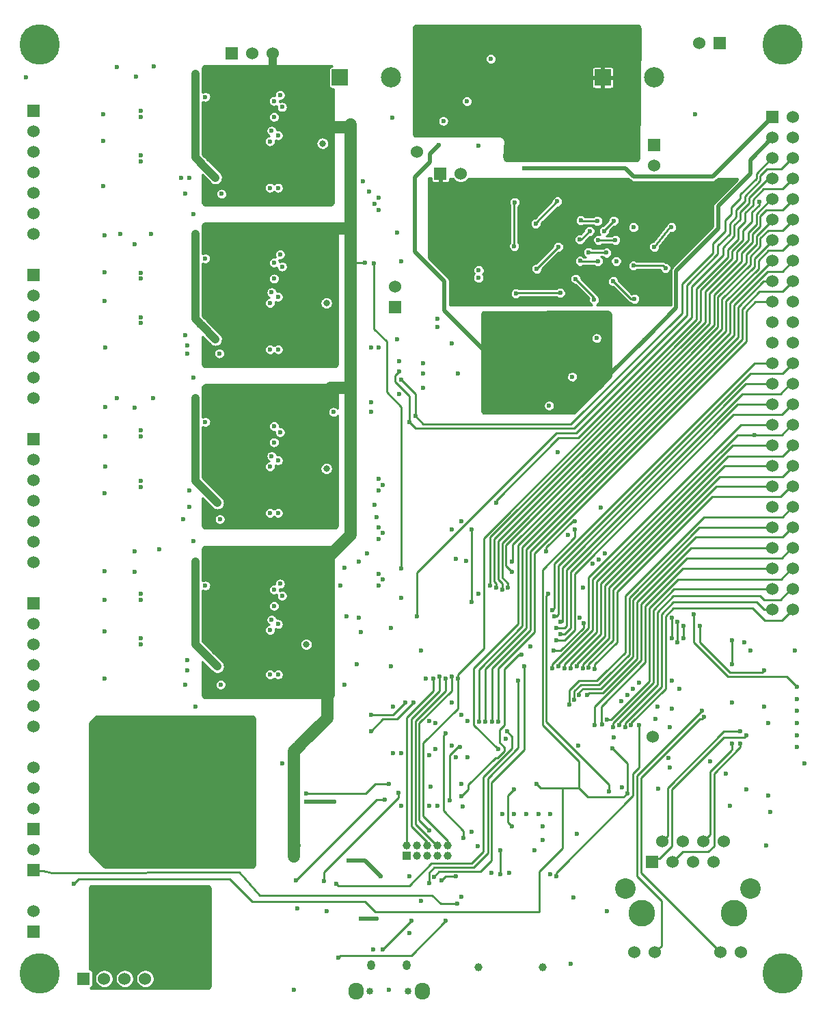
<source format=gbl>
G04 (created by PCBNEW (2013-05-18 BZR 4017)-stable) date Wed 17 Dec 2014 21:15:42 GMT*
%MOIN*%
G04 Gerber Fmt 3.4, Leading zero omitted, Abs format*
%FSLAX34Y34*%
G01*
G70*
G90*
G04 APERTURE LIST*
%ADD10C,0.00590551*%
%ADD11C,0.1969*%
%ADD12R,0.0787X0.0787*%
%ADD13C,0.0984*%
%ADD14O,0.0394X0.0492*%
%ADD15O,0.0748X0.0827*%
%ADD16C,0.0335*%
%ADD17R,0.06X0.06*%
%ADD18C,0.06*%
%ADD19R,0.0394X0.0394*%
%ADD20C,0.0394*%
%ADD21C,0.1299*%
%ADD22C,0.1*%
%ADD23C,0.0315*%
%ADD24C,0.0236*%
%ADD25C,0.01*%
%ADD26C,0.02*%
%ADD27C,0.06*%
%ADD28C,0.04*%
%ADD29C,0.015*%
G04 APERTURE END LIST*
G54D10*
G54D11*
X2754Y1575D03*
G54D12*
X17390Y45236D03*
G54D13*
X19890Y45236D03*
G54D14*
X18905Y1968D03*
X20657Y1968D03*
G54D15*
X21395Y716D03*
X18167Y716D03*
G54D16*
X20716Y716D03*
X18846Y716D03*
G54D17*
X12114Y46430D03*
G54D18*
X13114Y46430D03*
X14114Y46430D03*
G54D17*
X2429Y43625D03*
G54D18*
X2429Y42625D03*
X2429Y41625D03*
X2429Y40625D03*
X2429Y39625D03*
X2429Y38625D03*
X2429Y37625D03*
G54D17*
X2429Y35625D03*
G54D18*
X2429Y34625D03*
X2429Y33625D03*
X2429Y32625D03*
X2429Y31625D03*
X2429Y30625D03*
X2429Y29625D03*
G54D17*
X2429Y27625D03*
G54D18*
X2429Y26625D03*
X2429Y25625D03*
X2429Y24625D03*
X2429Y23625D03*
X2429Y22625D03*
X2429Y21625D03*
G54D17*
X2429Y19625D03*
G54D18*
X2429Y18625D03*
X2429Y17625D03*
X2429Y16625D03*
X2429Y15625D03*
X2429Y14625D03*
X2429Y13625D03*
G54D17*
X35911Y46929D03*
G54D18*
X34911Y46929D03*
G54D19*
X20651Y7329D03*
G54D20*
X20651Y7829D03*
X21151Y7329D03*
X21151Y7829D03*
X21651Y7329D03*
X21651Y7829D03*
X22151Y7329D03*
X22151Y7829D03*
X22651Y7329D03*
X22651Y7829D03*
X24140Y1870D03*
X27282Y1870D03*
G54D17*
X38474Y43299D03*
G54D18*
X39474Y43299D03*
X38474Y38299D03*
X39474Y42299D03*
X38474Y37299D03*
X39474Y41299D03*
X38474Y36299D03*
X39474Y40299D03*
X38474Y35299D03*
X39474Y39299D03*
X38474Y34299D03*
X39474Y38299D03*
X38474Y33299D03*
X39474Y37299D03*
X38474Y32299D03*
X39474Y36299D03*
X38474Y31299D03*
X39474Y35299D03*
X38474Y30299D03*
X39474Y34299D03*
X38474Y29299D03*
X39474Y33299D03*
X38474Y28299D03*
X39474Y32299D03*
X39474Y31299D03*
X38474Y27299D03*
X39474Y30299D03*
X39474Y28299D03*
X39474Y27299D03*
X39474Y26299D03*
X39474Y25299D03*
X38474Y26299D03*
X38474Y25299D03*
X38474Y42299D03*
X38474Y41299D03*
X38474Y40299D03*
X38474Y39299D03*
X38474Y24299D03*
X39474Y24299D03*
X39474Y29299D03*
X38474Y23299D03*
X39474Y23299D03*
X38474Y22299D03*
X39474Y22299D03*
X38474Y21299D03*
X39474Y21299D03*
X38474Y20299D03*
X39474Y20299D03*
X38474Y19299D03*
X39474Y19299D03*
G54D21*
X32098Y4528D03*
X36598Y4528D03*
G54D18*
X36098Y8028D03*
X35600Y7028D03*
X35098Y8028D03*
X34600Y7028D03*
X34098Y8028D03*
X33600Y7028D03*
X33098Y8028D03*
G54D22*
X31298Y5729D03*
X37398Y5728D03*
G54D18*
X35956Y2599D03*
X32740Y2599D03*
X36956Y2599D03*
X31740Y2599D03*
G54D17*
X32600Y7028D03*
G54D23*
X16730Y26181D03*
X16533Y42028D03*
X16730Y34252D03*
X15746Y17618D03*
G54D17*
X32696Y41944D03*
G54D18*
X32696Y40944D03*
G54D17*
X20089Y34050D03*
G54D18*
X20089Y35050D03*
X32638Y13104D03*
X21148Y41630D03*
G54D17*
X22280Y40558D03*
G54D18*
X23280Y40558D03*
G54D12*
X30205Y45236D03*
G54D13*
X32705Y45236D03*
G54D17*
X4888Y1328D03*
G54D18*
X5888Y1328D03*
X6888Y1328D03*
X7888Y1328D03*
G54D11*
X38974Y46850D03*
X38974Y1575D03*
X2754Y46850D03*
G54D17*
X2429Y8625D03*
G54D18*
X2429Y9625D03*
X2429Y10625D03*
X2429Y11625D03*
G54D17*
X2429Y6625D03*
G54D18*
X2429Y7625D03*
G54D17*
X2429Y3625D03*
G54D18*
X2429Y4625D03*
G54D24*
X32720Y36988D03*
X31700Y37938D03*
X27990Y39198D03*
X28040Y36988D03*
X29510Y36718D03*
X26980Y35918D03*
X29940Y38248D03*
X30740Y38258D03*
X28880Y35428D03*
X25890Y37018D03*
X30860Y36288D03*
X33260Y35958D03*
X26940Y38118D03*
X29100Y36298D03*
X29130Y38278D03*
X30380Y36698D03*
X28130Y34738D03*
X29970Y36288D03*
X25970Y34708D03*
X30820Y37318D03*
X33550Y37938D03*
X29090Y37348D03*
X30270Y37758D03*
X29990Y37318D03*
X29790Y34398D03*
X25910Y39158D03*
X31750Y34458D03*
X30720Y35308D03*
X31700Y36068D03*
X29560Y37758D03*
X32250Y32438D03*
X20176Y32480D03*
X36218Y11319D03*
X11569Y15650D03*
X30411Y4626D03*
X31159Y10650D03*
X13974Y24016D03*
X13974Y18307D03*
X11605Y39567D03*
X25293Y9350D03*
X9840Y15650D03*
X23129Y30807D03*
X14565Y11811D03*
X22144Y9744D03*
X13974Y34252D03*
X11529Y23720D03*
X25490Y32657D03*
X26773Y31236D03*
X14368Y18602D03*
X27655Y6398D03*
X26683Y32228D03*
X14565Y43799D03*
X26309Y32685D03*
X31396Y15157D03*
X14368Y31988D03*
X14466Y27953D03*
X25522Y30579D03*
X22833Y12697D03*
X15297Y4752D03*
X13974Y42126D03*
X29722Y21555D03*
X13974Y26280D03*
X20372Y12303D03*
X23375Y9725D03*
X26360Y30854D03*
X27195Y31709D03*
X28935Y8366D03*
X18896Y32087D03*
X27262Y8071D03*
X33561Y15846D03*
X14368Y34547D03*
X14368Y24016D03*
X25742Y30890D03*
X14368Y42421D03*
X39663Y13780D03*
X23620Y12106D03*
X26868Y7579D03*
X20766Y3543D03*
X25498Y31232D03*
X14368Y26575D03*
X13974Y16142D03*
X25648Y6496D03*
X14565Y19980D03*
X21750Y9744D03*
X37399Y17323D03*
X25864Y32232D03*
X20372Y9744D03*
X13974Y31988D03*
X13974Y39862D03*
X23029Y21772D03*
X11506Y31791D03*
X22207Y41933D03*
X32911Y10591D03*
X25270Y30882D03*
X24112Y7776D03*
X26435Y29827D03*
X23817Y8465D03*
X26903Y30299D03*
X9742Y23720D03*
X14368Y16142D03*
X27195Y30862D03*
X33955Y15453D03*
X27655Y9350D03*
X18896Y29429D03*
X14565Y36024D03*
X25289Y31630D03*
X39663Y14961D03*
X25057Y32213D03*
X25746Y31626D03*
X9840Y39567D03*
X22045Y13780D03*
X27159Y32661D03*
X26333Y31717D03*
X9939Y31791D03*
X14368Y39862D03*
X33462Y13583D03*
X24148Y35480D03*
X26390Y40813D03*
X22139Y33470D03*
X15746Y9941D03*
X19940Y43294D03*
X22144Y33071D03*
X22431Y43122D03*
X19388Y6299D03*
X24159Y35846D03*
X17124Y9941D03*
X17813Y7087D03*
X23541Y21693D03*
X21750Y12205D03*
X31100Y14862D03*
X21750Y13878D03*
X18305Y18898D03*
X30313Y22047D03*
X23029Y12106D03*
X20374Y36283D03*
X28640Y16437D03*
X29525Y16476D03*
X29821Y16398D03*
X17204Y5946D03*
X25531Y13366D03*
X29014Y12677D03*
X28581Y14685D03*
X28817Y14921D03*
X28344Y16437D03*
X30090Y46798D03*
X27884Y44713D03*
X31510Y45168D03*
X27259Y44731D03*
X27241Y46009D03*
X28541Y45374D03*
X26510Y42228D03*
X27970Y43898D03*
X29850Y42218D03*
X26917Y44996D03*
X26516Y44749D03*
X28780Y43188D03*
X27230Y41338D03*
X28172Y45001D03*
X27530Y42988D03*
X28980Y41308D03*
X28141Y45716D03*
X26935Y45703D03*
X30470Y41318D03*
X26615Y46009D03*
X28172Y46301D03*
X25770Y42858D03*
X31870Y46178D03*
X28523Y46648D03*
X26570Y45334D03*
X31010Y43228D03*
X27205Y45356D03*
X27821Y46639D03*
X28519Y46018D03*
X31490Y42438D03*
X29330Y46128D03*
X31400Y46888D03*
X26930Y46319D03*
X27560Y45010D03*
X28200Y42278D03*
X30800Y46178D03*
X28582Y44740D03*
X26750Y43798D03*
X27124Y46621D03*
X27884Y45347D03*
X26498Y46634D03*
X27853Y46013D03*
X29990Y43978D03*
X27542Y46328D03*
X27518Y45709D03*
X25660Y41378D03*
X31690Y44028D03*
X28525Y22953D03*
X32768Y13982D03*
X18896Y13386D03*
X20962Y14764D03*
X18896Y14173D03*
X20569Y14764D03*
X5510Y12598D03*
X6298Y9843D03*
X8659Y12598D03*
X7085Y9843D03*
X9447Y11811D03*
X6691Y9449D03*
X7872Y11811D03*
X8659Y11024D03*
X8659Y11811D03*
X8266Y12205D03*
X5903Y12205D03*
X6691Y10236D03*
X9447Y11024D03*
X6297Y9055D03*
X7872Y9449D03*
X7478Y12205D03*
X8266Y10630D03*
X5510Y10630D03*
X7085Y10630D03*
X9840Y12205D03*
X10234Y12598D03*
X7872Y11024D03*
X8266Y9843D03*
X9447Y12598D03*
X6297Y10630D03*
X7085Y12598D03*
X6297Y12598D03*
X5903Y10236D03*
X7085Y11811D03*
X9053Y10630D03*
X7085Y9055D03*
X9053Y9843D03*
X6297Y11811D03*
X6691Y12205D03*
X8659Y9449D03*
X8561Y10236D03*
X7872Y12598D03*
X10234Y11811D03*
X9447Y9449D03*
X5510Y11811D03*
X5510Y9843D03*
X9053Y12205D03*
X10825Y20472D03*
X19486Y20768D03*
X19289Y20472D03*
X9939Y16831D03*
X15746Y10335D03*
X19787Y10813D03*
X17616Y21358D03*
X14466Y20571D03*
X19289Y21063D03*
X14171Y20276D03*
X17714Y18996D03*
X10333Y14567D03*
X23108Y4980D03*
X38088Y14567D03*
X37104Y17717D03*
X29230Y20374D03*
X38285Y13780D03*
X38088Y16339D03*
X34939Y18504D03*
X34644Y19094D03*
X39663Y15551D03*
X33856Y17717D03*
X33856Y18701D03*
X33561Y18898D03*
X33561Y17913D03*
X34151Y17913D03*
X34151Y18504D03*
X9660Y3388D03*
X8640Y3378D03*
X8563Y4331D03*
X7520Y4348D03*
X8220Y3848D03*
X8080Y4818D03*
X8540Y5268D03*
X9570Y5288D03*
X9090Y4818D03*
X9190Y3918D03*
X9600Y4378D03*
X7520Y5188D03*
X7500Y3388D03*
X22732Y10004D03*
X15254Y6102D03*
X19573Y10039D03*
X23226Y12598D03*
X5900Y21188D03*
X5900Y19788D03*
X5900Y18238D03*
X5900Y15938D03*
X7675Y27756D03*
X5950Y29188D03*
X5950Y27738D03*
X5950Y26288D03*
X5900Y24988D03*
X7675Y35728D03*
X5900Y35738D03*
X5900Y34338D03*
X5950Y32088D03*
X5900Y37538D03*
X6691Y37598D03*
X5850Y39938D03*
X5850Y42138D03*
X7675Y43602D03*
X5850Y43438D03*
X12596Y40748D03*
X7675Y41437D03*
X12201Y35825D03*
X39663Y13189D03*
X11809Y44685D03*
X11809Y24902D03*
X23325Y10827D03*
X21356Y17323D03*
X12596Y27657D03*
X28640Y2047D03*
X12200Y16735D03*
X15352Y17815D03*
X12596Y16929D03*
X11809Y34252D03*
X12596Y28051D03*
X22045Y12500D03*
X21455Y30118D03*
X18207Y16634D03*
X15155Y7283D03*
X12596Y41535D03*
X12596Y17323D03*
X15155Y12008D03*
X34469Y39243D03*
X12596Y33268D03*
X11809Y20079D03*
X13384Y20965D03*
X22844Y32280D03*
X7675Y28051D03*
X11809Y28051D03*
X7675Y17618D03*
X13777Y20768D03*
X12596Y42126D03*
X12203Y19291D03*
X2090Y45253D03*
X20766Y6299D03*
X12596Y20079D03*
X11415Y20768D03*
X13384Y36909D03*
X28718Y30657D03*
X12203Y26673D03*
X19880Y16535D03*
X8561Y22244D03*
X12202Y40945D03*
X12201Y33071D03*
X7675Y19783D03*
X11809Y26969D03*
X11022Y28937D03*
X40057Y11811D03*
X11809Y33661D03*
X12203Y20768D03*
X38285Y10236D03*
X12596Y25295D03*
X19978Y14567D03*
X13777Y44488D03*
X12200Y17520D03*
X12202Y41339D03*
X8297Y45787D03*
X14171Y36909D03*
X11418Y28737D03*
X15451Y25787D03*
X12990Y20768D03*
X23325Y23622D03*
X11809Y20965D03*
X36514Y14764D03*
X17419Y20472D03*
X7675Y41142D03*
X7380Y21161D03*
X11809Y41535D03*
X24136Y41913D03*
X11809Y27657D03*
X12596Y18996D03*
X11809Y33268D03*
X7675Y35433D03*
X10037Y24311D03*
X11809Y43898D03*
X12203Y35236D03*
X15451Y33858D03*
X13777Y36713D03*
X12200Y25492D03*
X21573Y15945D03*
X11809Y36024D03*
X15943Y36319D03*
X39565Y17323D03*
X33561Y14469D03*
X7675Y43307D03*
X14171Y20965D03*
X12596Y43898D03*
X12201Y33465D03*
X8167Y37598D03*
X12596Y33661D03*
X21356Y5118D03*
X12200Y27851D03*
X18599Y36210D03*
X11809Y25689D03*
X28777Y5295D03*
X12596Y26969D03*
X19880Y18406D03*
X29090Y18923D03*
X21456Y31299D03*
X7380Y37106D03*
X11022Y44685D03*
X11809Y42126D03*
X7675Y25295D03*
X11022Y36909D03*
X12596Y26378D03*
X12596Y20965D03*
X12990Y44488D03*
X7675Y33563D03*
X15844Y28248D03*
X12202Y43700D03*
X12201Y36711D03*
X11809Y18996D03*
X25884Y9350D03*
X11415Y36713D03*
X12596Y41142D03*
X12990Y28740D03*
X38384Y9449D03*
X11809Y16929D03*
X11809Y28937D03*
X11809Y42815D03*
X12596Y17717D03*
X23305Y14173D03*
X12203Y41831D03*
X12200Y24708D03*
X7675Y20079D03*
X12596Y24902D03*
X12203Y34547D03*
X12596Y18406D03*
X20372Y19882D03*
X7380Y29134D03*
X11809Y35630D03*
X15549Y20866D03*
X34469Y38130D03*
X11809Y26378D03*
X24132Y20079D03*
X23325Y5315D03*
X18994Y2756D03*
X11415Y44488D03*
X12596Y28937D03*
X12596Y36024D03*
X12990Y36713D03*
X6494Y29626D03*
X15451Y41634D03*
X14171Y28937D03*
X24782Y6496D03*
X11809Y25295D03*
X12203Y27264D03*
X14171Y44685D03*
X12596Y44685D03*
X11809Y36909D03*
X12596Y32874D03*
X33462Y11614D03*
X15175Y7801D03*
X15155Y787D03*
X37203Y10531D03*
X12596Y35630D03*
X13384Y28937D03*
X7675Y33268D03*
X35431Y11909D03*
X12202Y40552D03*
X12596Y34252D03*
X20273Y29823D03*
X20273Y31398D03*
X9939Y16339D03*
X12596Y34941D03*
X38167Y7815D03*
X13384Y44685D03*
X12203Y18701D03*
X12203Y42520D03*
X19978Y12303D03*
X12203Y43110D03*
X11809Y43504D03*
X21800Y10666D03*
X12203Y33957D03*
X31691Y15453D03*
X27065Y9350D03*
X12596Y36909D03*
X12596Y42815D03*
X9939Y32185D03*
X12203Y26083D03*
X7380Y22146D03*
X11809Y19685D03*
X11809Y17323D03*
X21456Y30807D03*
X11022Y20965D03*
X22833Y14764D03*
X15844Y44094D03*
X32872Y14567D03*
X7427Y45280D03*
X22833Y23228D03*
X17616Y15650D03*
X15155Y12402D03*
X12200Y28737D03*
X11809Y32874D03*
X23620Y13878D03*
X8266Y29626D03*
X36415Y9744D03*
X39663Y12598D03*
X12200Y17126D03*
X19092Y24409D03*
X11809Y34941D03*
X27592Y29252D03*
X12201Y32679D03*
X15451Y12697D03*
X13777Y28740D03*
X6510Y45744D03*
X18403Y18209D03*
X16730Y4626D03*
X11809Y41142D03*
X12200Y25098D03*
X30018Y21752D03*
X11809Y18406D03*
X26474Y9350D03*
X27262Y8760D03*
X12596Y25689D03*
X12202Y44487D03*
X39663Y14370D03*
X7675Y25591D03*
X12203Y18110D03*
X18699Y22047D03*
X12203Y19882D03*
X12596Y43504D03*
X7675Y17913D03*
X12596Y19685D03*
X10037Y40354D03*
X11809Y40748D03*
X11809Y17717D03*
X25195Y6398D03*
X25195Y7579D03*
X31986Y13681D03*
X31986Y15748D03*
X27951Y6299D03*
X14171Y43307D03*
X14053Y42638D03*
X14171Y35433D03*
X14053Y34764D03*
X14053Y18819D03*
X14171Y19488D03*
X14171Y27461D03*
X14053Y26791D03*
X23581Y44075D03*
X24742Y46142D03*
X35037Y14370D03*
X37203Y13189D03*
X36907Y12795D03*
X36514Y16634D03*
X36514Y17815D03*
X36514Y12795D03*
X35136Y14075D03*
X36907Y13386D03*
X19781Y787D03*
X21947Y15945D03*
X27557Y20079D03*
X30510Y10433D03*
X22537Y15945D03*
X21750Y8563D03*
X22833Y16043D03*
X22242Y16043D03*
X25470Y13030D03*
X33423Y12067D03*
X24998Y20374D03*
X24703Y20472D03*
X28836Y23622D03*
X27459Y22146D03*
X27754Y16437D03*
X37600Y27814D03*
X28000Y26988D03*
X28049Y16535D03*
X26237Y17114D03*
X16622Y6088D03*
X27798Y17298D03*
X23321Y10207D03*
X29264Y18661D03*
X20255Y10372D03*
X29053Y15157D03*
X29427Y15157D03*
X29821Y13681D03*
X30175Y13720D03*
X30411Y13957D03*
X30707Y13583D03*
X31002Y13681D03*
X31297Y13583D03*
X31592Y13681D03*
X24171Y13858D03*
X27754Y19291D03*
X24486Y13858D03*
X24801Y13858D03*
X25116Y13858D03*
X25096Y12500D03*
X19059Y36195D03*
X20374Y21315D03*
X18494Y40170D03*
X22537Y4134D03*
X17321Y2362D03*
X37829Y39173D03*
X23128Y15945D03*
X25785Y21654D03*
X25588Y20374D03*
X27951Y17815D03*
X28148Y18110D03*
X28148Y18701D03*
X27852Y18996D03*
X27951Y18406D03*
X20766Y28445D03*
X23817Y19685D03*
X23817Y23228D03*
X20273Y30906D03*
X29230Y16437D03*
X21061Y28740D03*
X20372Y30512D03*
X28935Y16535D03*
X25785Y21161D03*
X25293Y20276D03*
X23423Y8169D03*
X22340Y6102D03*
X23029Y6299D03*
X22537Y13287D03*
X26376Y16535D03*
X19486Y2756D03*
X20864Y4134D03*
X21962Y6285D03*
X21733Y5993D03*
X26081Y15846D03*
X21159Y18996D03*
X24998Y24528D03*
X19191Y4232D03*
X18403Y4232D03*
X25884Y10531D03*
X25785Y8760D03*
X4400Y5938D03*
X31396Y10354D03*
X26966Y10827D03*
X30118Y24264D03*
X28836Y23228D03*
X30667Y12539D03*
X29900Y32538D03*
X34700Y43438D03*
X10334Y41829D03*
X10333Y18012D03*
X10333Y19390D03*
X10579Y33218D03*
X10333Y25984D03*
X11317Y32480D03*
X10333Y45417D03*
X10333Y35335D03*
X10333Y27362D03*
X10333Y37598D03*
X10972Y16978D03*
X11415Y24508D03*
X10333Y43209D03*
X10333Y33957D03*
X11317Y40354D03*
X11415Y16535D03*
X10333Y29626D03*
X10972Y24951D03*
X10333Y21654D03*
X10628Y41043D03*
X10825Y28445D03*
X19486Y23031D03*
X10037Y25098D03*
X19289Y22736D03*
X18896Y28937D03*
X17065Y28937D03*
X19289Y23327D03*
X14171Y28248D03*
X10234Y22638D03*
X18305Y21654D03*
X19486Y25394D03*
X10825Y36417D03*
X19289Y25098D03*
X9840Y32677D03*
X19289Y32087D03*
X14466Y36614D03*
X19289Y25689D03*
X14171Y36220D03*
X10234Y30610D03*
X19191Y23819D03*
X10825Y44291D03*
X19092Y39075D03*
X9644Y40354D03*
X19289Y38780D03*
X14466Y44390D03*
X18797Y39665D03*
X14171Y44094D03*
X19289Y39370D03*
X10234Y38583D03*
X20175Y37697D03*
X30726Y13091D03*
X26671Y17520D03*
G54D25*
X33150Y36068D02*
X31700Y36068D01*
X30270Y37788D02*
X30270Y37758D01*
X26000Y34738D02*
X28130Y34738D01*
X25910Y39158D02*
X25890Y39138D01*
X29100Y36298D02*
X29110Y36288D01*
X33470Y37938D02*
X33550Y37938D01*
X29110Y36288D02*
X29970Y36288D01*
X31570Y34458D02*
X31750Y34458D01*
X33260Y35958D02*
X33150Y36068D01*
X28040Y36988D02*
X26980Y35928D01*
X26940Y38148D02*
X26940Y38118D01*
X25970Y34708D02*
X26000Y34738D01*
X30720Y35308D02*
X31570Y34458D01*
X25890Y39138D02*
X25890Y37018D01*
X30360Y36718D02*
X29510Y36718D01*
X29560Y37758D02*
X29150Y37348D01*
X26980Y35928D02*
X26980Y35918D01*
X30380Y36698D02*
X30360Y36718D01*
X29160Y38248D02*
X29940Y38248D01*
X32720Y36988D02*
X33470Y37938D01*
X28880Y35428D02*
X29790Y34518D01*
X29790Y34518D02*
X29790Y34398D01*
X29990Y37318D02*
X30820Y37318D01*
X29130Y38278D02*
X29160Y38248D01*
X30740Y38258D02*
X30270Y37788D01*
X29150Y37348D02*
X29090Y37348D01*
X27990Y39198D02*
X26940Y38148D01*
X32335Y32523D02*
X32335Y32553D01*
X32250Y32438D02*
X32335Y32523D01*
X26821Y31236D02*
X26773Y31236D01*
G54D26*
X37396Y40540D02*
X37396Y41221D01*
X35840Y38984D02*
X37396Y40540D01*
X33790Y35820D02*
X33790Y34008D01*
X38474Y42299D02*
X37396Y41221D01*
X33790Y34008D02*
X32335Y32553D01*
X35840Y37870D02*
X35840Y38984D01*
X35840Y37870D02*
X33790Y35820D01*
X21050Y40390D02*
X21050Y36748D01*
G54D25*
X27195Y30862D02*
X26821Y31236D01*
X26341Y31709D02*
X27195Y31709D01*
X25742Y30988D02*
X25742Y30890D01*
X25289Y31630D02*
X25293Y31626D01*
X26903Y30299D02*
X26360Y30842D01*
X26360Y30842D02*
X26360Y30854D01*
X26309Y32685D02*
X25864Y32240D01*
X25864Y32240D02*
X25864Y32232D01*
X32911Y10591D02*
X32911Y10571D01*
X25522Y30630D02*
X25522Y30579D01*
X27159Y32661D02*
X26726Y32228D01*
G54D26*
X22490Y33869D02*
X24711Y31648D01*
X32335Y32553D02*
X30485Y30703D01*
G54D25*
X25490Y32657D02*
X25057Y32224D01*
G54D26*
X22490Y35308D02*
X22490Y33869D01*
X22207Y41933D02*
X21787Y41513D01*
G54D25*
X25057Y32224D02*
X25057Y32213D01*
X26726Y32228D02*
X26683Y32228D01*
X25498Y31232D02*
X25742Y30988D01*
G54D26*
X21787Y41127D02*
X21050Y40390D01*
X21787Y41513D02*
X21787Y41127D01*
G54D25*
X25270Y30882D02*
X25522Y30630D01*
X26333Y31717D02*
X26341Y31709D01*
G54D26*
X21050Y36748D02*
X22490Y35308D01*
G54D25*
X25293Y31626D02*
X25746Y31626D01*
G54D26*
X36612Y41437D02*
X36553Y41378D01*
X17813Y7087D02*
X18600Y7087D01*
X17124Y9941D02*
X15746Y9941D01*
X36612Y41437D02*
X35583Y40408D01*
X38474Y43299D02*
X36612Y41437D01*
X31310Y40813D02*
X26390Y40813D01*
X35583Y40408D02*
X31715Y40408D01*
X31715Y40408D02*
X31310Y40813D01*
X18600Y7087D02*
X19388Y6299D01*
G54D25*
X39474Y27299D02*
X39474Y27272D01*
X38974Y26772D02*
X36317Y26772D01*
X30116Y18110D02*
X28640Y16634D01*
X28640Y16634D02*
X28640Y16437D01*
X36317Y26772D02*
X30116Y20571D01*
X30116Y20571D02*
X30116Y18110D01*
X39474Y27272D02*
X38974Y26772D01*
X35729Y25299D02*
X30707Y20277D01*
X30707Y17815D02*
X29525Y16633D01*
X29525Y16633D02*
X29525Y16476D01*
X30707Y20277D02*
X30707Y17815D01*
X38474Y25299D02*
X35729Y25299D01*
X30903Y17716D02*
X29821Y16634D01*
X38875Y24803D02*
X35527Y24803D01*
X35527Y24803D02*
X30903Y20179D01*
X29821Y16634D02*
X29821Y16398D01*
X30903Y20179D02*
X30903Y17716D01*
X39474Y25299D02*
X39371Y25299D01*
X39371Y25299D02*
X38875Y24803D01*
X24380Y7512D02*
X23799Y6931D01*
X23799Y6931D02*
X21845Y6931D01*
X20762Y5848D02*
X17651Y5848D01*
X21845Y6931D02*
X20762Y5848D01*
X17651Y5848D02*
X17302Y5848D01*
X24380Y11144D02*
X24380Y8848D01*
X17302Y5848D02*
X17204Y5946D01*
X25783Y12907D02*
X25783Y12547D01*
X24380Y8848D02*
X24380Y7512D01*
X25783Y13114D02*
X25531Y13366D01*
X17564Y5848D02*
X17562Y5846D01*
X25783Y12547D02*
X24380Y11144D01*
X17651Y5848D02*
X17564Y5848D01*
X25783Y12907D02*
X25783Y13114D01*
X28581Y15396D02*
X29031Y15846D01*
X31297Y17223D02*
X30313Y16239D01*
X38974Y23819D02*
X35136Y23819D01*
X30313Y16239D02*
X30313Y16240D01*
X39474Y24299D02*
X39454Y24299D01*
X28581Y14685D02*
X28581Y15396D01*
X29031Y15846D02*
X29919Y15846D01*
X35136Y23819D02*
X31297Y19980D01*
X39454Y24299D02*
X38974Y23819D01*
X30313Y16240D02*
X29919Y15846D01*
X31297Y19980D02*
X31297Y17223D01*
X38474Y23299D02*
X34912Y23299D01*
X30510Y16142D02*
X30018Y15650D01*
X31494Y19881D02*
X31494Y17126D01*
X28817Y14921D02*
X28817Y15335D01*
X30510Y16142D02*
X30510Y16142D01*
X29132Y15650D02*
X30018Y15650D01*
X31494Y17126D02*
X30510Y16142D01*
X28817Y15335D02*
X29132Y15650D01*
X34912Y23299D02*
X31494Y19881D01*
X36549Y27299D02*
X29919Y20669D01*
X29919Y20669D02*
X29919Y18209D01*
X28344Y16634D02*
X28344Y16437D01*
X29919Y18209D02*
X28344Y16634D01*
X38474Y27299D02*
X36549Y27299D01*
X31010Y43228D02*
X29990Y43858D01*
X27911Y45374D02*
X28541Y45374D01*
X26570Y45334D02*
X26592Y45356D01*
X26670Y44749D02*
X26516Y44749D01*
X27540Y44688D02*
X27540Y44308D01*
X29850Y42218D02*
X28980Y41348D01*
X27241Y46009D02*
X27245Y46013D01*
X27540Y44308D02*
X27030Y43798D01*
X28519Y46018D02*
X28236Y46301D01*
X27884Y44713D02*
X27565Y44713D01*
X27277Y44713D02*
X27884Y44713D01*
X25700Y41338D02*
X27230Y41338D01*
X30180Y46798D02*
X30090Y46798D01*
X28980Y41348D02*
X28980Y41308D01*
X25660Y41378D02*
X25700Y41338D01*
X27530Y42948D02*
X27530Y42988D01*
X26400Y42228D02*
X26510Y42228D01*
X26935Y45703D02*
X26921Y45703D01*
X25770Y42858D02*
X26400Y42228D01*
X28200Y42278D02*
X27530Y42948D01*
X30800Y46178D02*
X30180Y46798D01*
X27970Y43898D02*
X28680Y43188D01*
X27030Y43798D02*
X26750Y43798D01*
X31870Y46178D02*
X31400Y46648D01*
X31690Y44028D02*
X31510Y44208D01*
X27565Y44713D02*
X27540Y44688D01*
X30470Y41318D02*
X31490Y42338D01*
X27518Y45709D02*
X27527Y45718D01*
X26511Y46621D02*
X27124Y46621D01*
X27533Y46319D02*
X26930Y46319D01*
X27542Y46328D02*
X27533Y46319D01*
X29990Y43858D02*
X29990Y43978D01*
X28236Y46301D02*
X28172Y46301D01*
X28680Y43188D02*
X28780Y43188D01*
X27259Y44731D02*
X27277Y44713D01*
X26592Y45356D02*
X27205Y45356D01*
X31490Y42338D02*
X31490Y42438D01*
X27527Y45718D02*
X28141Y45716D01*
X28172Y45001D02*
X28163Y45010D01*
X27245Y46013D02*
X27853Y46013D01*
X26921Y45703D02*
X26615Y46009D01*
X27821Y46639D02*
X27830Y46648D01*
X27830Y46648D02*
X28523Y46648D01*
X27884Y45347D02*
X27911Y45374D01*
X26498Y46634D02*
X26511Y46621D01*
X28163Y45010D02*
X27560Y45010D01*
X31510Y44208D02*
X31510Y45168D01*
X26917Y44996D02*
X26670Y44749D01*
X31400Y46648D02*
X31400Y46888D01*
X19486Y13976D02*
X20175Y13976D01*
X20175Y13976D02*
X20962Y14764D01*
X18896Y13386D02*
X19486Y13976D01*
X18896Y14173D02*
X19978Y14173D01*
X20569Y14764D02*
X19978Y14173D01*
X6298Y9843D02*
X6297Y9843D01*
X18639Y10335D02*
X19117Y10813D01*
X15746Y10335D02*
X18639Y10335D01*
X19117Y10813D02*
X19787Y10813D01*
X3352Y6497D02*
X2896Y6591D01*
X2896Y6591D02*
X2429Y6625D01*
X21888Y5393D02*
X13464Y5393D01*
X13464Y5393D02*
X12500Y6488D01*
X12484Y6504D02*
X3352Y6497D01*
X12500Y6488D02*
X12484Y6504D01*
X22301Y4980D02*
X21888Y5393D01*
X23108Y4980D02*
X22301Y4980D01*
X21888Y5393D02*
X21887Y5394D01*
X36416Y16240D02*
X34939Y17717D01*
X38088Y16339D02*
X37989Y16240D01*
X34939Y17717D02*
X34939Y18504D01*
X37989Y16240D02*
X36416Y16240D01*
X36317Y16043D02*
X34644Y17716D01*
X39171Y16043D02*
X36317Y16043D01*
X34644Y17716D02*
X34644Y19094D01*
X39663Y15551D02*
X39171Y16043D01*
X33856Y18701D02*
X33856Y17717D01*
X33561Y18898D02*
X33561Y17913D01*
X34151Y18504D02*
X34151Y17913D01*
X7510Y3378D02*
X8640Y3378D01*
X9190Y3858D02*
X9190Y3918D01*
X9660Y3388D02*
X9190Y3858D01*
X8610Y4378D02*
X9600Y4378D01*
X7500Y3388D02*
X7510Y3378D01*
X8563Y4331D02*
X8610Y4378D01*
X8220Y3848D02*
X7720Y4348D01*
X7600Y5268D02*
X8540Y5268D01*
X9090Y4818D02*
X8080Y4818D01*
X7520Y5188D02*
X7600Y5268D01*
X7720Y4348D02*
X7520Y4348D01*
X23127Y12598D02*
X23226Y12598D01*
X15254Y6102D02*
X19191Y10039D01*
X22732Y10004D02*
X22734Y12205D01*
X19191Y10039D02*
X19573Y10039D01*
X22734Y12205D02*
X23127Y12598D01*
G54D27*
X15175Y7801D02*
X15155Y7821D01*
X17912Y42963D02*
X17912Y42815D01*
X15943Y36910D02*
X16927Y37894D01*
X15451Y12698D02*
X15451Y12697D01*
X15450Y12697D02*
X15155Y12402D01*
X15155Y7821D02*
X15155Y7835D01*
X17912Y42815D02*
X17911Y42815D01*
X16829Y42815D02*
X17911Y42815D01*
X15943Y36319D02*
X15943Y36910D01*
G54D25*
X18599Y36210D02*
X17911Y36210D01*
G54D27*
X15451Y12698D02*
X16779Y14026D01*
X17911Y30709D02*
X17911Y36210D01*
X17911Y30118D02*
X17911Y30709D01*
G54D28*
X14114Y46430D02*
X14112Y46428D01*
G54D27*
X15844Y43800D02*
X16829Y42815D01*
X15155Y12008D02*
X15155Y12402D01*
X15451Y12697D02*
X15450Y12697D01*
X15155Y7283D02*
X15155Y7835D01*
X16927Y37894D02*
X17911Y37894D01*
X16927Y30118D02*
X17911Y30118D01*
X16779Y21801D02*
X17911Y22933D01*
X15844Y44094D02*
X15844Y43800D01*
X16779Y14026D02*
X16779Y21801D01*
X17911Y36210D02*
X17911Y37894D01*
X15844Y20866D02*
X16779Y21801D01*
X15549Y20866D02*
X15844Y20866D01*
X15844Y29035D02*
X16927Y30118D01*
X17911Y37894D02*
X17911Y42815D01*
X17911Y22933D02*
X17911Y30118D01*
X15451Y12697D02*
X15450Y12697D01*
X15155Y12402D02*
X15155Y12008D01*
X15155Y12008D02*
X15155Y7835D01*
X15844Y28248D02*
X15844Y29035D01*
G54D28*
X14112Y46428D02*
X14112Y45610D01*
G54D25*
X15451Y44094D02*
X15844Y44094D01*
X25195Y6398D02*
X25195Y7579D01*
X27951Y6496D02*
X28148Y6693D01*
X27951Y6299D02*
X27951Y6496D01*
X28148Y6693D02*
X31691Y10236D01*
X31986Y11615D02*
X31986Y13681D01*
X31691Y10236D02*
X31691Y11320D01*
X31691Y11320D02*
X31986Y11615D01*
X35037Y14370D02*
X31888Y11221D01*
X33069Y5119D02*
X33069Y2928D01*
X31888Y11221D02*
X31888Y6300D01*
X31888Y6300D02*
X33069Y5119D01*
X33069Y2928D02*
X32740Y2599D01*
X36101Y13091D02*
X33561Y10551D01*
X32971Y7186D02*
X32758Y7186D01*
X32600Y7028D02*
X32758Y7186D01*
X37203Y13189D02*
X37202Y13189D01*
X37202Y13189D02*
X37104Y13091D01*
X37104Y13091D02*
X36101Y13091D01*
X32971Y7186D02*
X33561Y7776D01*
X33561Y7776D02*
X33561Y10551D01*
X36848Y12539D02*
X36907Y12598D01*
X34093Y7520D02*
X35352Y7520D01*
X35352Y7520D02*
X35628Y7796D01*
X33601Y7028D02*
X34093Y7520D01*
X35628Y7796D02*
X35628Y11319D01*
X33600Y7028D02*
X33601Y7028D01*
X36907Y12598D02*
X36907Y12795D01*
X36848Y12539D02*
X35628Y11319D01*
X36514Y16634D02*
X36514Y17815D01*
X36475Y12461D02*
X36514Y12500D01*
X35431Y8361D02*
X35098Y8028D01*
X36514Y12500D02*
X36514Y12795D01*
X36474Y12461D02*
X35431Y11418D01*
X35431Y11418D02*
X35431Y8361D01*
X36474Y12461D02*
X36475Y12461D01*
X32085Y6470D02*
X35956Y2599D01*
X34938Y13976D02*
X32085Y11123D01*
X32085Y11123D02*
X32085Y6470D01*
X35136Y14075D02*
X35037Y13976D01*
X35037Y13976D02*
X34938Y13976D01*
X33364Y8294D02*
X33098Y8028D01*
X36907Y13386D02*
X36120Y13386D01*
X36120Y13386D02*
X33364Y10630D01*
X33364Y10630D02*
X33364Y8294D01*
X19779Y785D02*
X19781Y787D01*
X19790Y785D02*
X19779Y785D01*
X20651Y7829D02*
X20651Y14059D01*
X21947Y15355D02*
X21947Y15945D01*
X20651Y14059D02*
X21947Y15355D01*
X27459Y19981D02*
X27557Y20079D01*
X27459Y19390D02*
X27459Y19981D01*
X30510Y10788D02*
X27459Y13839D01*
X27459Y13839D02*
X27459Y19390D01*
X30510Y10433D02*
X30510Y10788D01*
X21061Y8859D02*
X21061Y13386D01*
X21061Y13386D02*
X21061Y13878D01*
X21061Y13878D02*
X22537Y15354D01*
X22151Y7769D02*
X21061Y8859D01*
X22151Y7829D02*
X22151Y7769D01*
X22537Y15354D02*
X22537Y15945D01*
X21258Y13780D02*
X22833Y15355D01*
X21258Y13386D02*
X21258Y13780D01*
X21750Y8563D02*
X21258Y9055D01*
X21258Y9055D02*
X21258Y13386D01*
X22833Y15355D02*
X22833Y16043D01*
X21651Y7829D02*
X21651Y7973D01*
X20864Y8760D02*
X20864Y13386D01*
X20864Y13977D02*
X22242Y15355D01*
X20864Y13386D02*
X20864Y13977D01*
X21651Y7973D02*
X20864Y8760D01*
X22242Y15355D02*
X22242Y16043D01*
X37498Y37205D02*
X36976Y36683D01*
X37892Y38485D02*
X37892Y37992D01*
X39474Y39299D02*
X39474Y39279D01*
X38975Y38780D02*
X38187Y38780D01*
X36976Y36289D02*
X35411Y34724D01*
X38187Y38780D02*
X37892Y38485D01*
X24998Y22835D02*
X24899Y22736D01*
X35411Y34724D02*
X35411Y33247D01*
X24998Y20571D02*
X24998Y20374D01*
X24899Y22736D02*
X24899Y20670D01*
X35411Y33247D02*
X24999Y22835D01*
X37892Y37992D02*
X37498Y37598D01*
X39474Y39279D02*
X38975Y38780D01*
X37498Y37598D02*
X37498Y37205D01*
X24999Y22835D02*
X24998Y22834D01*
X36976Y36683D02*
X36976Y36289D01*
X24999Y22835D02*
X24998Y22835D01*
X24899Y20670D02*
X24998Y20571D01*
X36750Y36752D02*
X36750Y36359D01*
X38474Y39299D02*
X38411Y39299D01*
X37695Y38091D02*
X37301Y37697D01*
X35195Y33327D02*
X24801Y22933D01*
X35195Y34804D02*
X35195Y33327D01*
X38411Y39299D02*
X37695Y38583D01*
X37695Y38583D02*
X37695Y38091D01*
X36750Y36359D02*
X35195Y34804D01*
X24801Y22933D02*
X24703Y22835D01*
X37301Y37303D02*
X36750Y36752D01*
X24703Y22835D02*
X24703Y20472D01*
X37301Y37697D02*
X37301Y37303D01*
X28836Y23622D02*
X28738Y23622D01*
X28738Y23622D02*
X27459Y22343D01*
X27459Y22343D02*
X27459Y22146D01*
X38474Y28299D02*
X36958Y28299D01*
X27754Y16634D02*
X27754Y16437D01*
X29525Y18405D02*
X27754Y16634D01*
X36958Y28299D02*
X29525Y20866D01*
X29525Y20866D02*
X29525Y18405D01*
X28049Y16634D02*
X28049Y16535D01*
X37600Y27814D02*
X36769Y27814D01*
X29722Y20767D02*
X29722Y18307D01*
X36769Y27814D02*
X29722Y20767D01*
X29722Y18307D02*
X28049Y16634D01*
X39474Y28299D02*
X39419Y28299D01*
X38934Y27814D02*
X37600Y27814D01*
X39419Y28299D02*
X38934Y27814D01*
X29264Y18422D02*
X28140Y17298D01*
X16622Y6523D02*
X16622Y6088D01*
X23650Y10536D02*
X23321Y10207D01*
X26102Y17114D02*
X25397Y16409D01*
X25421Y12592D02*
X25421Y12413D01*
X25166Y13435D02*
X25166Y12847D01*
X25166Y12847D02*
X25421Y12592D01*
X25397Y16409D02*
X25397Y13666D01*
X23650Y10770D02*
X23650Y10536D01*
X28140Y17298D02*
X27798Y17298D01*
X25421Y12413D02*
X25090Y12082D01*
X25397Y13666D02*
X25166Y13435D01*
X20255Y10156D02*
X16622Y6523D01*
X29264Y18661D02*
X29264Y18422D01*
X25090Y12082D02*
X24962Y12082D01*
X20255Y10372D02*
X20255Y10156D01*
X24962Y12082D02*
X23650Y10770D01*
X26237Y17114D02*
X26102Y17114D01*
X39474Y23299D02*
X39438Y23299D01*
X29053Y15157D02*
X29053Y15276D01*
X39438Y23299D02*
X38974Y22835D01*
X30707Y16043D02*
X30707Y16044D01*
X38974Y22835D02*
X34744Y22835D01*
X34744Y22835D02*
X31691Y19782D01*
X29053Y15276D02*
X29230Y15453D01*
X30707Y16044D02*
X30116Y15453D01*
X31691Y19782D02*
X31691Y17027D01*
X29230Y15453D02*
X30116Y15453D01*
X31691Y17027D02*
X30707Y16043D01*
X31888Y19685D02*
X31888Y16929D01*
X30903Y15944D02*
X30903Y15944D01*
X38474Y22299D02*
X34502Y22299D01*
X31888Y16929D02*
X30903Y15944D01*
X30903Y15944D02*
X30215Y15256D01*
X34502Y22299D02*
X31888Y19685D01*
X29526Y15256D02*
X29427Y15157D01*
X30215Y15256D02*
X29526Y15256D01*
X32085Y19586D02*
X32085Y16831D01*
X39423Y22299D02*
X38935Y21811D01*
X38935Y21811D02*
X34310Y21811D01*
X34310Y21811D02*
X32085Y19586D01*
X39474Y22299D02*
X39423Y22299D01*
X29821Y14567D02*
X29821Y13681D01*
X32085Y16831D02*
X29821Y14567D01*
X34094Y21299D02*
X32281Y19486D01*
X34094Y21299D02*
X38474Y21299D01*
X30126Y13769D02*
X30126Y14577D01*
X32281Y19486D02*
X32281Y16732D01*
X30126Y14577D02*
X32281Y16732D01*
X30126Y13769D02*
X30175Y13720D01*
X30608Y13957D02*
X32478Y15827D01*
X30411Y13957D02*
X30608Y13957D01*
X39407Y21299D02*
X39474Y21299D01*
X39407Y21299D02*
X38895Y20787D01*
X32478Y19390D02*
X32478Y15827D01*
X38895Y20787D02*
X33875Y20787D01*
X33875Y20787D02*
X32478Y19390D01*
X38474Y20299D02*
X33684Y20299D01*
X30707Y13780D02*
X30707Y13583D01*
X30707Y13781D02*
X30707Y13583D01*
X32675Y19291D02*
X32675Y15748D01*
X33684Y20299D02*
X33683Y20299D01*
X32675Y15748D02*
X30707Y13780D01*
X33683Y20299D02*
X32675Y19291D01*
X39391Y20299D02*
X38875Y19783D01*
X31002Y13780D02*
X31002Y13681D01*
X33659Y19980D02*
X32872Y19193D01*
X38875Y19783D02*
X38089Y19783D01*
X39391Y20299D02*
X39474Y20299D01*
X32872Y19193D02*
X32872Y15650D01*
X38089Y19783D02*
X37892Y19980D01*
X37892Y19980D02*
X33659Y19980D01*
X32872Y15650D02*
X31002Y13780D01*
X38081Y19299D02*
X37695Y19685D01*
X31297Y13778D02*
X31297Y13583D01*
X33069Y19095D02*
X33069Y15550D01*
X38474Y19299D02*
X38081Y19299D01*
X37695Y19685D02*
X33659Y19685D01*
X33069Y15550D02*
X31297Y13778D01*
X33659Y19685D02*
X33069Y19095D01*
X33659Y19390D02*
X33266Y18997D01*
X31592Y13779D02*
X31592Y13681D01*
X38108Y18780D02*
X37498Y19390D01*
X38955Y18780D02*
X38108Y18780D01*
X33266Y15453D02*
X31592Y13779D01*
X39474Y19299D02*
X38955Y18780D01*
X33266Y18997D02*
X33266Y15453D01*
X37498Y19390D02*
X33659Y19390D01*
X24171Y14016D02*
X24171Y16397D01*
X24171Y14016D02*
X24171Y13858D01*
X24171Y14016D02*
X24171Y14016D01*
X38245Y35787D02*
X38962Y35787D01*
X36612Y32677D02*
X36612Y34154D01*
X38962Y35787D02*
X39474Y36299D01*
X36612Y34154D02*
X38245Y35787D01*
X24171Y16397D02*
X26277Y18503D01*
X26277Y22342D02*
X36612Y32677D01*
X26277Y18503D02*
X26277Y22342D01*
X27852Y19389D02*
X27754Y19291D01*
X38474Y31299D02*
X37596Y31299D01*
X27852Y21555D02*
X27852Y19389D01*
X37596Y31299D02*
X27852Y21555D01*
X38051Y35299D02*
X38474Y35299D01*
X26474Y22243D02*
X36809Y32578D01*
X36809Y32578D02*
X36809Y33268D01*
X24486Y13996D02*
X24486Y16417D01*
X26474Y18405D02*
X26474Y22243D01*
X24486Y13996D02*
X24486Y13858D01*
X24486Y16417D02*
X26474Y18405D01*
X36809Y34057D02*
X38051Y35299D01*
X36809Y33268D02*
X36809Y34057D01*
X24486Y13996D02*
X24486Y13996D01*
X26671Y22145D02*
X37006Y32480D01*
X24801Y13976D02*
X24801Y13976D01*
X24801Y13976D02*
X24801Y13858D01*
X26671Y18307D02*
X26671Y22145D01*
X37006Y33957D02*
X37852Y34803D01*
X38978Y34803D02*
X39474Y35299D01*
X37852Y34803D02*
X38978Y34803D01*
X24801Y13976D02*
X24801Y16437D01*
X37006Y32480D02*
X37006Y33957D01*
X24801Y16437D02*
X26671Y18307D01*
X26868Y22047D02*
X37203Y32382D01*
X37643Y34299D02*
X38474Y34299D01*
X37203Y33859D02*
X37643Y34299D01*
X25116Y13957D02*
X25116Y16457D01*
X26868Y18209D02*
X26868Y22047D01*
X25116Y16457D02*
X26868Y18209D01*
X25116Y13957D02*
X25116Y13957D01*
X25116Y13957D02*
X25116Y13858D01*
X37203Y32382D02*
X37203Y33859D01*
X25096Y12500D02*
X23915Y13681D01*
X26081Y18603D02*
X26081Y22441D01*
X38474Y36299D02*
X38462Y36299D01*
X36415Y34252D02*
X38462Y36299D01*
X26081Y22441D02*
X36415Y32775D01*
X23915Y13681D02*
X23915Y16437D01*
X23915Y16437D02*
X26081Y18603D01*
X36415Y32775D02*
X36415Y34252D01*
X19669Y32320D02*
X19669Y32370D01*
X19669Y29900D02*
X19669Y32320D01*
X20374Y21315D02*
X20374Y29195D01*
X20374Y29195D02*
X19669Y29900D01*
X19059Y32980D02*
X19059Y36195D01*
X19669Y32370D02*
X19059Y32980D01*
X36506Y36406D02*
X36506Y36768D01*
X36506Y36768D02*
X37057Y37319D01*
X20864Y2461D02*
X22537Y4134D01*
X34970Y34870D02*
X36506Y36406D01*
X17420Y2461D02*
X20864Y2461D01*
X22651Y8056D02*
X21455Y9252D01*
X22651Y8056D02*
X22651Y7829D01*
X17321Y2362D02*
X17420Y2461D01*
X37057Y37787D02*
X37482Y38212D01*
X37057Y37319D02*
X37057Y37787D01*
X21455Y9252D02*
X21455Y12402D01*
X24394Y22794D02*
X34970Y33370D01*
X23128Y15945D02*
X23128Y16142D01*
X37482Y38681D02*
X37829Y39028D01*
X21455Y12402D02*
X21455Y12816D01*
X34970Y33370D02*
X34970Y34870D01*
X24394Y17408D02*
X23128Y16142D01*
X37482Y38212D02*
X37482Y38681D01*
X24407Y17421D02*
X24394Y17408D01*
X23128Y15945D02*
X23128Y14489D01*
X24394Y17408D02*
X24394Y22794D01*
X37482Y38681D02*
X37482Y38669D01*
X21455Y12816D02*
X23128Y14489D01*
X37829Y39028D02*
X37829Y39173D01*
X37793Y36319D02*
X37793Y35925D01*
X39474Y37299D02*
X38986Y36811D01*
X37793Y35925D02*
X36218Y34350D01*
X38285Y36811D02*
X38986Y36811D01*
X29603Y26260D02*
X29604Y26260D01*
X36218Y32874D02*
X36218Y34350D01*
X25825Y22482D02*
X29603Y26260D01*
X37793Y36319D02*
X38285Y36811D01*
X29604Y26260D02*
X36218Y32874D01*
X25825Y21694D02*
X25785Y21654D01*
X25825Y22482D02*
X25825Y21694D01*
X37892Y37402D02*
X37892Y37008D01*
X25293Y20866D02*
X25588Y20571D01*
X35825Y33071D02*
X25293Y22539D01*
X25293Y22539D02*
X25293Y20866D01*
X39474Y38295D02*
X38974Y37795D01*
X38285Y37795D02*
X37892Y37402D01*
X37399Y36515D02*
X37399Y36121D01*
X35825Y34547D02*
X35825Y33071D01*
X38974Y37795D02*
X38285Y37795D01*
X37399Y36121D02*
X35825Y34547D01*
X39474Y38299D02*
X39474Y38295D01*
X37892Y37008D02*
X37399Y36515D01*
X25588Y20571D02*
X25588Y20374D01*
X39474Y29299D02*
X39434Y29299D01*
X39434Y29299D02*
X38935Y28800D01*
X28836Y21062D02*
X28836Y18306D01*
X28345Y17815D02*
X27951Y17815D01*
X38935Y28800D02*
X36574Y28800D01*
X28836Y18306D02*
X28345Y17815D01*
X36574Y28800D02*
X28836Y21062D01*
X28344Y18110D02*
X28148Y18110D01*
X28640Y18406D02*
X28344Y18110D01*
X36777Y29299D02*
X28640Y21162D01*
X38474Y29299D02*
X36777Y29299D01*
X28640Y21162D02*
X28640Y18406D01*
X38474Y30299D02*
X37187Y30299D01*
X28246Y21358D02*
X28246Y18799D01*
X37187Y30299D02*
X28246Y21358D01*
X28246Y18799D02*
X28246Y18702D01*
X28245Y18701D02*
X28148Y18701D01*
X28246Y18702D02*
X28245Y18701D01*
X27852Y18996D02*
X27951Y18996D01*
X39474Y31299D02*
X39466Y31299D01*
X39466Y31299D02*
X38974Y30807D01*
X27951Y18996D02*
X28049Y19094D01*
X37400Y30807D02*
X28049Y21456D01*
X28049Y19094D02*
X28049Y21456D01*
X38974Y30807D02*
X37400Y30807D01*
X28443Y21260D02*
X28443Y18505D01*
X39474Y30299D02*
X39352Y30299D01*
X38876Y29823D02*
X37006Y29823D01*
X28443Y18505D02*
X28344Y18406D01*
X28344Y18406D02*
X27951Y18406D01*
X37006Y29823D02*
X28443Y21260D01*
X39352Y30299D02*
X38876Y29823D01*
X38225Y40787D02*
X37892Y40454D01*
X20077Y30413D02*
X20766Y29724D01*
X20766Y29724D02*
X20766Y28445D01*
X20766Y28444D02*
X20766Y28445D01*
X36710Y38795D02*
X36710Y38440D01*
X23817Y23228D02*
X23817Y19685D01*
X36396Y38126D02*
X36396Y37630D01*
X36710Y38440D02*
X36396Y38126D01*
X39427Y41299D02*
X38915Y40787D01*
X35825Y36634D02*
X34308Y35117D01*
X36396Y37630D02*
X35825Y37059D01*
X34308Y33640D02*
X28818Y28150D01*
X37892Y40454D02*
X37892Y40211D01*
X34308Y35117D02*
X34308Y33640D01*
X39474Y41299D02*
X39427Y41299D01*
X28818Y28150D02*
X21060Y28150D01*
X35825Y37059D02*
X35825Y36634D01*
X38915Y40787D02*
X38225Y40787D01*
X37144Y39463D02*
X37144Y39229D01*
X20077Y30710D02*
X20077Y30413D01*
X37892Y40211D02*
X37144Y39463D01*
X21060Y28150D02*
X20766Y28444D01*
X37144Y39229D02*
X36710Y38795D01*
X20273Y30906D02*
X20077Y30710D01*
X35922Y25787D02*
X30510Y20375D01*
X38974Y25787D02*
X35922Y25787D01*
X29230Y16634D02*
X29230Y16437D01*
X30510Y20375D02*
X30510Y17914D01*
X39474Y26299D02*
X39474Y26287D01*
X30510Y17914D02*
X29230Y16634D01*
X39474Y26287D02*
X38974Y25787D01*
X28659Y28346D02*
X21455Y28346D01*
X36486Y38917D02*
X36486Y38571D01*
X21061Y29823D02*
X21061Y28740D01*
X21455Y28346D02*
X21061Y28740D01*
X36486Y38571D02*
X36183Y38268D01*
X37695Y40551D02*
X37695Y40470D01*
X38474Y41299D02*
X38443Y41299D01*
X36907Y39338D02*
X36486Y38917D01*
X20372Y30512D02*
X21061Y29823D01*
X36183Y38268D02*
X36183Y37747D01*
X37695Y40325D02*
X36907Y39537D01*
X34073Y33760D02*
X28659Y28346D01*
X35588Y37152D02*
X35588Y36685D01*
X35588Y36685D02*
X34073Y35170D01*
X37695Y40470D02*
X37695Y40325D01*
X36907Y39537D02*
X36907Y39338D01*
X38443Y41299D02*
X37695Y40551D01*
X36183Y37747D02*
X35588Y37152D01*
X34073Y35170D02*
X34073Y33760D01*
X28935Y16634D02*
X28935Y16535D01*
X30313Y18012D02*
X28935Y16634D01*
X36140Y26299D02*
X30313Y20472D01*
X30313Y20472D02*
X30313Y18012D01*
X38474Y26299D02*
X36140Y26299D01*
X25490Y21456D02*
X25785Y21161D01*
X25490Y22441D02*
X25490Y21456D01*
X38474Y37295D02*
X37596Y36417D01*
X36022Y34449D02*
X36022Y32973D01*
X36022Y32973D02*
X25490Y22441D01*
X37596Y36417D02*
X37596Y36023D01*
X38474Y37299D02*
X38474Y37295D01*
X37596Y36023D02*
X36022Y34449D01*
X35628Y34646D02*
X35628Y33169D01*
X25195Y22736D02*
X25194Y22736D01*
X38474Y38299D02*
X38474Y38279D01*
X25194Y22736D02*
X25096Y22638D01*
X25293Y20571D02*
X25293Y20276D01*
X38474Y38279D02*
X37695Y37500D01*
X37695Y37106D02*
X37203Y36614D01*
X37203Y36614D02*
X37203Y36221D01*
X25096Y20768D02*
X25293Y20571D01*
X35628Y33169D02*
X25195Y22736D01*
X25096Y22638D02*
X25096Y20768D01*
X37203Y36221D02*
X35628Y34646D01*
X37695Y37500D02*
X37695Y37106D01*
X22340Y6102D02*
X22537Y6299D01*
X23423Y8520D02*
X22439Y9504D01*
X22537Y6299D02*
X23029Y6299D01*
X23423Y8169D02*
X23423Y8520D01*
X22439Y13189D02*
X22537Y13287D01*
X23029Y6299D02*
X23029Y6299D01*
X22439Y9504D02*
X22439Y13189D01*
X24785Y10896D02*
X26376Y12487D01*
X24785Y7083D02*
X24785Y10896D01*
X22216Y6539D02*
X21962Y6285D01*
X24241Y6539D02*
X24243Y6541D01*
X22218Y6541D02*
X22216Y6539D01*
X26376Y12487D02*
X26376Y16535D01*
X22216Y6539D02*
X24241Y6539D01*
X19486Y2756D02*
X20864Y4134D01*
X24243Y6541D02*
X24785Y7083D01*
X21726Y5986D02*
X21733Y5993D01*
X23907Y6736D02*
X24604Y7433D01*
X26081Y12565D02*
X26081Y15846D01*
X21990Y6736D02*
X23907Y6736D01*
X24604Y7433D02*
X24604Y11088D01*
X21726Y6472D02*
X21990Y6736D01*
X21726Y5986D02*
X21726Y6472D01*
X24604Y11088D02*
X26081Y12565D01*
X37352Y39376D02*
X37352Y39129D01*
X21159Y18996D02*
X21159Y18996D01*
X38474Y40299D02*
X38275Y40299D01*
X36911Y38688D02*
X36911Y38320D01*
X21159Y21121D02*
X27951Y27913D01*
X36061Y36945D02*
X36061Y36564D01*
X37352Y39129D02*
X36911Y38688D01*
X21159Y18996D02*
X21159Y21121D01*
X34546Y33543D02*
X34546Y35049D01*
X36624Y38033D02*
X36624Y37508D01*
X36624Y37508D02*
X36061Y36945D01*
X38275Y40299D02*
X37352Y39376D01*
X28916Y27913D02*
X34546Y33543D01*
X36061Y36564D02*
X34546Y35049D01*
X27951Y27913D02*
X28916Y27913D01*
X36911Y38320D02*
X36624Y38033D01*
X36297Y36484D02*
X36297Y36835D01*
X37151Y38635D02*
X37151Y38215D01*
X28994Y27677D02*
X34762Y33445D01*
X36821Y37885D02*
X36821Y37359D01*
X28059Y27667D02*
X28984Y27667D01*
X28984Y27667D02*
X28994Y27677D01*
X36297Y36835D02*
X36821Y37359D01*
X38057Y39803D02*
X37545Y39291D01*
X38978Y39803D02*
X38057Y39803D01*
X34762Y33445D02*
X34762Y34949D01*
X24998Y24528D02*
X24998Y24606D01*
X37545Y39291D02*
X37545Y39029D01*
X24998Y24606D02*
X28059Y27667D01*
X38978Y39803D02*
X39474Y40299D01*
X37151Y38215D02*
X36821Y37885D01*
X37545Y39029D02*
X37151Y38635D01*
X34762Y34949D02*
X36297Y36484D01*
G54D26*
X19191Y4232D02*
X18403Y4232D01*
G54D25*
X25785Y8760D02*
X25588Y8957D01*
X25588Y8957D02*
X25588Y10235D01*
X25588Y10235D02*
X25884Y10531D01*
X19100Y4588D02*
X18600Y5088D01*
X18600Y5088D02*
X13100Y5088D01*
X13100Y5088D02*
X12000Y6188D01*
X12000Y6188D02*
X4650Y6188D01*
X4650Y6188D02*
X4400Y5938D01*
X28250Y10630D02*
X28250Y7688D01*
X27100Y6538D02*
X27100Y4588D01*
X28250Y7688D02*
X27100Y6538D01*
X27100Y4588D02*
X19100Y4588D01*
X29033Y10630D02*
X28250Y10630D01*
X28250Y10630D02*
X27163Y10630D01*
X27262Y21260D02*
X27262Y13681D01*
X27262Y13681D02*
X29033Y11910D01*
X29033Y11910D02*
X29033Y10630D01*
X28836Y23228D02*
X28836Y22834D01*
X27262Y21260D02*
X28836Y22834D01*
X31219Y10177D02*
X31396Y10354D01*
X29486Y10177D02*
X31219Y10177D01*
X31396Y10354D02*
X31396Y11810D01*
X29033Y10630D02*
X29486Y10177D01*
X27262Y21261D02*
X27262Y21260D01*
X31396Y11810D02*
X30667Y12539D01*
X27163Y10630D02*
X26966Y10827D01*
G54D28*
X10331Y17619D02*
X10628Y17322D01*
X10334Y41337D02*
X10628Y41043D01*
G54D29*
X10333Y25984D02*
X10332Y25984D01*
G54D28*
X10332Y29625D02*
X10333Y29626D01*
X10333Y33953D02*
X10333Y35331D01*
G54D29*
X10333Y33957D02*
X10333Y33953D01*
G54D28*
X10332Y25591D02*
X10972Y24951D01*
X10332Y25981D02*
X10332Y27359D01*
G54D29*
X10333Y19390D02*
X10331Y19388D01*
G54D25*
X10529Y41142D02*
X10628Y41043D01*
G54D28*
X10579Y33218D02*
X10628Y33169D01*
X10333Y45417D02*
X10333Y43208D01*
X10972Y24951D02*
X11415Y24508D01*
X10333Y33464D02*
X10529Y33268D01*
X10331Y18009D02*
X10331Y17619D01*
X10529Y41142D02*
X10579Y41092D01*
X10332Y25981D02*
X10332Y25591D01*
X10333Y43208D02*
X10334Y43207D01*
X10333Y19389D02*
X10331Y19387D01*
G54D29*
X10333Y18012D02*
X10331Y18012D01*
G54D28*
X10333Y37598D02*
X10333Y35331D01*
X10972Y16978D02*
X11415Y16535D01*
X10579Y41092D02*
X11317Y40354D01*
G54D25*
X10628Y41043D02*
X10529Y41142D01*
G54D29*
X10332Y25984D02*
X10332Y25981D01*
X10331Y19388D02*
X10331Y19387D01*
G54D28*
X10334Y41829D02*
X10334Y41337D01*
X10333Y33953D02*
X10333Y33464D01*
X10333Y21654D02*
X10333Y19389D01*
X10332Y27359D02*
X10332Y29625D01*
X10628Y33169D02*
X11317Y32480D01*
G54D29*
X10333Y35335D02*
X10333Y35331D01*
G54D28*
X10628Y17322D02*
X10972Y16978D01*
X10331Y19387D02*
X10331Y18009D01*
X10529Y33268D02*
X10579Y33218D01*
X10628Y41043D02*
X10529Y41142D01*
G54D29*
X10331Y18012D02*
X10331Y18009D01*
X10333Y43209D02*
X10333Y43208D01*
X10333Y27362D02*
X10332Y27361D01*
G54D28*
X10334Y43207D02*
X10334Y41829D01*
G54D29*
X10332Y27361D02*
X10332Y27359D01*
G54D25*
X10827Y45816D02*
X16924Y45816D01*
X10694Y45736D02*
X16890Y45736D01*
X10678Y45656D02*
X16848Y45656D01*
X10678Y45576D02*
X16846Y45576D01*
X10678Y45496D02*
X16846Y45496D01*
X10683Y45416D02*
X16846Y45416D01*
X10683Y45336D02*
X16846Y45336D01*
X10683Y45256D02*
X16846Y45256D01*
X10683Y45176D02*
X16846Y45176D01*
X10683Y45096D02*
X16846Y45096D01*
X10683Y45016D02*
X16846Y45016D01*
X10683Y44936D02*
X16846Y44936D01*
X10683Y44856D02*
X16846Y44856D01*
X10683Y44776D02*
X16861Y44776D01*
X10683Y44696D02*
X16964Y44696D01*
X10683Y44616D02*
X14321Y44616D01*
X14610Y44616D02*
X17074Y44616D01*
X10683Y44536D02*
X10715Y44536D01*
X10933Y44536D02*
X14241Y44536D01*
X14690Y44536D02*
X17074Y44536D01*
X11037Y44456D02*
X14206Y44456D01*
X14726Y44456D02*
X17074Y44456D01*
X11079Y44376D02*
X14197Y44376D01*
X14733Y44376D02*
X17074Y44376D01*
X11092Y44296D02*
X13994Y44296D01*
X14717Y44296D02*
X17074Y44296D01*
X11082Y44216D02*
X13931Y44216D01*
X14671Y44216D02*
X17074Y44216D01*
X11043Y44136D02*
X13905Y44136D01*
X14552Y44136D02*
X17074Y44136D01*
X10683Y44056D02*
X10693Y44056D01*
X10954Y44056D02*
X13905Y44056D01*
X14437Y44056D02*
X14485Y44056D01*
X14645Y44056D02*
X17074Y44056D01*
X10683Y43976D02*
X13929Y43976D01*
X14766Y43976D02*
X17074Y43976D01*
X10683Y43896D02*
X13989Y43896D01*
X14814Y43896D02*
X17074Y43896D01*
X10683Y43816D02*
X14297Y43816D01*
X14832Y43816D02*
X14833Y43816D01*
X14833Y43816D02*
X17074Y43816D01*
X10683Y43736D02*
X14304Y43736D01*
X14825Y43736D02*
X14833Y43736D01*
X14833Y43736D02*
X17074Y43736D01*
X10683Y43656D02*
X14338Y43656D01*
X14792Y43656D02*
X14833Y43656D01*
X14833Y43656D02*
X17074Y43656D01*
X10683Y43576D02*
X14416Y43576D01*
X14713Y43576D02*
X14833Y43576D01*
X14833Y43576D02*
X17074Y43576D01*
X10683Y43496D02*
X13980Y43496D01*
X14361Y43496D02*
X14833Y43496D01*
X14833Y43496D02*
X17074Y43496D01*
X10683Y43416D02*
X13926Y43416D01*
X14415Y43416D02*
X14833Y43416D01*
X14833Y43416D02*
X17074Y43416D01*
X10683Y43336D02*
X13903Y43336D01*
X14438Y43336D02*
X14833Y43336D01*
X14833Y43336D02*
X17074Y43336D01*
X10683Y43256D02*
X13907Y43256D01*
X14434Y43256D02*
X14439Y43256D01*
X14439Y43256D02*
X14833Y43256D01*
X14833Y43256D02*
X17074Y43256D01*
X10684Y43176D02*
X13936Y43176D01*
X14406Y43176D02*
X14439Y43176D01*
X14439Y43176D02*
X14833Y43176D01*
X14833Y43176D02*
X17074Y43176D01*
X10684Y43096D02*
X14004Y43096D01*
X14338Y43096D02*
X14439Y43096D01*
X14439Y43096D02*
X14833Y43096D01*
X14833Y43096D02*
X17074Y43096D01*
X10684Y43016D02*
X14439Y43016D01*
X14439Y43016D02*
X14833Y43016D01*
X14833Y43016D02*
X17074Y43016D01*
X10684Y42936D02*
X14439Y42936D01*
X14439Y42936D02*
X14833Y42936D01*
X14833Y42936D02*
X17074Y42936D01*
X10684Y42856D02*
X13896Y42856D01*
X14209Y42856D02*
X14439Y42856D01*
X14439Y42856D02*
X14833Y42856D01*
X14833Y42856D02*
X17074Y42856D01*
X10684Y42776D02*
X13822Y42776D01*
X14283Y42776D02*
X14439Y42776D01*
X14439Y42776D02*
X14833Y42776D01*
X14833Y42776D02*
X17074Y42776D01*
X10684Y42696D02*
X13791Y42696D01*
X14314Y42696D02*
X14439Y42696D01*
X14439Y42696D02*
X14833Y42696D01*
X14833Y42696D02*
X17074Y42696D01*
X10684Y42616D02*
X13784Y42616D01*
X14552Y42616D02*
X14833Y42616D01*
X14833Y42616D02*
X17074Y42616D01*
X10684Y42536D02*
X13805Y42536D01*
X14610Y42536D02*
X14833Y42536D01*
X14833Y42536D02*
X17074Y42536D01*
X10684Y42456D02*
X13856Y42456D01*
X14634Y42456D02*
X14833Y42456D01*
X14833Y42456D02*
X17074Y42456D01*
X10684Y42376D02*
X13877Y42376D01*
X14632Y42376D02*
X14636Y42376D01*
X14636Y42376D02*
X14833Y42376D01*
X14833Y42376D02*
X17074Y42376D01*
X10684Y42296D02*
X13765Y42296D01*
X14605Y42296D02*
X14636Y42296D01*
X14636Y42296D02*
X14833Y42296D01*
X14833Y42296D02*
X16380Y42296D01*
X16685Y42296D02*
X17074Y42296D01*
X10684Y42216D02*
X13720Y42216D01*
X14541Y42216D02*
X14636Y42216D01*
X14636Y42216D02*
X14833Y42216D01*
X14833Y42216D02*
X16289Y42216D01*
X16777Y42216D02*
X17074Y42216D01*
X10684Y42136D02*
X13706Y42136D01*
X14241Y42136D02*
X14636Y42136D01*
X14636Y42136D02*
X14833Y42136D01*
X14833Y42136D02*
X16244Y42136D01*
X16821Y42136D02*
X17074Y42136D01*
X10684Y42056D02*
X13714Y42056D01*
X14232Y42056D02*
X14636Y42056D01*
X14636Y42056D02*
X14833Y42056D01*
X14833Y42056D02*
X16225Y42056D01*
X16840Y42056D02*
X16840Y42056D01*
X16840Y42056D02*
X17074Y42056D01*
X10684Y41976D02*
X13751Y41976D01*
X14196Y41976D02*
X14636Y41976D01*
X14636Y41976D02*
X14833Y41976D01*
X14833Y41976D02*
X16229Y41976D01*
X16836Y41976D02*
X16840Y41976D01*
X16840Y41976D02*
X17074Y41976D01*
X10684Y41896D02*
X13835Y41896D01*
X14111Y41896D02*
X14636Y41896D01*
X14636Y41896D02*
X14833Y41896D01*
X14833Y41896D02*
X16254Y41896D01*
X16810Y41896D02*
X16840Y41896D01*
X16840Y41896D02*
X17074Y41896D01*
X10684Y41816D02*
X14636Y41816D01*
X14636Y41816D02*
X14833Y41816D01*
X14833Y41816D02*
X16310Y41816D01*
X16756Y41816D02*
X16840Y41816D01*
X16840Y41816D02*
X17074Y41816D01*
X10684Y41736D02*
X14636Y41736D01*
X14636Y41736D02*
X14833Y41736D01*
X14833Y41736D02*
X16433Y41736D01*
X16630Y41736D02*
X16840Y41736D01*
X16840Y41736D02*
X17074Y41736D01*
X10684Y41656D02*
X14636Y41656D01*
X14636Y41656D02*
X14833Y41656D01*
X14833Y41656D02*
X16840Y41656D01*
X16840Y41656D02*
X17074Y41656D01*
X10684Y41576D02*
X14636Y41576D01*
X14636Y41576D02*
X14833Y41576D01*
X14833Y41576D02*
X16840Y41576D01*
X16840Y41576D02*
X17074Y41576D01*
X10684Y41496D02*
X14636Y41496D01*
X14636Y41496D02*
X14833Y41496D01*
X14833Y41496D02*
X16840Y41496D01*
X16840Y41496D02*
X17074Y41496D01*
X10749Y41416D02*
X14636Y41416D01*
X14636Y41416D02*
X14833Y41416D01*
X14833Y41416D02*
X16840Y41416D01*
X16840Y41416D02*
X17074Y41416D01*
X10829Y41336D02*
X14636Y41336D01*
X14636Y41336D02*
X14833Y41336D01*
X14833Y41336D02*
X16840Y41336D01*
X16840Y41336D02*
X17074Y41336D01*
X10909Y41256D02*
X14636Y41256D01*
X14636Y41256D02*
X14833Y41256D01*
X14833Y41256D02*
X16840Y41256D01*
X16840Y41256D02*
X17074Y41256D01*
X10989Y41176D02*
X14636Y41176D01*
X14636Y41176D02*
X14833Y41176D01*
X14833Y41176D02*
X16840Y41176D01*
X16840Y41176D02*
X17074Y41176D01*
X11069Y41096D02*
X14636Y41096D01*
X14636Y41096D02*
X14833Y41096D01*
X14833Y41096D02*
X16840Y41096D01*
X16840Y41096D02*
X17074Y41096D01*
X11149Y41016D02*
X14636Y41016D01*
X14636Y41016D02*
X14833Y41016D01*
X14833Y41016D02*
X16840Y41016D01*
X16840Y41016D02*
X17074Y41016D01*
X11229Y40936D02*
X14636Y40936D01*
X14636Y40936D02*
X14833Y40936D01*
X14833Y40936D02*
X16840Y40936D01*
X16840Y40936D02*
X17074Y40936D01*
X11309Y40856D02*
X14636Y40856D01*
X14636Y40856D02*
X14833Y40856D01*
X14833Y40856D02*
X16840Y40856D01*
X16840Y40856D02*
X17074Y40856D01*
X11389Y40776D02*
X14636Y40776D01*
X14636Y40776D02*
X14833Y40776D01*
X14833Y40776D02*
X16840Y40776D01*
X16840Y40776D02*
X17074Y40776D01*
X11469Y40696D02*
X14636Y40696D01*
X14636Y40696D02*
X14833Y40696D01*
X14833Y40696D02*
X16840Y40696D01*
X16840Y40696D02*
X17074Y40696D01*
X11549Y40616D02*
X14636Y40616D01*
X14636Y40616D02*
X14833Y40616D01*
X14833Y40616D02*
X16840Y40616D01*
X16840Y40616D02*
X17074Y40616D01*
X11615Y40536D02*
X14636Y40536D01*
X14636Y40536D02*
X14833Y40536D01*
X14833Y40536D02*
X16840Y40536D01*
X16840Y40536D02*
X17074Y40536D01*
X10678Y40456D02*
X10720Y40456D01*
X11650Y40456D02*
X14636Y40456D01*
X14636Y40456D02*
X14833Y40456D01*
X14833Y40456D02*
X16840Y40456D01*
X16840Y40456D02*
X17074Y40456D01*
X10678Y40376D02*
X10800Y40376D01*
X11664Y40376D02*
X14636Y40376D01*
X14636Y40376D02*
X14833Y40376D01*
X14833Y40376D02*
X16840Y40376D01*
X16840Y40376D02*
X17074Y40376D01*
X10678Y40296D02*
X10880Y40296D01*
X11661Y40296D02*
X14636Y40296D01*
X14636Y40296D02*
X14833Y40296D01*
X14833Y40296D02*
X16840Y40296D01*
X16840Y40296D02*
X17074Y40296D01*
X10678Y40216D02*
X10960Y40216D01*
X11638Y40216D02*
X14636Y40216D01*
X14636Y40216D02*
X14833Y40216D01*
X14833Y40216D02*
X16840Y40216D01*
X16840Y40216D02*
X17074Y40216D01*
X10678Y40136D02*
X11040Y40136D01*
X11588Y40136D02*
X14636Y40136D01*
X14636Y40136D02*
X14833Y40136D01*
X14833Y40136D02*
X16840Y40136D01*
X16840Y40136D02*
X17074Y40136D01*
X10678Y40056D02*
X11135Y40056D01*
X11498Y40056D02*
X13789Y40056D01*
X14159Y40056D02*
X14183Y40056D01*
X14553Y40056D02*
X14636Y40056D01*
X14636Y40056D02*
X14833Y40056D01*
X14833Y40056D02*
X16840Y40056D01*
X16840Y40056D02*
X17074Y40056D01*
X10678Y39976D02*
X13731Y39976D01*
X14610Y39976D02*
X14636Y39976D01*
X14636Y39976D02*
X14833Y39976D01*
X14833Y39976D02*
X16840Y39976D01*
X16840Y39976D02*
X17074Y39976D01*
X10678Y39896D02*
X13707Y39896D01*
X14634Y39896D02*
X14636Y39896D01*
X14636Y39896D02*
X14833Y39896D01*
X14833Y39896D02*
X16840Y39896D01*
X16840Y39896D02*
X17074Y39896D01*
X10678Y39816D02*
X11505Y39816D01*
X11704Y39816D02*
X13709Y39816D01*
X14632Y39816D02*
X14636Y39816D01*
X14636Y39816D02*
X14833Y39816D01*
X14833Y39816D02*
X16840Y39816D01*
X16840Y39816D02*
X17074Y39816D01*
X10678Y39736D02*
X11395Y39736D01*
X11814Y39736D02*
X13736Y39736D01*
X14605Y39736D02*
X14636Y39736D01*
X14636Y39736D02*
X14833Y39736D01*
X14833Y39736D02*
X16840Y39736D01*
X16840Y39736D02*
X17074Y39736D01*
X10678Y39656D02*
X11351Y39656D01*
X11858Y39656D02*
X13800Y39656D01*
X14146Y39656D02*
X14194Y39656D01*
X14540Y39656D02*
X14636Y39656D01*
X14636Y39656D02*
X14833Y39656D01*
X14833Y39656D02*
X16840Y39656D01*
X16840Y39656D02*
X17074Y39656D01*
X10678Y39576D02*
X11337Y39576D01*
X11872Y39576D02*
X11873Y39576D01*
X11873Y39576D02*
X14636Y39576D01*
X14636Y39576D02*
X14833Y39576D01*
X14833Y39576D02*
X16840Y39576D01*
X16840Y39576D02*
X17074Y39576D01*
X10678Y39496D02*
X11345Y39496D01*
X11863Y39496D02*
X11873Y39496D01*
X11873Y39496D02*
X14636Y39496D01*
X14636Y39496D02*
X14833Y39496D01*
X14833Y39496D02*
X16840Y39496D01*
X16840Y39496D02*
X17074Y39496D01*
X10678Y39416D02*
X11383Y39416D01*
X11826Y39416D02*
X11873Y39416D01*
X11873Y39416D02*
X14636Y39416D01*
X14636Y39416D02*
X14833Y39416D01*
X14833Y39416D02*
X16840Y39416D01*
X16840Y39416D02*
X17074Y39416D01*
X10678Y39336D02*
X11467Y39336D01*
X11741Y39336D02*
X11873Y39336D01*
X11873Y39336D02*
X14636Y39336D01*
X14636Y39336D02*
X14833Y39336D01*
X14833Y39336D02*
X16840Y39336D01*
X16840Y39336D02*
X17074Y39336D01*
X10678Y39256D02*
X11873Y39256D01*
X11873Y39256D02*
X14636Y39256D01*
X14636Y39256D02*
X14833Y39256D01*
X14833Y39256D02*
X16840Y39256D01*
X16840Y39256D02*
X17074Y39256D01*
X10678Y39176D02*
X11873Y39176D01*
X11873Y39176D02*
X14636Y39176D01*
X14636Y39176D02*
X14833Y39176D01*
X14833Y39176D02*
X16840Y39176D01*
X16840Y39176D02*
X17074Y39176D01*
X10700Y39096D02*
X11873Y39096D01*
X11873Y39096D02*
X14636Y39096D01*
X14636Y39096D02*
X14833Y39096D01*
X14833Y39096D02*
X16840Y39096D01*
X16840Y39096D02*
X17051Y39096D01*
X17074Y39175D02*
X17071Y39147D01*
X17064Y39122D01*
X17054Y39099D01*
X17039Y39078D01*
X17021Y39060D01*
X17000Y39045D01*
X16977Y39035D01*
X16952Y39028D01*
X16924Y39026D01*
X16840Y39026D01*
X16840Y42058D01*
X16828Y42117D01*
X16805Y42173D01*
X16772Y42223D01*
X16729Y42266D01*
X16679Y42299D01*
X16624Y42323D01*
X16565Y42335D01*
X16504Y42335D01*
X16445Y42324D01*
X16389Y42301D01*
X16339Y42268D01*
X16296Y42226D01*
X16262Y42176D01*
X16238Y42121D01*
X16225Y42062D01*
X16225Y42002D01*
X16235Y41942D01*
X16258Y41886D01*
X16290Y41836D01*
X16332Y41792D01*
X16382Y41758D01*
X16437Y41734D01*
X16496Y41721D01*
X16556Y41719D01*
X16616Y41730D01*
X16672Y41752D01*
X16723Y41784D01*
X16766Y41826D01*
X16801Y41875D01*
X16826Y41930D01*
X16839Y41989D01*
X16840Y42058D01*
X16840Y39026D01*
X14833Y39026D01*
X14833Y43825D01*
X14822Y43876D01*
X14802Y43925D01*
X14773Y43969D01*
X14736Y44006D01*
X14693Y44035D01*
X14644Y44056D01*
X14593Y44066D01*
X14540Y44067D01*
X14488Y44057D01*
X14440Y44037D01*
X14431Y44032D01*
X14438Y44060D01*
X14439Y44120D01*
X14438Y44122D01*
X14486Y44121D01*
X14538Y44130D01*
X14587Y44149D01*
X14631Y44177D01*
X14669Y44214D01*
X14700Y44256D01*
X14721Y44304D01*
X14733Y44356D01*
X14734Y44416D01*
X14723Y44467D01*
X14703Y44516D01*
X14674Y44560D01*
X14637Y44597D01*
X14594Y44626D01*
X14545Y44647D01*
X14494Y44657D01*
X14441Y44658D01*
X14389Y44648D01*
X14341Y44628D01*
X14297Y44599D01*
X14259Y44563D01*
X14230Y44519D01*
X14209Y44471D01*
X14198Y44420D01*
X14197Y44367D01*
X14198Y44361D01*
X14146Y44362D01*
X14094Y44352D01*
X14046Y44332D01*
X14002Y44303D01*
X13964Y44267D01*
X13935Y44223D01*
X13914Y44175D01*
X13903Y44124D01*
X13902Y44071D01*
X13912Y44019D01*
X13931Y43970D01*
X13959Y43926D01*
X13996Y43888D01*
X14039Y43858D01*
X14087Y43837D01*
X14139Y43826D01*
X14191Y43825D01*
X14243Y43834D01*
X14292Y43853D01*
X14304Y43861D01*
X14297Y43829D01*
X14296Y43776D01*
X14306Y43724D01*
X14325Y43675D01*
X14353Y43631D01*
X14390Y43593D01*
X14433Y43563D01*
X14481Y43542D01*
X14533Y43531D01*
X14585Y43530D01*
X14637Y43539D01*
X14686Y43558D01*
X14730Y43586D01*
X14768Y43623D01*
X14799Y43665D01*
X14820Y43713D01*
X14832Y43765D01*
X14833Y43825D01*
X14833Y39026D01*
X14636Y39026D01*
X14636Y39888D01*
X14636Y42447D01*
X14625Y42498D01*
X14605Y42547D01*
X14576Y42591D01*
X14539Y42628D01*
X14496Y42657D01*
X14447Y42678D01*
X14439Y42680D01*
X14439Y43333D01*
X14428Y43384D01*
X14408Y43433D01*
X14379Y43477D01*
X14342Y43514D01*
X14299Y43543D01*
X14250Y43564D01*
X14199Y43574D01*
X14146Y43575D01*
X14094Y43565D01*
X14046Y43545D01*
X14002Y43516D01*
X13964Y43480D01*
X13935Y43436D01*
X13914Y43388D01*
X13903Y43337D01*
X13902Y43284D01*
X13912Y43232D01*
X13931Y43183D01*
X13959Y43139D01*
X13996Y43101D01*
X14039Y43071D01*
X14087Y43050D01*
X14139Y43039D01*
X14191Y43038D01*
X14243Y43047D01*
X14292Y43066D01*
X14336Y43094D01*
X14374Y43131D01*
X14405Y43173D01*
X14426Y43221D01*
X14438Y43273D01*
X14439Y43333D01*
X14439Y42680D01*
X14396Y42688D01*
X14343Y42689D01*
X14317Y42684D01*
X14310Y42715D01*
X14290Y42764D01*
X14261Y42808D01*
X14224Y42845D01*
X14181Y42874D01*
X14132Y42895D01*
X14081Y42905D01*
X14028Y42906D01*
X13976Y42896D01*
X13928Y42876D01*
X13884Y42847D01*
X13846Y42811D01*
X13817Y42767D01*
X13796Y42719D01*
X13785Y42668D01*
X13784Y42615D01*
X13794Y42563D01*
X13813Y42514D01*
X13841Y42470D01*
X13878Y42432D01*
X13921Y42402D01*
X13944Y42393D01*
X13897Y42384D01*
X13849Y42364D01*
X13805Y42335D01*
X13767Y42299D01*
X13738Y42255D01*
X13717Y42207D01*
X13706Y42156D01*
X13705Y42103D01*
X13715Y42051D01*
X13734Y42002D01*
X13762Y41958D01*
X13799Y41920D01*
X13842Y41890D01*
X13890Y41869D01*
X13942Y41858D01*
X13994Y41857D01*
X14046Y41866D01*
X14095Y41885D01*
X14139Y41913D01*
X14177Y41950D01*
X14208Y41992D01*
X14229Y42040D01*
X14241Y42092D01*
X14242Y42152D01*
X14235Y42186D01*
X14236Y42185D01*
X14284Y42164D01*
X14336Y42153D01*
X14388Y42152D01*
X14440Y42161D01*
X14489Y42180D01*
X14533Y42208D01*
X14571Y42245D01*
X14602Y42287D01*
X14623Y42335D01*
X14635Y42387D01*
X14636Y42447D01*
X14636Y39888D01*
X14625Y39939D01*
X14605Y39988D01*
X14576Y40032D01*
X14539Y40069D01*
X14496Y40098D01*
X14447Y40119D01*
X14396Y40129D01*
X14343Y40130D01*
X14291Y40120D01*
X14243Y40100D01*
X14199Y40071D01*
X14170Y40044D01*
X14145Y40069D01*
X14102Y40098D01*
X14053Y40119D01*
X14002Y40129D01*
X13949Y40130D01*
X13897Y40120D01*
X13849Y40100D01*
X13805Y40071D01*
X13767Y40035D01*
X13738Y39991D01*
X13717Y39943D01*
X13706Y39892D01*
X13705Y39839D01*
X13715Y39787D01*
X13734Y39738D01*
X13762Y39694D01*
X13799Y39656D01*
X13842Y39626D01*
X13890Y39605D01*
X13942Y39594D01*
X13994Y39593D01*
X14046Y39602D01*
X14095Y39621D01*
X14139Y39649D01*
X14171Y39679D01*
X14193Y39656D01*
X14236Y39626D01*
X14284Y39605D01*
X14336Y39594D01*
X14388Y39593D01*
X14440Y39602D01*
X14489Y39621D01*
X14533Y39649D01*
X14571Y39686D01*
X14602Y39728D01*
X14623Y39776D01*
X14635Y39828D01*
X14636Y39888D01*
X14636Y39026D01*
X11873Y39026D01*
X11873Y39593D01*
X11862Y39644D01*
X11842Y39693D01*
X11813Y39737D01*
X11776Y39774D01*
X11733Y39803D01*
X11684Y39824D01*
X11633Y39834D01*
X11580Y39835D01*
X11528Y39825D01*
X11480Y39805D01*
X11436Y39776D01*
X11398Y39740D01*
X11369Y39696D01*
X11348Y39648D01*
X11337Y39597D01*
X11336Y39544D01*
X11346Y39492D01*
X11365Y39443D01*
X11393Y39399D01*
X11430Y39361D01*
X11473Y39331D01*
X11521Y39310D01*
X11573Y39299D01*
X11625Y39298D01*
X11677Y39307D01*
X11726Y39326D01*
X11770Y39354D01*
X11808Y39391D01*
X11839Y39433D01*
X11860Y39481D01*
X11872Y39533D01*
X11873Y39593D01*
X11873Y39026D01*
X10827Y39026D01*
X10799Y39028D01*
X10774Y39035D01*
X10751Y39045D01*
X10730Y39060D01*
X10712Y39078D01*
X10697Y39099D01*
X10687Y39122D01*
X10680Y39147D01*
X10678Y39175D01*
X10678Y40498D01*
X11069Y40106D01*
X11122Y40063D01*
X11182Y40030D01*
X11247Y40010D01*
X11315Y40004D01*
X11383Y40010D01*
X11449Y40029D01*
X11509Y40061D01*
X11562Y40104D01*
X11606Y40157D01*
X11639Y40217D01*
X11659Y40282D01*
X11666Y40350D01*
X11661Y40418D01*
X11641Y40483D01*
X11610Y40544D01*
X11567Y40598D01*
X11564Y40601D01*
X10875Y41290D01*
X10875Y41290D01*
X10826Y41339D01*
X10776Y41389D01*
X10684Y41481D01*
X10684Y41829D01*
X10684Y43207D01*
X10683Y43217D01*
X10683Y44063D01*
X10693Y44055D01*
X10741Y44034D01*
X10793Y44023D01*
X10845Y44022D01*
X10897Y44031D01*
X10946Y44050D01*
X10990Y44078D01*
X11028Y44115D01*
X11059Y44157D01*
X11080Y44205D01*
X11092Y44257D01*
X11093Y44317D01*
X11082Y44368D01*
X11062Y44417D01*
X11033Y44461D01*
X10996Y44498D01*
X10953Y44527D01*
X10904Y44548D01*
X10853Y44558D01*
X10800Y44559D01*
X10748Y44549D01*
X10700Y44529D01*
X10683Y44518D01*
X10683Y45417D01*
X10678Y45467D01*
X10678Y45666D01*
X10680Y45694D01*
X10687Y45719D01*
X10697Y45742D01*
X10712Y45763D01*
X10730Y45781D01*
X10751Y45796D01*
X10774Y45806D01*
X10799Y45813D01*
X10827Y45816D01*
X16924Y45816D01*
X16952Y45813D01*
X16977Y45806D01*
X17000Y45796D01*
X17021Y45781D01*
X17023Y45779D01*
X16981Y45779D01*
X16952Y45773D01*
X16925Y45762D01*
X16901Y45746D01*
X16880Y45725D01*
X16863Y45701D01*
X16852Y45674D01*
X16846Y45645D01*
X16846Y45615D01*
X16846Y44827D01*
X16852Y44798D01*
X16863Y44771D01*
X16879Y44747D01*
X16900Y44726D01*
X16924Y44709D01*
X16951Y44698D01*
X16980Y44692D01*
X17010Y44692D01*
X17074Y44692D01*
X17074Y39175D01*
X10827Y38139D02*
X17121Y38139D01*
X10694Y38059D02*
X17254Y38059D01*
X10678Y37979D02*
X17271Y37979D01*
X10678Y37899D02*
X17271Y37899D01*
X10678Y37819D02*
X17271Y37819D01*
X10678Y37739D02*
X17271Y37739D01*
X10678Y37659D02*
X17271Y37659D01*
X10683Y37579D02*
X17271Y37579D01*
X10683Y37499D02*
X17271Y37499D01*
X10683Y37419D02*
X17271Y37419D01*
X10683Y37339D02*
X17271Y37339D01*
X10683Y37259D02*
X17271Y37259D01*
X10683Y37179D02*
X17271Y37179D01*
X10683Y37099D02*
X17271Y37099D01*
X10683Y37019D02*
X17271Y37019D01*
X10683Y36939D02*
X17271Y36939D01*
X10683Y36859D02*
X14356Y36859D01*
X14574Y36859D02*
X17271Y36859D01*
X10683Y36779D02*
X14254Y36779D01*
X14678Y36779D02*
X17271Y36779D01*
X10683Y36699D02*
X14210Y36699D01*
X14720Y36699D02*
X17271Y36699D01*
X11002Y36619D02*
X14198Y36619D01*
X14733Y36619D02*
X17271Y36619D01*
X11064Y36539D02*
X14207Y36539D01*
X14723Y36539D02*
X17271Y36539D01*
X11089Y36459D02*
X14047Y36459D01*
X14684Y36459D02*
X17271Y36459D01*
X11091Y36379D02*
X13955Y36379D01*
X14595Y36379D02*
X17271Y36379D01*
X11065Y36299D02*
X13913Y36299D01*
X14428Y36299D02*
X17271Y36299D01*
X11005Y36219D02*
X13902Y36219D01*
X14749Y36219D02*
X17271Y36219D01*
X10683Y36139D02*
X13914Y36139D01*
X14807Y36139D02*
X17271Y36139D01*
X10683Y36059D02*
X13955Y36059D01*
X14831Y36059D02*
X17271Y36059D01*
X10683Y35979D02*
X14053Y35979D01*
X14290Y35979D02*
X14300Y35979D01*
X14829Y35979D02*
X14833Y35979D01*
X14833Y35979D02*
X17271Y35979D01*
X10683Y35899D02*
X14326Y35899D01*
X14802Y35899D02*
X14833Y35899D01*
X14833Y35899D02*
X17271Y35899D01*
X10683Y35819D02*
X14390Y35819D01*
X14738Y35819D02*
X14833Y35819D01*
X14833Y35819D02*
X17271Y35819D01*
X10683Y35739D02*
X14833Y35739D01*
X14833Y35739D02*
X17271Y35739D01*
X10683Y35659D02*
X14026Y35659D01*
X14315Y35659D02*
X14833Y35659D01*
X14833Y35659D02*
X17271Y35659D01*
X10683Y35579D02*
X13946Y35579D01*
X14395Y35579D02*
X14833Y35579D01*
X14833Y35579D02*
X17271Y35579D01*
X10683Y35499D02*
X13911Y35499D01*
X14431Y35499D02*
X14833Y35499D01*
X14833Y35499D02*
X17271Y35499D01*
X10683Y35419D02*
X13902Y35419D01*
X14438Y35419D02*
X14439Y35419D01*
X14439Y35419D02*
X14833Y35419D01*
X14833Y35419D02*
X17271Y35419D01*
X10683Y35339D02*
X13919Y35339D01*
X14422Y35339D02*
X14439Y35339D01*
X14439Y35339D02*
X14833Y35339D01*
X14833Y35339D02*
X17271Y35339D01*
X10683Y35259D02*
X13966Y35259D01*
X14376Y35259D02*
X14439Y35259D01*
X14439Y35259D02*
X14833Y35259D01*
X14833Y35259D02*
X17271Y35259D01*
X10683Y35179D02*
X14082Y35179D01*
X14257Y35179D02*
X14439Y35179D01*
X14439Y35179D02*
X14833Y35179D01*
X14833Y35179D02*
X17271Y35179D01*
X10683Y35099D02*
X14439Y35099D01*
X14439Y35099D02*
X14833Y35099D01*
X14833Y35099D02*
X17271Y35099D01*
X10683Y35019D02*
X13968Y35019D01*
X14137Y35019D02*
X14439Y35019D01*
X14439Y35019D02*
X14833Y35019D01*
X14833Y35019D02*
X17271Y35019D01*
X10683Y34939D02*
X13848Y34939D01*
X14256Y34939D02*
X14439Y34939D01*
X14439Y34939D02*
X14833Y34939D01*
X14833Y34939D02*
X17271Y34939D01*
X10683Y34859D02*
X13802Y34859D01*
X14303Y34859D02*
X14439Y34859D01*
X14439Y34859D02*
X14833Y34859D01*
X14833Y34859D02*
X17271Y34859D01*
X10683Y34779D02*
X13785Y34779D01*
X14503Y34779D02*
X14833Y34779D01*
X14833Y34779D02*
X17271Y34779D01*
X10683Y34699D02*
X13792Y34699D01*
X14588Y34699D02*
X14833Y34699D01*
X14833Y34699D02*
X17271Y34699D01*
X10683Y34619D02*
X13827Y34619D01*
X14626Y34619D02*
X14833Y34619D01*
X14833Y34619D02*
X17271Y34619D01*
X10683Y34539D02*
X13907Y34539D01*
X14635Y34539D02*
X14636Y34539D01*
X14636Y34539D02*
X14833Y34539D01*
X14833Y34539D02*
X16619Y34539D01*
X16840Y34539D02*
X17271Y34539D01*
X10683Y34459D02*
X13802Y34459D01*
X14622Y34459D02*
X14636Y34459D01*
X14636Y34459D02*
X14833Y34459D01*
X14833Y34459D02*
X16501Y34459D01*
X16957Y34459D02*
X17271Y34459D01*
X10683Y34379D02*
X13736Y34379D01*
X14577Y34379D02*
X14636Y34379D01*
X14636Y34379D02*
X14833Y34379D01*
X14833Y34379D02*
X16449Y34379D01*
X17010Y34379D02*
X17271Y34379D01*
X10683Y34299D02*
X13709Y34299D01*
X14237Y34299D02*
X14266Y34299D01*
X14469Y34299D02*
X14636Y34299D01*
X14636Y34299D02*
X14833Y34299D01*
X14833Y34299D02*
X16425Y34299D01*
X17034Y34299D02*
X17271Y34299D01*
X10683Y34219D02*
X13707Y34219D01*
X14241Y34219D02*
X14636Y34219D01*
X14636Y34219D02*
X14833Y34219D01*
X14833Y34219D02*
X16423Y34219D01*
X17036Y34219D02*
X17037Y34219D01*
X17037Y34219D02*
X17271Y34219D01*
X10683Y34139D02*
X13730Y34139D01*
X14217Y34139D02*
X14636Y34139D01*
X14636Y34139D02*
X14833Y34139D01*
X14833Y34139D02*
X16444Y34139D01*
X17016Y34139D02*
X17037Y34139D01*
X17037Y34139D02*
X17271Y34139D01*
X10683Y34059D02*
X13787Y34059D01*
X14159Y34059D02*
X14636Y34059D01*
X14636Y34059D02*
X14833Y34059D01*
X14833Y34059D02*
X16488Y34059D01*
X16970Y34059D02*
X17037Y34059D01*
X17037Y34059D02*
X17271Y34059D01*
X10683Y33979D02*
X14636Y33979D01*
X14636Y33979D02*
X14833Y33979D01*
X14833Y33979D02*
X16586Y33979D01*
X16873Y33979D02*
X17037Y33979D01*
X17037Y33979D02*
X17271Y33979D01*
X10683Y33899D02*
X14636Y33899D01*
X14636Y33899D02*
X14833Y33899D01*
X14833Y33899D02*
X17037Y33899D01*
X17037Y33899D02*
X17271Y33899D01*
X10683Y33819D02*
X14636Y33819D01*
X14636Y33819D02*
X14833Y33819D01*
X14833Y33819D02*
X17037Y33819D01*
X17037Y33819D02*
X17271Y33819D01*
X10683Y33739D02*
X14636Y33739D01*
X14636Y33739D02*
X14833Y33739D01*
X14833Y33739D02*
X17037Y33739D01*
X17037Y33739D02*
X17271Y33739D01*
X10683Y33659D02*
X14636Y33659D01*
X14636Y33659D02*
X14833Y33659D01*
X14833Y33659D02*
X17037Y33659D01*
X17037Y33659D02*
X17271Y33659D01*
X10712Y33579D02*
X14636Y33579D01*
X14636Y33579D02*
X14833Y33579D01*
X14833Y33579D02*
X17037Y33579D01*
X17037Y33579D02*
X17271Y33579D01*
X10792Y33499D02*
X14636Y33499D01*
X14636Y33499D02*
X14833Y33499D01*
X14833Y33499D02*
X17037Y33499D01*
X17037Y33499D02*
X17271Y33499D01*
X10872Y33419D02*
X14636Y33419D01*
X14636Y33419D02*
X14833Y33419D01*
X14833Y33419D02*
X17037Y33419D01*
X17037Y33419D02*
X17271Y33419D01*
X10952Y33339D02*
X14636Y33339D01*
X14636Y33339D02*
X14833Y33339D01*
X14833Y33339D02*
X17037Y33339D01*
X17037Y33339D02*
X17271Y33339D01*
X11032Y33259D02*
X14636Y33259D01*
X14636Y33259D02*
X14833Y33259D01*
X14833Y33259D02*
X17037Y33259D01*
X17037Y33259D02*
X17271Y33259D01*
X11112Y33179D02*
X14636Y33179D01*
X14636Y33179D02*
X14833Y33179D01*
X14833Y33179D02*
X17037Y33179D01*
X17037Y33179D02*
X17271Y33179D01*
X11192Y33099D02*
X14636Y33099D01*
X14636Y33099D02*
X14833Y33099D01*
X14833Y33099D02*
X17037Y33099D01*
X17037Y33099D02*
X17271Y33099D01*
X11272Y33019D02*
X14636Y33019D01*
X14636Y33019D02*
X14833Y33019D01*
X14833Y33019D02*
X17037Y33019D01*
X17037Y33019D02*
X17271Y33019D01*
X11352Y32939D02*
X14636Y32939D01*
X14636Y32939D02*
X14833Y32939D01*
X14833Y32939D02*
X17037Y32939D01*
X17037Y32939D02*
X17271Y32939D01*
X11432Y32859D02*
X14636Y32859D01*
X14636Y32859D02*
X14833Y32859D01*
X14833Y32859D02*
X17037Y32859D01*
X17037Y32859D02*
X17271Y32859D01*
X11512Y32779D02*
X14636Y32779D01*
X14636Y32779D02*
X14833Y32779D01*
X14833Y32779D02*
X17037Y32779D01*
X17037Y32779D02*
X17271Y32779D01*
X11587Y32699D02*
X14636Y32699D01*
X14636Y32699D02*
X14833Y32699D01*
X14833Y32699D02*
X17037Y32699D01*
X17037Y32699D02*
X17271Y32699D01*
X10678Y32619D02*
X10683Y32619D01*
X11637Y32619D02*
X14636Y32619D01*
X14636Y32619D02*
X14833Y32619D01*
X14833Y32619D02*
X17037Y32619D01*
X17037Y32619D02*
X17271Y32619D01*
X10678Y32539D02*
X10763Y32539D01*
X11661Y32539D02*
X14636Y32539D01*
X14636Y32539D02*
X14833Y32539D01*
X14833Y32539D02*
X17037Y32539D01*
X17037Y32539D02*
X17271Y32539D01*
X10678Y32459D02*
X10843Y32459D01*
X11665Y32459D02*
X14636Y32459D01*
X14636Y32459D02*
X14833Y32459D01*
X14833Y32459D02*
X17037Y32459D01*
X17037Y32459D02*
X17271Y32459D01*
X10678Y32379D02*
X10923Y32379D01*
X11650Y32379D02*
X14636Y32379D01*
X14636Y32379D02*
X14833Y32379D01*
X14833Y32379D02*
X17037Y32379D01*
X17037Y32379D02*
X17271Y32379D01*
X10678Y32299D02*
X11003Y32299D01*
X11615Y32299D02*
X14636Y32299D01*
X14636Y32299D02*
X14833Y32299D01*
X14833Y32299D02*
X17037Y32299D01*
X17037Y32299D02*
X17271Y32299D01*
X10678Y32219D02*
X11085Y32219D01*
X11548Y32219D02*
X13837Y32219D01*
X14110Y32219D02*
X14231Y32219D01*
X14504Y32219D02*
X14636Y32219D01*
X14636Y32219D02*
X14833Y32219D01*
X14833Y32219D02*
X17037Y32219D01*
X17037Y32219D02*
X17271Y32219D01*
X10678Y32139D02*
X11240Y32139D01*
X11392Y32139D02*
X13752Y32139D01*
X14589Y32139D02*
X14636Y32139D01*
X14636Y32139D02*
X14833Y32139D01*
X14833Y32139D02*
X17037Y32139D01*
X17037Y32139D02*
X17271Y32139D01*
X10678Y32059D02*
X11480Y32059D01*
X11508Y32059D02*
X13715Y32059D01*
X14627Y32059D02*
X14636Y32059D01*
X14636Y32059D02*
X14833Y32059D01*
X14833Y32059D02*
X17037Y32059D01*
X17037Y32059D02*
X17271Y32059D01*
X10678Y31979D02*
X11314Y31979D01*
X11697Y31979D02*
X13705Y31979D01*
X14635Y31979D02*
X14636Y31979D01*
X14636Y31979D02*
X14833Y31979D01*
X14833Y31979D02*
X17037Y31979D01*
X17037Y31979D02*
X17271Y31979D01*
X10678Y31899D02*
X11260Y31899D01*
X11751Y31899D02*
X13720Y31899D01*
X14621Y31899D02*
X14636Y31899D01*
X14636Y31899D02*
X14833Y31899D01*
X14833Y31899D02*
X17037Y31899D01*
X17037Y31899D02*
X17271Y31899D01*
X10678Y31819D02*
X11238Y31819D01*
X11773Y31819D02*
X13764Y31819D01*
X14576Y31819D02*
X14636Y31819D01*
X14636Y31819D02*
X14833Y31819D01*
X14833Y31819D02*
X17037Y31819D01*
X17037Y31819D02*
X17271Y31819D01*
X10678Y31739D02*
X11243Y31739D01*
X11769Y31739D02*
X11774Y31739D01*
X11774Y31739D02*
X13874Y31739D01*
X14073Y31739D02*
X14268Y31739D01*
X14467Y31739D02*
X14636Y31739D01*
X14636Y31739D02*
X14833Y31739D01*
X14833Y31739D02*
X17037Y31739D01*
X17037Y31739D02*
X17271Y31739D01*
X10678Y31659D02*
X11272Y31659D01*
X11740Y31659D02*
X11774Y31659D01*
X11774Y31659D02*
X14636Y31659D01*
X14636Y31659D02*
X14833Y31659D01*
X14833Y31659D02*
X17037Y31659D01*
X17037Y31659D02*
X17271Y31659D01*
X10678Y31579D02*
X11341Y31579D01*
X11672Y31579D02*
X11774Y31579D01*
X11774Y31579D02*
X14636Y31579D01*
X14636Y31579D02*
X14833Y31579D01*
X14833Y31579D02*
X17037Y31579D01*
X17037Y31579D02*
X17271Y31579D01*
X10678Y31499D02*
X11774Y31499D01*
X11774Y31499D02*
X14636Y31499D01*
X14636Y31499D02*
X14833Y31499D01*
X14833Y31499D02*
X17037Y31499D01*
X17037Y31499D02*
X17271Y31499D01*
X10678Y31419D02*
X11774Y31419D01*
X11774Y31419D02*
X14636Y31419D01*
X14636Y31419D02*
X14833Y31419D01*
X14833Y31419D02*
X17037Y31419D01*
X17037Y31419D02*
X17271Y31419D01*
X10678Y31339D02*
X11774Y31339D01*
X11774Y31339D02*
X14636Y31339D01*
X14636Y31339D02*
X14833Y31339D01*
X14833Y31339D02*
X17037Y31339D01*
X17037Y31339D02*
X17271Y31339D01*
X10684Y31259D02*
X11774Y31259D01*
X11774Y31259D02*
X14636Y31259D01*
X14636Y31259D02*
X14833Y31259D01*
X14833Y31259D02*
X17037Y31259D01*
X17037Y31259D02*
X17264Y31259D01*
X10741Y31179D02*
X11774Y31179D01*
X11774Y31179D02*
X14636Y31179D01*
X14636Y31179D02*
X14833Y31179D01*
X14833Y31179D02*
X17037Y31179D01*
X17037Y31179D02*
X17207Y31179D01*
X17271Y31301D02*
X17268Y31273D01*
X17261Y31248D01*
X17251Y31225D01*
X17236Y31204D01*
X17218Y31186D01*
X17197Y31171D01*
X17174Y31161D01*
X17149Y31154D01*
X17121Y31152D01*
X17037Y31152D01*
X17037Y34282D01*
X17025Y34341D01*
X17002Y34397D01*
X16969Y34447D01*
X16926Y34490D01*
X16876Y34523D01*
X16821Y34547D01*
X16762Y34559D01*
X16701Y34559D01*
X16642Y34548D01*
X16586Y34525D01*
X16536Y34492D01*
X16493Y34450D01*
X16459Y34400D01*
X16435Y34345D01*
X16422Y34286D01*
X16422Y34226D01*
X16432Y34166D01*
X16455Y34110D01*
X16487Y34060D01*
X16529Y34016D01*
X16579Y33982D01*
X16634Y33958D01*
X16693Y33945D01*
X16753Y33943D01*
X16813Y33954D01*
X16869Y33976D01*
X16920Y34008D01*
X16963Y34050D01*
X16998Y34099D01*
X17023Y34154D01*
X17036Y34213D01*
X17037Y34282D01*
X17037Y31152D01*
X14833Y31152D01*
X14833Y36050D01*
X14822Y36101D01*
X14802Y36150D01*
X14773Y36194D01*
X14736Y36231D01*
X14693Y36260D01*
X14644Y36281D01*
X14593Y36291D01*
X14540Y36292D01*
X14488Y36282D01*
X14440Y36262D01*
X14436Y36260D01*
X14428Y36297D01*
X14408Y36346D01*
X14404Y36353D01*
X14434Y36346D01*
X14486Y36345D01*
X14538Y36354D01*
X14587Y36373D01*
X14631Y36401D01*
X14669Y36438D01*
X14700Y36480D01*
X14721Y36528D01*
X14733Y36580D01*
X14734Y36640D01*
X14723Y36691D01*
X14703Y36740D01*
X14674Y36784D01*
X14637Y36821D01*
X14594Y36850D01*
X14545Y36871D01*
X14494Y36881D01*
X14441Y36882D01*
X14389Y36872D01*
X14341Y36852D01*
X14297Y36823D01*
X14259Y36787D01*
X14230Y36743D01*
X14209Y36695D01*
X14198Y36644D01*
X14197Y36591D01*
X14207Y36539D01*
X14226Y36490D01*
X14232Y36480D01*
X14199Y36487D01*
X14146Y36488D01*
X14094Y36478D01*
X14046Y36458D01*
X14002Y36429D01*
X13964Y36393D01*
X13935Y36349D01*
X13914Y36301D01*
X13903Y36250D01*
X13902Y36197D01*
X13912Y36145D01*
X13931Y36096D01*
X13959Y36052D01*
X13996Y36014D01*
X14039Y35984D01*
X14087Y35963D01*
X14139Y35952D01*
X14191Y35951D01*
X14243Y35960D01*
X14292Y35979D01*
X14299Y35984D01*
X14306Y35949D01*
X14325Y35900D01*
X14353Y35856D01*
X14390Y35818D01*
X14433Y35788D01*
X14481Y35767D01*
X14533Y35756D01*
X14585Y35755D01*
X14637Y35764D01*
X14686Y35783D01*
X14730Y35811D01*
X14768Y35848D01*
X14799Y35890D01*
X14820Y35938D01*
X14832Y35990D01*
X14833Y36050D01*
X14833Y31152D01*
X14636Y31152D01*
X14636Y32014D01*
X14636Y34573D01*
X14625Y34624D01*
X14605Y34673D01*
X14576Y34717D01*
X14539Y34754D01*
X14496Y34783D01*
X14447Y34804D01*
X14439Y34806D01*
X14439Y35459D01*
X14428Y35510D01*
X14408Y35559D01*
X14379Y35603D01*
X14342Y35640D01*
X14299Y35669D01*
X14250Y35690D01*
X14199Y35700D01*
X14146Y35701D01*
X14094Y35691D01*
X14046Y35671D01*
X14002Y35642D01*
X13964Y35606D01*
X13935Y35562D01*
X13914Y35514D01*
X13903Y35463D01*
X13902Y35410D01*
X13912Y35358D01*
X13931Y35309D01*
X13959Y35265D01*
X13996Y35227D01*
X14039Y35197D01*
X14087Y35176D01*
X14139Y35165D01*
X14191Y35164D01*
X14243Y35173D01*
X14292Y35192D01*
X14336Y35220D01*
X14374Y35257D01*
X14405Y35299D01*
X14426Y35347D01*
X14438Y35399D01*
X14439Y35459D01*
X14439Y34806D01*
X14396Y34814D01*
X14343Y34815D01*
X14317Y34810D01*
X14310Y34841D01*
X14290Y34890D01*
X14261Y34934D01*
X14224Y34971D01*
X14181Y35000D01*
X14132Y35021D01*
X14081Y35031D01*
X14028Y35032D01*
X13976Y35022D01*
X13928Y35002D01*
X13884Y34973D01*
X13846Y34937D01*
X13817Y34893D01*
X13796Y34845D01*
X13785Y34794D01*
X13784Y34741D01*
X13794Y34689D01*
X13813Y34640D01*
X13841Y34596D01*
X13878Y34558D01*
X13921Y34528D01*
X13944Y34519D01*
X13897Y34510D01*
X13849Y34490D01*
X13805Y34461D01*
X13767Y34425D01*
X13738Y34381D01*
X13717Y34333D01*
X13706Y34282D01*
X13705Y34229D01*
X13715Y34177D01*
X13734Y34128D01*
X13762Y34084D01*
X13799Y34046D01*
X13842Y34016D01*
X13890Y33995D01*
X13942Y33984D01*
X13994Y33983D01*
X14046Y33992D01*
X14095Y34011D01*
X14139Y34039D01*
X14177Y34076D01*
X14208Y34118D01*
X14229Y34166D01*
X14241Y34218D01*
X14242Y34278D01*
X14235Y34312D01*
X14236Y34311D01*
X14284Y34290D01*
X14336Y34279D01*
X14388Y34278D01*
X14440Y34287D01*
X14489Y34306D01*
X14533Y34334D01*
X14571Y34371D01*
X14602Y34413D01*
X14623Y34461D01*
X14635Y34513D01*
X14636Y34573D01*
X14636Y32014D01*
X14625Y32065D01*
X14605Y32114D01*
X14576Y32158D01*
X14539Y32195D01*
X14496Y32224D01*
X14447Y32245D01*
X14396Y32255D01*
X14343Y32256D01*
X14291Y32246D01*
X14243Y32226D01*
X14199Y32197D01*
X14170Y32170D01*
X14145Y32195D01*
X14102Y32224D01*
X14053Y32245D01*
X14002Y32255D01*
X13949Y32256D01*
X13897Y32246D01*
X13849Y32226D01*
X13805Y32197D01*
X13767Y32161D01*
X13738Y32117D01*
X13717Y32069D01*
X13706Y32018D01*
X13705Y31965D01*
X13715Y31913D01*
X13734Y31864D01*
X13762Y31820D01*
X13799Y31782D01*
X13842Y31752D01*
X13890Y31731D01*
X13942Y31720D01*
X13994Y31719D01*
X14046Y31728D01*
X14095Y31747D01*
X14139Y31775D01*
X14171Y31805D01*
X14193Y31782D01*
X14236Y31752D01*
X14284Y31731D01*
X14336Y31720D01*
X14388Y31719D01*
X14440Y31728D01*
X14489Y31747D01*
X14533Y31775D01*
X14571Y31812D01*
X14602Y31854D01*
X14623Y31902D01*
X14635Y31954D01*
X14636Y32014D01*
X14636Y31152D01*
X11774Y31152D01*
X11774Y31817D01*
X11763Y31868D01*
X11743Y31917D01*
X11714Y31961D01*
X11677Y31998D01*
X11634Y32027D01*
X11585Y32048D01*
X11534Y32058D01*
X11481Y32059D01*
X11429Y32049D01*
X11381Y32029D01*
X11337Y32000D01*
X11299Y31964D01*
X11270Y31920D01*
X11249Y31872D01*
X11238Y31821D01*
X11237Y31768D01*
X11247Y31716D01*
X11266Y31667D01*
X11294Y31623D01*
X11331Y31585D01*
X11374Y31555D01*
X11422Y31534D01*
X11474Y31523D01*
X11526Y31522D01*
X11578Y31531D01*
X11627Y31550D01*
X11671Y31578D01*
X11709Y31615D01*
X11740Y31657D01*
X11761Y31705D01*
X11773Y31757D01*
X11774Y31817D01*
X11774Y31152D01*
X10827Y31152D01*
X10799Y31154D01*
X10774Y31161D01*
X10751Y31171D01*
X10730Y31186D01*
X10712Y31204D01*
X10697Y31225D01*
X10687Y31248D01*
X10680Y31273D01*
X10678Y31301D01*
X10678Y32624D01*
X11069Y32232D01*
X11122Y32189D01*
X11182Y32156D01*
X11247Y32136D01*
X11315Y32130D01*
X11383Y32136D01*
X11449Y32155D01*
X11509Y32187D01*
X11562Y32230D01*
X11606Y32283D01*
X11639Y32343D01*
X11659Y32408D01*
X11666Y32476D01*
X11661Y32544D01*
X11641Y32609D01*
X11610Y32670D01*
X11567Y32724D01*
X11564Y32727D01*
X10875Y33416D01*
X10826Y33465D01*
X10776Y33515D01*
X10683Y33608D01*
X10683Y33953D01*
X10683Y35331D01*
X10683Y36189D01*
X10693Y36181D01*
X10741Y36160D01*
X10793Y36149D01*
X10845Y36148D01*
X10897Y36157D01*
X10946Y36176D01*
X10990Y36204D01*
X11028Y36241D01*
X11059Y36283D01*
X11080Y36331D01*
X11092Y36383D01*
X11093Y36443D01*
X11082Y36494D01*
X11062Y36543D01*
X11033Y36587D01*
X10996Y36624D01*
X10953Y36653D01*
X10904Y36674D01*
X10853Y36684D01*
X10800Y36685D01*
X10748Y36675D01*
X10700Y36655D01*
X10683Y36644D01*
X10683Y37598D01*
X10678Y37648D01*
X10678Y37989D01*
X10680Y38017D01*
X10687Y38042D01*
X10697Y38065D01*
X10712Y38086D01*
X10730Y38104D01*
X10751Y38119D01*
X10774Y38129D01*
X10799Y38136D01*
X10827Y38139D01*
X17121Y38139D01*
X17149Y38136D01*
X17174Y38129D01*
X17197Y38119D01*
X17218Y38104D01*
X17236Y38086D01*
X17251Y38065D01*
X17261Y38042D01*
X17268Y38017D01*
X17271Y37989D01*
X17271Y31301D01*
X10827Y30265D02*
X17121Y30265D01*
X10694Y30185D02*
X17254Y30185D01*
X10678Y30105D02*
X17271Y30105D01*
X10678Y30025D02*
X17271Y30025D01*
X10678Y29945D02*
X17271Y29945D01*
X10678Y29865D02*
X17271Y29865D01*
X10678Y29785D02*
X17271Y29785D01*
X10678Y29705D02*
X17271Y29705D01*
X10682Y29625D02*
X17271Y29625D01*
X10682Y29545D02*
X17271Y29545D01*
X10682Y29465D02*
X17271Y29465D01*
X10682Y29385D02*
X17271Y29385D01*
X10682Y29305D02*
X17271Y29305D01*
X10682Y29225D02*
X17271Y29225D01*
X10682Y29145D02*
X16894Y29145D01*
X17235Y29145D02*
X17271Y29145D01*
X10682Y29065D02*
X16828Y29065D01*
X10682Y28985D02*
X16801Y28985D01*
X10682Y28905D02*
X16798Y28905D01*
X10682Y28825D02*
X16821Y28825D01*
X10682Y28745D02*
X16877Y28745D01*
X17252Y28745D02*
X17271Y28745D01*
X10978Y28665D02*
X17271Y28665D01*
X11053Y28585D02*
X17271Y28585D01*
X11086Y28505D02*
X14091Y28505D01*
X14251Y28505D02*
X17271Y28505D01*
X11092Y28425D02*
X13968Y28425D01*
X14372Y28425D02*
X17271Y28425D01*
X11073Y28345D02*
X13920Y28345D01*
X14420Y28345D02*
X17271Y28345D01*
X11024Y28265D02*
X13903Y28265D01*
X14438Y28265D02*
X17271Y28265D01*
X10682Y28185D02*
X10759Y28185D01*
X10893Y28185D02*
X13910Y28185D01*
X14601Y28185D02*
X17271Y28185D01*
X10682Y28105D02*
X13944Y28105D01*
X14686Y28105D02*
X17271Y28105D01*
X10682Y28025D02*
X14022Y28025D01*
X14724Y28025D02*
X17271Y28025D01*
X10682Y27945D02*
X14197Y27945D01*
X14733Y27945D02*
X14734Y27945D01*
X14734Y27945D02*
X17271Y27945D01*
X10682Y27865D02*
X14212Y27865D01*
X14720Y27865D02*
X14734Y27865D01*
X14734Y27865D02*
X17271Y27865D01*
X10682Y27785D02*
X14255Y27785D01*
X14675Y27785D02*
X14734Y27785D01*
X14734Y27785D02*
X17271Y27785D01*
X10682Y27705D02*
X14059Y27705D01*
X14282Y27705D02*
X14364Y27705D01*
X14567Y27705D02*
X14734Y27705D01*
X14734Y27705D02*
X17271Y27705D01*
X10682Y27625D02*
X13958Y27625D01*
X14383Y27625D02*
X14734Y27625D01*
X14734Y27625D02*
X17271Y27625D01*
X10682Y27545D02*
X13915Y27545D01*
X14426Y27545D02*
X14734Y27545D01*
X14734Y27545D02*
X17271Y27545D01*
X10682Y27465D02*
X13903Y27465D01*
X14438Y27465D02*
X14439Y27465D01*
X14439Y27465D02*
X14734Y27465D01*
X14734Y27465D02*
X17271Y27465D01*
X10682Y27385D02*
X13912Y27385D01*
X14428Y27385D02*
X14439Y27385D01*
X14439Y27385D02*
X14734Y27385D01*
X14734Y27385D02*
X17271Y27385D01*
X10682Y27305D02*
X13952Y27305D01*
X14388Y27305D02*
X14439Y27305D01*
X14439Y27305D02*
X14734Y27305D01*
X14734Y27305D02*
X17271Y27305D01*
X10682Y27225D02*
X14041Y27225D01*
X14299Y27225D02*
X14439Y27225D01*
X14439Y27225D02*
X14734Y27225D01*
X14734Y27225D02*
X17271Y27225D01*
X10682Y27145D02*
X14439Y27145D01*
X14439Y27145D02*
X14734Y27145D01*
X14734Y27145D02*
X17271Y27145D01*
X10682Y27065D02*
X14439Y27065D01*
X14439Y27065D02*
X14734Y27065D01*
X14734Y27065D02*
X17271Y27065D01*
X10682Y26985D02*
X13868Y26985D01*
X14238Y26985D02*
X14439Y26985D01*
X14439Y26985D02*
X14734Y26985D01*
X14734Y26985D02*
X17271Y26985D01*
X10682Y26905D02*
X13810Y26905D01*
X14295Y26905D02*
X14439Y26905D01*
X14439Y26905D02*
X14734Y26905D01*
X14734Y26905D02*
X17271Y26905D01*
X10682Y26825D02*
X13786Y26825D01*
X14464Y26825D02*
X14734Y26825D01*
X14734Y26825D02*
X17271Y26825D01*
X10682Y26745D02*
X13788Y26745D01*
X14576Y26745D02*
X14734Y26745D01*
X14734Y26745D02*
X17271Y26745D01*
X10682Y26665D02*
X13815Y26665D01*
X14620Y26665D02*
X14734Y26665D01*
X14734Y26665D02*
X17271Y26665D01*
X10682Y26585D02*
X13879Y26585D01*
X14635Y26585D02*
X14636Y26585D01*
X14636Y26585D02*
X14734Y26585D01*
X14734Y26585D02*
X17271Y26585D01*
X10682Y26505D02*
X13828Y26505D01*
X14626Y26505D02*
X14636Y26505D01*
X14636Y26505D02*
X14734Y26505D01*
X14734Y26505D02*
X17271Y26505D01*
X10682Y26425D02*
X13748Y26425D01*
X14590Y26425D02*
X14636Y26425D01*
X14636Y26425D02*
X14734Y26425D01*
X14734Y26425D02*
X16541Y26425D01*
X16918Y26425D02*
X17271Y26425D01*
X10682Y26345D02*
X13713Y26345D01*
X14505Y26345D02*
X14636Y26345D01*
X14636Y26345D02*
X14734Y26345D01*
X14734Y26345D02*
X16469Y26345D01*
X16990Y26345D02*
X17271Y26345D01*
X10682Y26265D02*
X13705Y26265D01*
X14241Y26265D02*
X14636Y26265D01*
X14636Y26265D02*
X14734Y26265D01*
X14734Y26265D02*
X16433Y26265D01*
X17026Y26265D02*
X17271Y26265D01*
X10682Y26185D02*
X13723Y26185D01*
X14225Y26185D02*
X14636Y26185D01*
X14636Y26185D02*
X14734Y26185D01*
X14734Y26185D02*
X16422Y26185D01*
X17037Y26185D02*
X17037Y26185D01*
X17037Y26185D02*
X17271Y26185D01*
X10682Y26105D02*
X13770Y26105D01*
X14178Y26105D02*
X14636Y26105D01*
X14636Y26105D02*
X14734Y26105D01*
X14734Y26105D02*
X16431Y26105D01*
X17028Y26105D02*
X17037Y26105D01*
X17037Y26105D02*
X17271Y26105D01*
X10682Y26025D02*
X13888Y26025D01*
X14057Y26025D02*
X14636Y26025D01*
X14636Y26025D02*
X14734Y26025D01*
X14734Y26025D02*
X16464Y26025D01*
X16996Y26025D02*
X17037Y26025D01*
X17037Y26025D02*
X17271Y26025D01*
X10682Y25945D02*
X14636Y25945D01*
X14636Y25945D02*
X14734Y25945D01*
X14734Y25945D02*
X16530Y25945D01*
X16928Y25945D02*
X17037Y25945D01*
X17037Y25945D02*
X17271Y25945D01*
X10682Y25865D02*
X14636Y25865D01*
X14636Y25865D02*
X14734Y25865D01*
X14734Y25865D02*
X17037Y25865D01*
X17037Y25865D02*
X17271Y25865D01*
X10682Y25785D02*
X14636Y25785D01*
X14636Y25785D02*
X14734Y25785D01*
X14734Y25785D02*
X17037Y25785D01*
X17037Y25785D02*
X17271Y25785D01*
X10712Y25705D02*
X14636Y25705D01*
X14636Y25705D02*
X14734Y25705D01*
X14734Y25705D02*
X17037Y25705D01*
X17037Y25705D02*
X17271Y25705D01*
X10792Y25625D02*
X14636Y25625D01*
X14636Y25625D02*
X14734Y25625D01*
X14734Y25625D02*
X17037Y25625D01*
X17037Y25625D02*
X17271Y25625D01*
X10872Y25545D02*
X14636Y25545D01*
X14636Y25545D02*
X14734Y25545D01*
X14734Y25545D02*
X17037Y25545D01*
X17037Y25545D02*
X17271Y25545D01*
X10952Y25465D02*
X14636Y25465D01*
X14636Y25465D02*
X14734Y25465D01*
X14734Y25465D02*
X17037Y25465D01*
X17037Y25465D02*
X17271Y25465D01*
X11032Y25385D02*
X14636Y25385D01*
X14636Y25385D02*
X14734Y25385D01*
X14734Y25385D02*
X17037Y25385D01*
X17037Y25385D02*
X17271Y25385D01*
X11112Y25305D02*
X14636Y25305D01*
X14636Y25305D02*
X14734Y25305D01*
X14734Y25305D02*
X17037Y25305D01*
X17037Y25305D02*
X17271Y25305D01*
X11192Y25225D02*
X14636Y25225D01*
X14636Y25225D02*
X14734Y25225D01*
X14734Y25225D02*
X17037Y25225D01*
X17037Y25225D02*
X17271Y25225D01*
X11272Y25145D02*
X14636Y25145D01*
X14636Y25145D02*
X14734Y25145D01*
X14734Y25145D02*
X17037Y25145D01*
X17037Y25145D02*
X17271Y25145D01*
X11352Y25065D02*
X14636Y25065D01*
X14636Y25065D02*
X14734Y25065D01*
X14734Y25065D02*
X17037Y25065D01*
X17037Y25065D02*
X17271Y25065D01*
X11432Y24985D02*
X14636Y24985D01*
X14636Y24985D02*
X14734Y24985D01*
X14734Y24985D02*
X17037Y24985D01*
X17037Y24985D02*
X17271Y24985D01*
X11512Y24905D02*
X14636Y24905D01*
X14636Y24905D02*
X14734Y24905D01*
X14734Y24905D02*
X17037Y24905D01*
X17037Y24905D02*
X17271Y24905D01*
X11592Y24825D02*
X14636Y24825D01*
X14636Y24825D02*
X14734Y24825D01*
X14734Y24825D02*
X17037Y24825D01*
X17037Y24825D02*
X17271Y24825D01*
X10678Y24745D02*
X10683Y24745D01*
X11671Y24745D02*
X14636Y24745D01*
X14636Y24745D02*
X14734Y24745D01*
X14734Y24745D02*
X17037Y24745D01*
X17037Y24745D02*
X17271Y24745D01*
X10678Y24665D02*
X10763Y24665D01*
X11725Y24665D02*
X14636Y24665D01*
X14636Y24665D02*
X14734Y24665D01*
X14734Y24665D02*
X17037Y24665D01*
X17037Y24665D02*
X17271Y24665D01*
X10678Y24585D02*
X10843Y24585D01*
X11755Y24585D02*
X14636Y24585D01*
X14636Y24585D02*
X14734Y24585D01*
X14734Y24585D02*
X17037Y24585D01*
X17037Y24585D02*
X17271Y24585D01*
X10678Y24505D02*
X10923Y24505D01*
X11764Y24505D02*
X14636Y24505D01*
X14636Y24505D02*
X14734Y24505D01*
X14734Y24505D02*
X17037Y24505D01*
X17037Y24505D02*
X17271Y24505D01*
X10678Y24425D02*
X11003Y24425D01*
X11754Y24425D02*
X14636Y24425D01*
X14636Y24425D02*
X14734Y24425D01*
X14734Y24425D02*
X17037Y24425D01*
X17037Y24425D02*
X17271Y24425D01*
X10678Y24345D02*
X11083Y24345D01*
X11722Y24345D02*
X14636Y24345D01*
X14636Y24345D02*
X14734Y24345D01*
X14734Y24345D02*
X17037Y24345D01*
X17037Y24345D02*
X17271Y24345D01*
X10678Y24265D02*
X11163Y24265D01*
X11665Y24265D02*
X13874Y24265D01*
X14073Y24265D02*
X14268Y24265D01*
X14467Y24265D02*
X14636Y24265D01*
X14636Y24265D02*
X14734Y24265D01*
X14734Y24265D02*
X17037Y24265D01*
X17037Y24265D02*
X17271Y24265D01*
X10678Y24185D02*
X11280Y24185D01*
X11549Y24185D02*
X13764Y24185D01*
X14577Y24185D02*
X14636Y24185D01*
X14636Y24185D02*
X14734Y24185D01*
X14734Y24185D02*
X17037Y24185D01*
X17037Y24185D02*
X17271Y24185D01*
X10678Y24105D02*
X13720Y24105D01*
X14621Y24105D02*
X14636Y24105D01*
X14636Y24105D02*
X14734Y24105D01*
X14734Y24105D02*
X17037Y24105D01*
X17037Y24105D02*
X17271Y24105D01*
X10678Y24025D02*
X13706Y24025D01*
X14635Y24025D02*
X14636Y24025D01*
X14636Y24025D02*
X14734Y24025D01*
X14734Y24025D02*
X17037Y24025D01*
X17037Y24025D02*
X17271Y24025D01*
X10678Y23945D02*
X11383Y23945D01*
X11674Y23945D02*
X13714Y23945D01*
X14626Y23945D02*
X14636Y23945D01*
X14636Y23945D02*
X14734Y23945D01*
X14734Y23945D02*
X17037Y23945D01*
X17037Y23945D02*
X17271Y23945D01*
X10678Y23865D02*
X11303Y23865D01*
X11754Y23865D02*
X13752Y23865D01*
X14589Y23865D02*
X14636Y23865D01*
X14636Y23865D02*
X14734Y23865D01*
X14734Y23865D02*
X17037Y23865D01*
X17037Y23865D02*
X17271Y23865D01*
X10678Y23785D02*
X11268Y23785D01*
X11789Y23785D02*
X13836Y23785D01*
X14110Y23785D02*
X14230Y23785D01*
X14504Y23785D02*
X14636Y23785D01*
X14636Y23785D02*
X14734Y23785D01*
X14734Y23785D02*
X17037Y23785D01*
X17037Y23785D02*
X17271Y23785D01*
X10678Y23705D02*
X11260Y23705D01*
X11796Y23705D02*
X11797Y23705D01*
X11797Y23705D02*
X14636Y23705D01*
X14636Y23705D02*
X14734Y23705D01*
X14734Y23705D02*
X17037Y23705D01*
X17037Y23705D02*
X17271Y23705D01*
X10678Y23625D02*
X11278Y23625D01*
X11780Y23625D02*
X11797Y23625D01*
X11797Y23625D02*
X14636Y23625D01*
X14636Y23625D02*
X14734Y23625D01*
X14734Y23625D02*
X17037Y23625D01*
X17037Y23625D02*
X17271Y23625D01*
X10678Y23545D02*
X11325Y23545D01*
X11733Y23545D02*
X11797Y23545D01*
X11797Y23545D02*
X14636Y23545D01*
X14636Y23545D02*
X14734Y23545D01*
X14734Y23545D02*
X17037Y23545D01*
X17037Y23545D02*
X17271Y23545D01*
X10678Y23465D02*
X11443Y23465D01*
X11612Y23465D02*
X11797Y23465D01*
X11797Y23465D02*
X14636Y23465D01*
X14636Y23465D02*
X14734Y23465D01*
X14734Y23465D02*
X17037Y23465D01*
X17037Y23465D02*
X17271Y23465D01*
X10684Y23385D02*
X11797Y23385D01*
X11797Y23385D02*
X14636Y23385D01*
X14636Y23385D02*
X14734Y23385D01*
X14734Y23385D02*
X17037Y23385D01*
X17037Y23385D02*
X17264Y23385D01*
X10741Y23305D02*
X11797Y23305D01*
X11797Y23305D02*
X14636Y23305D01*
X14636Y23305D02*
X14734Y23305D01*
X14734Y23305D02*
X17037Y23305D01*
X17037Y23305D02*
X17207Y23305D01*
X17271Y23427D02*
X17268Y23399D01*
X17261Y23374D01*
X17251Y23351D01*
X17236Y23330D01*
X17218Y23312D01*
X17197Y23297D01*
X17174Y23287D01*
X17149Y23280D01*
X17121Y23278D01*
X17037Y23278D01*
X17037Y26211D01*
X17025Y26270D01*
X17002Y26326D01*
X16969Y26376D01*
X16926Y26419D01*
X16876Y26452D01*
X16821Y26476D01*
X16762Y26488D01*
X16701Y26488D01*
X16642Y26477D01*
X16586Y26454D01*
X16536Y26421D01*
X16493Y26379D01*
X16459Y26329D01*
X16435Y26274D01*
X16422Y26215D01*
X16422Y26155D01*
X16432Y26095D01*
X16455Y26039D01*
X16487Y25989D01*
X16529Y25945D01*
X16579Y25911D01*
X16634Y25887D01*
X16693Y25874D01*
X16753Y25872D01*
X16813Y25883D01*
X16869Y25905D01*
X16920Y25937D01*
X16963Y25979D01*
X16998Y26028D01*
X17023Y26083D01*
X17036Y26142D01*
X17037Y26211D01*
X17037Y23278D01*
X14734Y23278D01*
X14734Y27979D01*
X14723Y28030D01*
X14703Y28079D01*
X14674Y28123D01*
X14637Y28160D01*
X14594Y28189D01*
X14545Y28210D01*
X14494Y28220D01*
X14441Y28221D01*
X14438Y28220D01*
X14439Y28274D01*
X14428Y28325D01*
X14408Y28374D01*
X14379Y28418D01*
X14342Y28455D01*
X14299Y28484D01*
X14250Y28505D01*
X14199Y28515D01*
X14146Y28516D01*
X14094Y28506D01*
X14046Y28486D01*
X14002Y28457D01*
X13964Y28421D01*
X13935Y28377D01*
X13914Y28329D01*
X13903Y28278D01*
X13902Y28225D01*
X13912Y28173D01*
X13931Y28124D01*
X13959Y28080D01*
X13996Y28042D01*
X14039Y28012D01*
X14087Y27991D01*
X14139Y27980D01*
X14191Y27979D01*
X14198Y27980D01*
X14197Y27930D01*
X14207Y27878D01*
X14226Y27829D01*
X14254Y27785D01*
X14291Y27747D01*
X14334Y27717D01*
X14382Y27696D01*
X14434Y27685D01*
X14486Y27684D01*
X14538Y27693D01*
X14587Y27712D01*
X14631Y27740D01*
X14669Y27777D01*
X14700Y27819D01*
X14721Y27867D01*
X14733Y27919D01*
X14734Y27979D01*
X14734Y23278D01*
X14636Y23278D01*
X14636Y24042D01*
X14636Y26601D01*
X14625Y26652D01*
X14605Y26701D01*
X14576Y26745D01*
X14539Y26782D01*
X14496Y26811D01*
X14447Y26832D01*
X14439Y26834D01*
X14439Y27487D01*
X14428Y27538D01*
X14408Y27587D01*
X14379Y27631D01*
X14342Y27668D01*
X14299Y27697D01*
X14250Y27718D01*
X14199Y27728D01*
X14146Y27729D01*
X14094Y27719D01*
X14046Y27699D01*
X14002Y27670D01*
X13964Y27634D01*
X13935Y27590D01*
X13914Y27542D01*
X13903Y27491D01*
X13902Y27438D01*
X13912Y27386D01*
X13931Y27337D01*
X13959Y27293D01*
X13996Y27255D01*
X14039Y27225D01*
X14087Y27204D01*
X14139Y27193D01*
X14191Y27192D01*
X14243Y27201D01*
X14292Y27220D01*
X14336Y27248D01*
X14374Y27285D01*
X14405Y27327D01*
X14426Y27375D01*
X14438Y27427D01*
X14439Y27487D01*
X14439Y26834D01*
X14396Y26842D01*
X14343Y26843D01*
X14316Y26838D01*
X14310Y26868D01*
X14290Y26917D01*
X14261Y26961D01*
X14224Y26998D01*
X14181Y27027D01*
X14132Y27048D01*
X14081Y27058D01*
X14028Y27059D01*
X13976Y27049D01*
X13928Y27029D01*
X13884Y27000D01*
X13846Y26964D01*
X13817Y26920D01*
X13796Y26872D01*
X13785Y26821D01*
X13784Y26768D01*
X13794Y26716D01*
X13813Y26667D01*
X13841Y26623D01*
X13878Y26585D01*
X13921Y26555D01*
X13942Y26546D01*
X13897Y26538D01*
X13849Y26518D01*
X13805Y26489D01*
X13767Y26453D01*
X13738Y26409D01*
X13717Y26361D01*
X13706Y26310D01*
X13705Y26257D01*
X13715Y26205D01*
X13734Y26156D01*
X13762Y26112D01*
X13799Y26074D01*
X13842Y26044D01*
X13890Y26023D01*
X13942Y26012D01*
X13994Y26011D01*
X14046Y26020D01*
X14095Y26039D01*
X14139Y26067D01*
X14177Y26104D01*
X14208Y26146D01*
X14229Y26194D01*
X14241Y26246D01*
X14242Y26306D01*
X14235Y26340D01*
X14236Y26339D01*
X14284Y26318D01*
X14336Y26307D01*
X14388Y26306D01*
X14440Y26315D01*
X14489Y26334D01*
X14533Y26362D01*
X14571Y26399D01*
X14602Y26441D01*
X14623Y26489D01*
X14635Y26541D01*
X14636Y26601D01*
X14636Y24042D01*
X14625Y24093D01*
X14605Y24142D01*
X14576Y24186D01*
X14539Y24223D01*
X14496Y24252D01*
X14447Y24273D01*
X14396Y24283D01*
X14343Y24284D01*
X14291Y24274D01*
X14243Y24254D01*
X14199Y24225D01*
X14170Y24198D01*
X14145Y24223D01*
X14102Y24252D01*
X14053Y24273D01*
X14002Y24283D01*
X13949Y24284D01*
X13897Y24274D01*
X13849Y24254D01*
X13805Y24225D01*
X13767Y24189D01*
X13738Y24145D01*
X13717Y24097D01*
X13706Y24046D01*
X13705Y23993D01*
X13715Y23941D01*
X13734Y23892D01*
X13762Y23848D01*
X13799Y23810D01*
X13842Y23780D01*
X13890Y23759D01*
X13942Y23748D01*
X13994Y23747D01*
X14046Y23756D01*
X14095Y23775D01*
X14139Y23803D01*
X14171Y23833D01*
X14193Y23810D01*
X14236Y23780D01*
X14284Y23759D01*
X14336Y23748D01*
X14388Y23747D01*
X14440Y23756D01*
X14489Y23775D01*
X14533Y23803D01*
X14571Y23840D01*
X14602Y23882D01*
X14623Y23930D01*
X14635Y23982D01*
X14636Y24042D01*
X14636Y23278D01*
X11797Y23278D01*
X11797Y23746D01*
X11786Y23797D01*
X11766Y23846D01*
X11737Y23890D01*
X11700Y23927D01*
X11657Y23956D01*
X11608Y23977D01*
X11557Y23987D01*
X11504Y23988D01*
X11452Y23978D01*
X11404Y23958D01*
X11360Y23929D01*
X11322Y23893D01*
X11293Y23849D01*
X11272Y23801D01*
X11261Y23750D01*
X11260Y23697D01*
X11270Y23645D01*
X11289Y23596D01*
X11317Y23552D01*
X11354Y23514D01*
X11397Y23484D01*
X11445Y23463D01*
X11497Y23452D01*
X11549Y23451D01*
X11601Y23460D01*
X11650Y23479D01*
X11694Y23507D01*
X11732Y23544D01*
X11763Y23586D01*
X11784Y23634D01*
X11796Y23686D01*
X11797Y23746D01*
X11797Y23278D01*
X10827Y23278D01*
X10799Y23280D01*
X10774Y23287D01*
X10751Y23297D01*
X10730Y23312D01*
X10712Y23330D01*
X10697Y23351D01*
X10687Y23374D01*
X10680Y23399D01*
X10678Y23427D01*
X10678Y24750D01*
X10724Y24703D01*
X11167Y24260D01*
X11220Y24217D01*
X11280Y24184D01*
X11345Y24164D01*
X11413Y24158D01*
X11481Y24164D01*
X11547Y24183D01*
X11607Y24215D01*
X11660Y24258D01*
X11704Y24311D01*
X11737Y24371D01*
X11757Y24436D01*
X11764Y24504D01*
X11759Y24572D01*
X11739Y24637D01*
X11708Y24698D01*
X11665Y24752D01*
X11662Y24755D01*
X11219Y25198D01*
X10682Y25735D01*
X10682Y25981D01*
X10682Y27359D01*
X10682Y28218D01*
X10693Y28209D01*
X10741Y28188D01*
X10793Y28177D01*
X10845Y28176D01*
X10897Y28185D01*
X10946Y28204D01*
X10990Y28232D01*
X11028Y28269D01*
X11059Y28311D01*
X11080Y28359D01*
X11092Y28411D01*
X11093Y28471D01*
X11082Y28522D01*
X11062Y28571D01*
X11033Y28615D01*
X10996Y28652D01*
X10953Y28681D01*
X10904Y28702D01*
X10853Y28712D01*
X10800Y28713D01*
X10748Y28703D01*
X10700Y28683D01*
X10682Y28671D01*
X10682Y29614D01*
X10682Y29624D01*
X10678Y29677D01*
X10678Y30115D01*
X10680Y30143D01*
X10687Y30168D01*
X10697Y30191D01*
X10712Y30212D01*
X10730Y30230D01*
X10751Y30245D01*
X10774Y30255D01*
X10799Y30262D01*
X10827Y30265D01*
X17121Y30265D01*
X17149Y30262D01*
X17174Y30255D01*
X17197Y30245D01*
X17218Y30230D01*
X17236Y30212D01*
X17251Y30191D01*
X17261Y30168D01*
X17268Y30143D01*
X17271Y30115D01*
X17271Y29109D01*
X17236Y29144D01*
X17193Y29173D01*
X17144Y29194D01*
X17093Y29204D01*
X17040Y29205D01*
X16988Y29195D01*
X16940Y29175D01*
X16896Y29146D01*
X16858Y29110D01*
X16829Y29066D01*
X16808Y29018D01*
X16797Y28967D01*
X16796Y28914D01*
X16806Y28862D01*
X16825Y28813D01*
X16853Y28769D01*
X16890Y28731D01*
X16933Y28701D01*
X16981Y28680D01*
X17033Y28669D01*
X17085Y28668D01*
X17137Y28677D01*
X17186Y28696D01*
X17230Y28724D01*
X17268Y28761D01*
X17271Y28764D01*
X17271Y23427D01*
X10827Y22391D02*
X16924Y22391D01*
X10694Y22311D02*
X17057Y22311D01*
X10678Y22231D02*
X17074Y22231D01*
X10678Y22151D02*
X17074Y22151D01*
X10678Y22071D02*
X17074Y22071D01*
X10678Y21991D02*
X17074Y21991D01*
X10678Y21911D02*
X17074Y21911D01*
X10678Y21831D02*
X17074Y21831D01*
X10678Y21751D02*
X17074Y21751D01*
X10681Y21671D02*
X17074Y21671D01*
X10683Y21591D02*
X17074Y21591D01*
X10683Y21511D02*
X17074Y21511D01*
X10683Y21431D02*
X17074Y21431D01*
X10683Y21351D02*
X17074Y21351D01*
X10683Y21271D02*
X17074Y21271D01*
X10683Y21191D02*
X17074Y21191D01*
X10683Y21111D02*
X17074Y21111D01*
X10683Y21031D02*
X17074Y21031D01*
X10683Y20951D02*
X17074Y20951D01*
X10683Y20871D02*
X17074Y20871D01*
X10683Y20791D02*
X14312Y20791D01*
X14619Y20791D02*
X17074Y20791D01*
X10683Y20711D02*
X10701Y20711D01*
X10948Y20711D02*
X14237Y20711D01*
X14694Y20711D02*
X17074Y20711D01*
X11041Y20631D02*
X14204Y20631D01*
X14727Y20631D02*
X17074Y20631D01*
X11082Y20551D02*
X14197Y20551D01*
X14733Y20551D02*
X17074Y20551D01*
X11092Y20471D02*
X13987Y20471D01*
X14714Y20471D02*
X17074Y20471D01*
X11081Y20391D02*
X13928Y20391D01*
X14665Y20391D02*
X17074Y20391D01*
X11039Y20311D02*
X13904Y20311D01*
X14534Y20311D02*
X17074Y20311D01*
X10683Y20231D02*
X10707Y20231D01*
X10944Y20231D02*
X13906Y20231D01*
X14435Y20231D02*
X14470Y20231D01*
X14659Y20231D02*
X17074Y20231D01*
X10683Y20151D02*
X13932Y20151D01*
X14772Y20151D02*
X17074Y20151D01*
X10683Y20071D02*
X13996Y20071D01*
X14817Y20071D02*
X17074Y20071D01*
X10683Y19991D02*
X14297Y19991D01*
X14832Y19991D02*
X14833Y19991D01*
X14833Y19991D02*
X17074Y19991D01*
X10683Y19911D02*
X14305Y19911D01*
X14824Y19911D02*
X14833Y19911D01*
X14833Y19911D02*
X17074Y19911D01*
X10683Y19831D02*
X14342Y19831D01*
X14787Y19831D02*
X14833Y19831D01*
X14833Y19831D02*
X17074Y19831D01*
X10683Y19751D02*
X14119Y19751D01*
X14222Y19751D02*
X14424Y19751D01*
X14704Y19751D02*
X14833Y19751D01*
X14833Y19751D02*
X17074Y19751D01*
X10683Y19671D02*
X13974Y19671D01*
X14366Y19671D02*
X14833Y19671D01*
X14833Y19671D02*
X17074Y19671D01*
X10683Y19591D02*
X13923Y19591D01*
X14418Y19591D02*
X14833Y19591D01*
X14833Y19591D02*
X17074Y19591D01*
X10683Y19511D02*
X13903Y19511D01*
X14438Y19511D02*
X14439Y19511D01*
X14439Y19511D02*
X14833Y19511D01*
X14833Y19511D02*
X17074Y19511D01*
X10683Y19431D02*
X13908Y19431D01*
X14432Y19431D02*
X14439Y19431D01*
X14439Y19431D02*
X14833Y19431D01*
X14833Y19431D02*
X17074Y19431D01*
X10681Y19351D02*
X13940Y19351D01*
X14402Y19351D02*
X14439Y19351D01*
X14439Y19351D02*
X14833Y19351D01*
X14833Y19351D02*
X17074Y19351D01*
X10681Y19271D02*
X14013Y19271D01*
X14329Y19271D02*
X14439Y19271D01*
X14439Y19271D02*
X14833Y19271D01*
X14833Y19271D02*
X17074Y19271D01*
X10681Y19191D02*
X14439Y19191D01*
X14439Y19191D02*
X14833Y19191D01*
X14833Y19191D02*
X17074Y19191D01*
X10681Y19111D02*
X14439Y19111D01*
X14439Y19111D02*
X14833Y19111D01*
X14833Y19111D02*
X17074Y19111D01*
X10681Y19031D02*
X13887Y19031D01*
X14217Y19031D02*
X14439Y19031D01*
X14439Y19031D02*
X14833Y19031D01*
X14833Y19031D02*
X17074Y19031D01*
X10681Y18951D02*
X13818Y18951D01*
X14287Y18951D02*
X14439Y18951D01*
X14439Y18951D02*
X14833Y18951D01*
X14833Y18951D02*
X17074Y18951D01*
X10681Y18871D02*
X13790Y18871D01*
X14315Y18871D02*
X14439Y18871D01*
X14439Y18871D02*
X14833Y18871D01*
X14833Y18871D02*
X17074Y18871D01*
X10681Y18791D02*
X13785Y18791D01*
X14558Y18791D02*
X14833Y18791D01*
X14833Y18791D02*
X17074Y18791D01*
X10681Y18711D02*
X13807Y18711D01*
X14612Y18711D02*
X14833Y18711D01*
X14833Y18711D02*
X17074Y18711D01*
X10681Y18631D02*
X13861Y18631D01*
X14635Y18631D02*
X14833Y18631D01*
X14833Y18631D02*
X17074Y18631D01*
X10681Y18551D02*
X13862Y18551D01*
X14631Y18551D02*
X14636Y18551D01*
X14636Y18551D02*
X14833Y18551D01*
X14833Y18551D02*
X17074Y18551D01*
X10681Y18471D02*
X13761Y18471D01*
X14603Y18471D02*
X14636Y18471D01*
X14636Y18471D02*
X14833Y18471D01*
X14833Y18471D02*
X17074Y18471D01*
X10681Y18391D02*
X13718Y18391D01*
X14535Y18391D02*
X14636Y18391D01*
X14636Y18391D02*
X14833Y18391D01*
X14833Y18391D02*
X17074Y18391D01*
X10681Y18311D02*
X13706Y18311D01*
X14241Y18311D02*
X14636Y18311D01*
X14636Y18311D02*
X14833Y18311D01*
X14833Y18311D02*
X17074Y18311D01*
X10681Y18231D02*
X13715Y18231D01*
X14231Y18231D02*
X14636Y18231D01*
X14636Y18231D02*
X14833Y18231D01*
X14833Y18231D02*
X17074Y18231D01*
X10681Y18151D02*
X13755Y18151D01*
X14191Y18151D02*
X14636Y18151D01*
X14636Y18151D02*
X14833Y18151D01*
X14833Y18151D02*
X17074Y18151D01*
X10681Y18071D02*
X13844Y18071D01*
X14102Y18071D02*
X14636Y18071D01*
X14636Y18071D02*
X14833Y18071D01*
X14833Y18071D02*
X17074Y18071D01*
X10681Y17991D02*
X14636Y17991D01*
X14636Y17991D02*
X14833Y17991D01*
X14833Y17991D02*
X17074Y17991D01*
X10681Y17911D02*
X14636Y17911D01*
X14636Y17911D02*
X14833Y17911D01*
X14833Y17911D02*
X15650Y17911D01*
X15842Y17911D02*
X17074Y17911D01*
X10681Y17831D02*
X14636Y17831D01*
X14636Y17831D02*
X14833Y17831D01*
X14833Y17831D02*
X15523Y17831D01*
X15967Y17831D02*
X17074Y17831D01*
X10693Y17751D02*
X14636Y17751D01*
X14636Y17751D02*
X14833Y17751D01*
X14833Y17751D02*
X15468Y17751D01*
X16023Y17751D02*
X17074Y17751D01*
X10773Y17671D02*
X14636Y17671D01*
X14636Y17671D02*
X14833Y17671D01*
X14833Y17671D02*
X15442Y17671D01*
X16048Y17671D02*
X17074Y17671D01*
X10853Y17591D02*
X14636Y17591D01*
X14636Y17591D02*
X14833Y17591D01*
X14833Y17591D02*
X15438Y17591D01*
X16052Y17591D02*
X16053Y17591D01*
X16053Y17591D02*
X17074Y17591D01*
X10933Y17511D02*
X14636Y17511D01*
X14636Y17511D02*
X14833Y17511D01*
X14833Y17511D02*
X15457Y17511D01*
X16034Y17511D02*
X16053Y17511D01*
X16053Y17511D02*
X17074Y17511D01*
X11013Y17431D02*
X14636Y17431D01*
X14636Y17431D02*
X14833Y17431D01*
X14833Y17431D02*
X15500Y17431D01*
X15990Y17431D02*
X16053Y17431D01*
X16053Y17431D02*
X17074Y17431D01*
X11093Y17351D02*
X14636Y17351D01*
X14636Y17351D02*
X14833Y17351D01*
X14833Y17351D02*
X15591Y17351D01*
X15899Y17351D02*
X16053Y17351D01*
X16053Y17351D02*
X17074Y17351D01*
X11173Y17271D02*
X14636Y17271D01*
X14636Y17271D02*
X14833Y17271D01*
X14833Y17271D02*
X16053Y17271D01*
X16053Y17271D02*
X17074Y17271D01*
X11253Y17191D02*
X14636Y17191D01*
X14636Y17191D02*
X14833Y17191D01*
X14833Y17191D02*
X16053Y17191D01*
X16053Y17191D02*
X17074Y17191D01*
X11333Y17111D02*
X14636Y17111D01*
X14636Y17111D02*
X14833Y17111D01*
X14833Y17111D02*
X16053Y17111D01*
X16053Y17111D02*
X17074Y17111D01*
X11413Y17031D02*
X14636Y17031D01*
X14636Y17031D02*
X14833Y17031D01*
X14833Y17031D02*
X16053Y17031D01*
X16053Y17031D02*
X17074Y17031D01*
X11493Y16951D02*
X14636Y16951D01*
X14636Y16951D02*
X14833Y16951D01*
X14833Y16951D02*
X16053Y16951D01*
X16053Y16951D02*
X17074Y16951D01*
X11573Y16871D02*
X14636Y16871D01*
X14636Y16871D02*
X14833Y16871D01*
X14833Y16871D02*
X16053Y16871D01*
X16053Y16871D02*
X17074Y16871D01*
X11653Y16791D02*
X14636Y16791D01*
X14636Y16791D02*
X14833Y16791D01*
X14833Y16791D02*
X16053Y16791D01*
X16053Y16791D02*
X17074Y16791D01*
X10678Y16711D02*
X10744Y16711D01*
X11716Y16711D02*
X14636Y16711D01*
X14636Y16711D02*
X14833Y16711D01*
X14833Y16711D02*
X16053Y16711D01*
X16053Y16711D02*
X17074Y16711D01*
X10678Y16631D02*
X10824Y16631D01*
X11749Y16631D02*
X14636Y16631D01*
X14636Y16631D02*
X14833Y16631D01*
X14833Y16631D02*
X16053Y16631D01*
X16053Y16631D02*
X17074Y16631D01*
X10678Y16551D02*
X10904Y16551D01*
X11763Y16551D02*
X14636Y16551D01*
X14636Y16551D02*
X14833Y16551D01*
X14833Y16551D02*
X16053Y16551D01*
X16053Y16551D02*
X17074Y16551D01*
X10678Y16471D02*
X10984Y16471D01*
X11758Y16471D02*
X14636Y16471D01*
X14636Y16471D02*
X14833Y16471D01*
X14833Y16471D02*
X16053Y16471D01*
X16053Y16471D02*
X17074Y16471D01*
X10678Y16391D02*
X11064Y16391D01*
X11733Y16391D02*
X13874Y16391D01*
X14073Y16391D02*
X14268Y16391D01*
X14467Y16391D02*
X14636Y16391D01*
X14636Y16391D02*
X14833Y16391D01*
X14833Y16391D02*
X16053Y16391D01*
X16053Y16391D02*
X17074Y16391D01*
X10678Y16311D02*
X11144Y16311D01*
X11681Y16311D02*
X13764Y16311D01*
X14577Y16311D02*
X14636Y16311D01*
X14636Y16311D02*
X14833Y16311D01*
X14833Y16311D02*
X16053Y16311D01*
X16053Y16311D02*
X17074Y16311D01*
X10678Y16231D02*
X11244Y16231D01*
X11585Y16231D02*
X13720Y16231D01*
X14621Y16231D02*
X14636Y16231D01*
X14636Y16231D02*
X14833Y16231D01*
X14833Y16231D02*
X16053Y16231D01*
X16053Y16231D02*
X17074Y16231D01*
X10678Y16151D02*
X13706Y16151D01*
X14635Y16151D02*
X14636Y16151D01*
X14636Y16151D02*
X14833Y16151D01*
X14833Y16151D02*
X16053Y16151D01*
X16053Y16151D02*
X17074Y16151D01*
X10678Y16071D02*
X13714Y16071D01*
X14626Y16071D02*
X14636Y16071D01*
X14636Y16071D02*
X14833Y16071D01*
X14833Y16071D02*
X16053Y16071D01*
X16053Y16071D02*
X17074Y16071D01*
X10678Y15991D02*
X13752Y15991D01*
X14589Y15991D02*
X14636Y15991D01*
X14636Y15991D02*
X14833Y15991D01*
X14833Y15991D02*
X16053Y15991D01*
X16053Y15991D02*
X17074Y15991D01*
X10678Y15911D02*
X11506Y15911D01*
X11630Y15911D02*
X13836Y15911D01*
X14110Y15911D02*
X14230Y15911D01*
X14504Y15911D02*
X14636Y15911D01*
X14636Y15911D02*
X14833Y15911D01*
X14833Y15911D02*
X16053Y15911D01*
X16053Y15911D02*
X17074Y15911D01*
X10678Y15831D02*
X11370Y15831D01*
X11766Y15831D02*
X14636Y15831D01*
X14636Y15831D02*
X14833Y15831D01*
X14833Y15831D02*
X16053Y15831D01*
X16053Y15831D02*
X17074Y15831D01*
X10678Y15751D02*
X11320Y15751D01*
X11817Y15751D02*
X14636Y15751D01*
X14636Y15751D02*
X14833Y15751D01*
X14833Y15751D02*
X16053Y15751D01*
X16053Y15751D02*
X17074Y15751D01*
X10678Y15671D02*
X11301Y15671D01*
X11836Y15671D02*
X11837Y15671D01*
X11837Y15671D02*
X14636Y15671D01*
X14636Y15671D02*
X14833Y15671D01*
X14833Y15671D02*
X16053Y15671D01*
X16053Y15671D02*
X17074Y15671D01*
X10678Y15591D02*
X11307Y15591D01*
X11830Y15591D02*
X11837Y15591D01*
X11837Y15591D02*
X14636Y15591D01*
X14636Y15591D02*
X14833Y15591D01*
X14833Y15591D02*
X16053Y15591D01*
X16053Y15591D02*
X17074Y15591D01*
X10678Y15511D02*
X11339Y15511D01*
X11798Y15511D02*
X11837Y15511D01*
X11837Y15511D02*
X14636Y15511D01*
X14636Y15511D02*
X14833Y15511D01*
X14833Y15511D02*
X16053Y15511D01*
X16053Y15511D02*
X17074Y15511D01*
X10678Y15431D02*
X11414Y15431D01*
X11724Y15431D02*
X11837Y15431D01*
X11837Y15431D02*
X14636Y15431D01*
X14636Y15431D02*
X14833Y15431D01*
X14833Y15431D02*
X16053Y15431D01*
X16053Y15431D02*
X17074Y15431D01*
X10678Y15351D02*
X11837Y15351D01*
X11837Y15351D02*
X14636Y15351D01*
X14636Y15351D02*
X14833Y15351D01*
X14833Y15351D02*
X16053Y15351D01*
X16053Y15351D02*
X17074Y15351D01*
X10678Y15271D02*
X11837Y15271D01*
X11837Y15271D02*
X14636Y15271D01*
X14636Y15271D02*
X14833Y15271D01*
X14833Y15271D02*
X16053Y15271D01*
X16053Y15271D02*
X17074Y15271D01*
X10678Y15191D02*
X11837Y15191D01*
X11837Y15191D02*
X14636Y15191D01*
X14636Y15191D02*
X14833Y15191D01*
X14833Y15191D02*
X16053Y15191D01*
X16053Y15191D02*
X17074Y15191D01*
X10686Y15111D02*
X11837Y15111D01*
X11837Y15111D02*
X14636Y15111D01*
X14636Y15111D02*
X14833Y15111D01*
X14833Y15111D02*
X16053Y15111D01*
X16053Y15111D02*
X17065Y15111D01*
X10751Y15031D02*
X11837Y15031D01*
X11837Y15031D02*
X14636Y15031D01*
X14636Y15031D02*
X14833Y15031D01*
X14833Y15031D02*
X16053Y15031D01*
X16053Y15031D02*
X17000Y15031D01*
X17074Y15160D02*
X17071Y15132D01*
X17064Y15107D01*
X17054Y15084D01*
X17039Y15063D01*
X17021Y15045D01*
X17000Y15030D01*
X16977Y15020D01*
X16952Y15013D01*
X16924Y15011D01*
X16053Y15011D01*
X16053Y17648D01*
X16041Y17707D01*
X16018Y17763D01*
X15985Y17813D01*
X15942Y17856D01*
X15892Y17889D01*
X15837Y17913D01*
X15778Y17925D01*
X15717Y17925D01*
X15658Y17914D01*
X15602Y17891D01*
X15552Y17858D01*
X15509Y17816D01*
X15475Y17766D01*
X15451Y17711D01*
X15438Y17652D01*
X15438Y17592D01*
X15448Y17532D01*
X15471Y17476D01*
X15503Y17426D01*
X15545Y17382D01*
X15595Y17348D01*
X15650Y17324D01*
X15709Y17311D01*
X15769Y17309D01*
X15829Y17320D01*
X15885Y17342D01*
X15936Y17374D01*
X15979Y17416D01*
X16014Y17465D01*
X16039Y17520D01*
X16052Y17579D01*
X16053Y17648D01*
X16053Y15011D01*
X14833Y15011D01*
X14833Y20006D01*
X14822Y20057D01*
X14802Y20106D01*
X14773Y20150D01*
X14736Y20187D01*
X14693Y20216D01*
X14644Y20237D01*
X14593Y20247D01*
X14540Y20248D01*
X14488Y20238D01*
X14440Y20218D01*
X14431Y20212D01*
X14438Y20242D01*
X14439Y20302D01*
X14438Y20303D01*
X14486Y20302D01*
X14538Y20311D01*
X14587Y20330D01*
X14631Y20358D01*
X14669Y20395D01*
X14700Y20437D01*
X14721Y20485D01*
X14733Y20537D01*
X14734Y20597D01*
X14723Y20648D01*
X14703Y20697D01*
X14674Y20741D01*
X14637Y20778D01*
X14594Y20807D01*
X14545Y20828D01*
X14494Y20838D01*
X14441Y20839D01*
X14389Y20829D01*
X14341Y20809D01*
X14297Y20780D01*
X14259Y20744D01*
X14230Y20700D01*
X14209Y20652D01*
X14198Y20601D01*
X14197Y20548D01*
X14198Y20543D01*
X14146Y20544D01*
X14094Y20534D01*
X14046Y20514D01*
X14002Y20485D01*
X13964Y20449D01*
X13935Y20405D01*
X13914Y20357D01*
X13903Y20306D01*
X13902Y20253D01*
X13912Y20201D01*
X13931Y20152D01*
X13959Y20108D01*
X13996Y20070D01*
X14039Y20040D01*
X14087Y20019D01*
X14139Y20008D01*
X14191Y20007D01*
X14243Y20016D01*
X14292Y20035D01*
X14304Y20043D01*
X14297Y20010D01*
X14296Y19957D01*
X14306Y19905D01*
X14325Y19856D01*
X14353Y19812D01*
X14390Y19774D01*
X14433Y19744D01*
X14481Y19723D01*
X14533Y19712D01*
X14585Y19711D01*
X14637Y19720D01*
X14686Y19739D01*
X14730Y19767D01*
X14768Y19804D01*
X14799Y19846D01*
X14820Y19894D01*
X14832Y19946D01*
X14833Y20006D01*
X14833Y15011D01*
X14636Y15011D01*
X14636Y16168D01*
X14636Y18628D01*
X14625Y18679D01*
X14605Y18728D01*
X14576Y18772D01*
X14539Y18809D01*
X14496Y18838D01*
X14447Y18859D01*
X14439Y18861D01*
X14439Y19514D01*
X14428Y19565D01*
X14408Y19614D01*
X14379Y19658D01*
X14342Y19695D01*
X14299Y19724D01*
X14250Y19745D01*
X14199Y19755D01*
X14146Y19756D01*
X14094Y19746D01*
X14046Y19726D01*
X14002Y19697D01*
X13964Y19661D01*
X13935Y19617D01*
X13914Y19569D01*
X13903Y19518D01*
X13902Y19465D01*
X13912Y19413D01*
X13931Y19364D01*
X13959Y19320D01*
X13996Y19282D01*
X14039Y19252D01*
X14087Y19231D01*
X14139Y19220D01*
X14191Y19219D01*
X14243Y19228D01*
X14292Y19247D01*
X14336Y19275D01*
X14374Y19312D01*
X14405Y19354D01*
X14426Y19402D01*
X14438Y19454D01*
X14439Y19514D01*
X14439Y18861D01*
X14396Y18869D01*
X14343Y18870D01*
X14317Y18865D01*
X14310Y18896D01*
X14290Y18945D01*
X14261Y18989D01*
X14224Y19026D01*
X14181Y19055D01*
X14132Y19076D01*
X14081Y19086D01*
X14028Y19087D01*
X13976Y19077D01*
X13928Y19057D01*
X13884Y19028D01*
X13846Y18992D01*
X13817Y18948D01*
X13796Y18900D01*
X13785Y18849D01*
X13784Y18796D01*
X13794Y18744D01*
X13813Y18695D01*
X13841Y18651D01*
X13878Y18613D01*
X13921Y18583D01*
X13944Y18574D01*
X13897Y18565D01*
X13849Y18545D01*
X13805Y18516D01*
X13767Y18480D01*
X13738Y18436D01*
X13717Y18388D01*
X13706Y18337D01*
X13705Y18284D01*
X13715Y18232D01*
X13734Y18183D01*
X13762Y18139D01*
X13799Y18101D01*
X13842Y18071D01*
X13890Y18050D01*
X13942Y18039D01*
X13994Y18038D01*
X14046Y18047D01*
X14095Y18066D01*
X14139Y18094D01*
X14177Y18131D01*
X14208Y18173D01*
X14229Y18221D01*
X14241Y18273D01*
X14242Y18333D01*
X14235Y18367D01*
X14236Y18366D01*
X14284Y18345D01*
X14336Y18334D01*
X14388Y18333D01*
X14440Y18342D01*
X14489Y18361D01*
X14533Y18389D01*
X14571Y18426D01*
X14602Y18468D01*
X14623Y18516D01*
X14635Y18568D01*
X14636Y18628D01*
X14636Y16168D01*
X14625Y16219D01*
X14605Y16268D01*
X14576Y16312D01*
X14539Y16349D01*
X14496Y16378D01*
X14447Y16399D01*
X14396Y16409D01*
X14343Y16410D01*
X14291Y16400D01*
X14243Y16380D01*
X14199Y16351D01*
X14170Y16324D01*
X14145Y16349D01*
X14102Y16378D01*
X14053Y16399D01*
X14002Y16409D01*
X13949Y16410D01*
X13897Y16400D01*
X13849Y16380D01*
X13805Y16351D01*
X13767Y16315D01*
X13738Y16271D01*
X13717Y16223D01*
X13706Y16172D01*
X13705Y16119D01*
X13715Y16067D01*
X13734Y16018D01*
X13762Y15974D01*
X13799Y15936D01*
X13842Y15906D01*
X13890Y15885D01*
X13942Y15874D01*
X13994Y15873D01*
X14046Y15882D01*
X14095Y15901D01*
X14139Y15929D01*
X14171Y15959D01*
X14193Y15936D01*
X14236Y15906D01*
X14284Y15885D01*
X14336Y15874D01*
X14388Y15873D01*
X14440Y15882D01*
X14489Y15901D01*
X14533Y15929D01*
X14571Y15966D01*
X14602Y16008D01*
X14623Y16056D01*
X14635Y16108D01*
X14636Y16168D01*
X14636Y15011D01*
X11837Y15011D01*
X11837Y15676D01*
X11826Y15727D01*
X11806Y15776D01*
X11777Y15820D01*
X11740Y15857D01*
X11697Y15886D01*
X11648Y15907D01*
X11597Y15917D01*
X11544Y15918D01*
X11492Y15908D01*
X11444Y15888D01*
X11400Y15859D01*
X11362Y15823D01*
X11333Y15779D01*
X11312Y15731D01*
X11301Y15680D01*
X11300Y15627D01*
X11310Y15575D01*
X11329Y15526D01*
X11357Y15482D01*
X11394Y15444D01*
X11437Y15414D01*
X11485Y15393D01*
X11537Y15382D01*
X11589Y15381D01*
X11641Y15390D01*
X11690Y15409D01*
X11734Y15437D01*
X11772Y15474D01*
X11803Y15516D01*
X11824Y15564D01*
X11836Y15616D01*
X11837Y15676D01*
X11837Y15011D01*
X10827Y15011D01*
X10799Y15013D01*
X10774Y15020D01*
X10751Y15030D01*
X10730Y15045D01*
X10712Y15063D01*
X10697Y15084D01*
X10687Y15107D01*
X10680Y15132D01*
X10678Y15160D01*
X10678Y16777D01*
X10724Y16730D01*
X11167Y16287D01*
X11220Y16244D01*
X11280Y16211D01*
X11345Y16191D01*
X11413Y16185D01*
X11481Y16191D01*
X11547Y16210D01*
X11607Y16242D01*
X11660Y16285D01*
X11704Y16338D01*
X11737Y16398D01*
X11757Y16463D01*
X11764Y16531D01*
X11759Y16599D01*
X11739Y16664D01*
X11708Y16725D01*
X11665Y16779D01*
X11662Y16782D01*
X11219Y17225D01*
X10875Y17569D01*
X10681Y17763D01*
X10681Y18009D01*
X10681Y19366D01*
X10682Y19384D01*
X10682Y19387D01*
X10682Y19387D01*
X10682Y19387D01*
X10683Y19389D01*
X10683Y20244D01*
X10693Y20236D01*
X10741Y20215D01*
X10793Y20204D01*
X10845Y20203D01*
X10897Y20212D01*
X10946Y20231D01*
X10990Y20259D01*
X11028Y20296D01*
X11059Y20338D01*
X11080Y20386D01*
X11092Y20438D01*
X11093Y20498D01*
X11082Y20549D01*
X11062Y20598D01*
X11033Y20642D01*
X10996Y20679D01*
X10953Y20708D01*
X10904Y20729D01*
X10853Y20739D01*
X10800Y20740D01*
X10748Y20730D01*
X10700Y20710D01*
X10683Y20699D01*
X10683Y21654D01*
X10678Y21704D01*
X10678Y22241D01*
X10680Y22269D01*
X10687Y22294D01*
X10697Y22317D01*
X10712Y22338D01*
X10730Y22356D01*
X10751Y22371D01*
X10774Y22381D01*
X10799Y22388D01*
X10827Y22391D01*
X16924Y22391D01*
X16952Y22388D01*
X16977Y22381D01*
X17000Y22371D01*
X17021Y22356D01*
X17039Y22338D01*
X17054Y22317D01*
X17064Y22294D01*
X17071Y22269D01*
X17074Y22241D01*
X17074Y15160D01*
X5593Y14123D02*
X13085Y14123D01*
X5449Y14043D02*
X13218Y14043D01*
X5369Y13963D02*
X13235Y13963D01*
X5289Y13883D02*
X13235Y13883D01*
X5209Y13803D02*
X13235Y13803D01*
X5168Y13723D02*
X13235Y13723D01*
X5166Y13643D02*
X13235Y13643D01*
X5166Y13563D02*
X13235Y13563D01*
X5166Y13483D02*
X13235Y13483D01*
X5166Y13403D02*
X13235Y13403D01*
X5166Y13323D02*
X13235Y13323D01*
X5166Y13243D02*
X13235Y13243D01*
X5166Y13163D02*
X13235Y13163D01*
X5166Y13083D02*
X13235Y13083D01*
X5166Y13003D02*
X13235Y13003D01*
X5166Y12923D02*
X13235Y12923D01*
X5166Y12843D02*
X13235Y12843D01*
X5166Y12763D02*
X13235Y12763D01*
X5166Y12683D02*
X13235Y12683D01*
X5166Y12603D02*
X13235Y12603D01*
X5166Y12523D02*
X13235Y12523D01*
X5166Y12443D02*
X13235Y12443D01*
X5166Y12363D02*
X13235Y12363D01*
X5166Y12283D02*
X13235Y12283D01*
X5166Y12203D02*
X13235Y12203D01*
X5166Y12123D02*
X13235Y12123D01*
X5166Y12043D02*
X13235Y12043D01*
X5166Y11963D02*
X13235Y11963D01*
X5166Y11883D02*
X13235Y11883D01*
X5166Y11803D02*
X13235Y11803D01*
X5166Y11723D02*
X13235Y11723D01*
X5166Y11643D02*
X13235Y11643D01*
X5166Y11563D02*
X13235Y11563D01*
X5166Y11483D02*
X13235Y11483D01*
X5166Y11403D02*
X13235Y11403D01*
X5166Y11323D02*
X13235Y11323D01*
X5166Y11243D02*
X13235Y11243D01*
X5166Y11163D02*
X13235Y11163D01*
X5166Y11083D02*
X13235Y11083D01*
X5166Y11003D02*
X13235Y11003D01*
X5166Y10923D02*
X13235Y10923D01*
X5166Y10843D02*
X13235Y10843D01*
X5166Y10763D02*
X13235Y10763D01*
X5166Y10683D02*
X13235Y10683D01*
X5166Y10603D02*
X13235Y10603D01*
X5166Y10523D02*
X13235Y10523D01*
X5166Y10443D02*
X13235Y10443D01*
X5166Y10363D02*
X13235Y10363D01*
X5166Y10283D02*
X13235Y10283D01*
X5166Y10203D02*
X13235Y10203D01*
X5166Y10123D02*
X13235Y10123D01*
X5166Y10043D02*
X13235Y10043D01*
X5166Y9963D02*
X13235Y9963D01*
X5166Y9883D02*
X13235Y9883D01*
X5166Y9803D02*
X13235Y9803D01*
X5166Y9723D02*
X13235Y9723D01*
X5166Y9643D02*
X13235Y9643D01*
X5166Y9563D02*
X13235Y9563D01*
X5166Y9483D02*
X13235Y9483D01*
X5166Y9403D02*
X13235Y9403D01*
X5166Y9323D02*
X13235Y9323D01*
X5166Y9243D02*
X13235Y9243D01*
X5166Y9163D02*
X13235Y9163D01*
X5166Y9083D02*
X13235Y9083D01*
X5166Y9003D02*
X13235Y9003D01*
X5166Y8923D02*
X13235Y8923D01*
X5166Y8843D02*
X13235Y8843D01*
X5166Y8763D02*
X13235Y8763D01*
X5166Y8683D02*
X13235Y8683D01*
X5166Y8603D02*
X13235Y8603D01*
X5166Y8523D02*
X13235Y8523D01*
X5166Y8443D02*
X13235Y8443D01*
X5166Y8363D02*
X13235Y8363D01*
X5166Y8283D02*
X13235Y8283D01*
X5166Y8203D02*
X13235Y8203D01*
X5166Y8123D02*
X13235Y8123D01*
X5166Y8043D02*
X13235Y8043D01*
X5166Y7963D02*
X13235Y7963D01*
X5166Y7883D02*
X13235Y7883D01*
X5166Y7803D02*
X13235Y7803D01*
X5166Y7723D02*
X13235Y7723D01*
X5166Y7643D02*
X13235Y7643D01*
X5166Y7563D02*
X13235Y7563D01*
X5189Y7483D02*
X13235Y7483D01*
X5263Y7403D02*
X13235Y7403D01*
X5343Y7323D02*
X13235Y7323D01*
X5423Y7243D02*
X13235Y7243D01*
X5503Y7163D02*
X13235Y7163D01*
X5583Y7083D02*
X13235Y7083D01*
X5663Y7003D02*
X13235Y7003D01*
X5743Y6923D02*
X13235Y6923D01*
X5823Y6843D02*
X13226Y6843D01*
X5912Y6763D02*
X13161Y6763D01*
X13235Y6892D02*
X13232Y6864D01*
X13225Y6839D01*
X13215Y6816D01*
X13200Y6795D01*
X13182Y6777D01*
X13161Y6762D01*
X13138Y6752D01*
X13113Y6745D01*
X13085Y6743D01*
X5987Y6743D01*
X5955Y6746D01*
X5928Y6754D01*
X5903Y6767D01*
X5878Y6787D01*
X5210Y7456D01*
X5194Y7475D01*
X5182Y7494D01*
X5173Y7516D01*
X5167Y7538D01*
X5166Y7563D01*
X5166Y13695D01*
X5169Y13727D01*
X5177Y13754D01*
X5190Y13779D01*
X5210Y13804D01*
X5484Y14078D01*
X5509Y14098D01*
X5534Y14111D01*
X5561Y14119D01*
X5593Y14123D01*
X13085Y14123D01*
X13113Y14120D01*
X13138Y14113D01*
X13161Y14103D01*
X13182Y14088D01*
X13200Y14070D01*
X13215Y14049D01*
X13225Y14026D01*
X13232Y14001D01*
X13235Y13973D01*
X13235Y6892D01*
X5315Y5856D02*
X10920Y5856D01*
X5182Y5776D02*
X11053Y5776D01*
X5166Y5696D02*
X11070Y5696D01*
X5166Y5616D02*
X11070Y5616D01*
X5166Y5536D02*
X11070Y5536D01*
X5166Y5456D02*
X11070Y5456D01*
X5166Y5376D02*
X11070Y5376D01*
X5166Y5296D02*
X11070Y5296D01*
X5166Y5216D02*
X11070Y5216D01*
X5166Y5136D02*
X11070Y5136D01*
X5166Y5056D02*
X11070Y5056D01*
X5166Y4976D02*
X11070Y4976D01*
X5166Y4896D02*
X11070Y4896D01*
X5166Y4816D02*
X11070Y4816D01*
X5166Y4736D02*
X11070Y4736D01*
X5166Y4656D02*
X11070Y4656D01*
X5166Y4576D02*
X11070Y4576D01*
X5166Y4496D02*
X11070Y4496D01*
X5166Y4416D02*
X11070Y4416D01*
X5166Y4336D02*
X11070Y4336D01*
X5166Y4256D02*
X11070Y4256D01*
X5166Y4176D02*
X11070Y4176D01*
X5166Y4096D02*
X11070Y4096D01*
X5166Y4016D02*
X11070Y4016D01*
X5166Y3936D02*
X11070Y3936D01*
X5166Y3856D02*
X11070Y3856D01*
X5166Y3776D02*
X11070Y3776D01*
X5166Y3696D02*
X11070Y3696D01*
X5166Y3616D02*
X11070Y3616D01*
X5166Y3536D02*
X11070Y3536D01*
X5166Y3456D02*
X11070Y3456D01*
X5166Y3376D02*
X11070Y3376D01*
X5166Y3296D02*
X11070Y3296D01*
X5166Y3216D02*
X11070Y3216D01*
X5166Y3136D02*
X11070Y3136D01*
X5166Y3056D02*
X11070Y3056D01*
X5166Y2976D02*
X11070Y2976D01*
X5166Y2896D02*
X11070Y2896D01*
X5166Y2816D02*
X11070Y2816D01*
X5166Y2736D02*
X11070Y2736D01*
X5166Y2656D02*
X11070Y2656D01*
X5166Y2576D02*
X11070Y2576D01*
X5166Y2496D02*
X11070Y2496D01*
X5166Y2416D02*
X11070Y2416D01*
X5166Y2336D02*
X11070Y2336D01*
X5166Y2256D02*
X11070Y2256D01*
X5166Y2176D02*
X11070Y2176D01*
X5166Y2096D02*
X11070Y2096D01*
X5166Y2016D02*
X11070Y2016D01*
X5166Y1936D02*
X11070Y1936D01*
X5166Y1856D02*
X11070Y1856D01*
X5213Y1776D02*
X5834Y1776D01*
X5943Y1776D02*
X6834Y1776D01*
X6943Y1776D02*
X7834Y1776D01*
X7943Y1776D02*
X11070Y1776D01*
X5322Y1696D02*
X5628Y1696D01*
X6147Y1696D02*
X6628Y1696D01*
X7147Y1696D02*
X7628Y1696D01*
X8147Y1696D02*
X11070Y1696D01*
X5338Y1616D02*
X5539Y1616D01*
X6236Y1616D02*
X6539Y1616D01*
X7236Y1616D02*
X7539Y1616D01*
X8236Y1616D02*
X11070Y1616D01*
X5338Y1536D02*
X5487Y1536D01*
X6289Y1536D02*
X6487Y1536D01*
X7289Y1536D02*
X7487Y1536D01*
X8289Y1536D02*
X11070Y1536D01*
X5338Y1456D02*
X5455Y1456D01*
X6321Y1456D02*
X6455Y1456D01*
X7321Y1456D02*
X7455Y1456D01*
X8321Y1456D02*
X11070Y1456D01*
X5338Y1376D02*
X5438Y1376D01*
X6337Y1376D02*
X6438Y1376D01*
X7337Y1376D02*
X7438Y1376D01*
X8337Y1376D02*
X11070Y1376D01*
X5338Y1296D02*
X5437Y1296D01*
X6336Y1296D02*
X6338Y1296D01*
X6338Y1296D02*
X6437Y1296D01*
X7336Y1296D02*
X7338Y1296D01*
X7338Y1296D02*
X7437Y1296D01*
X8336Y1296D02*
X8338Y1296D01*
X8338Y1296D02*
X11070Y1296D01*
X5338Y1216D02*
X5451Y1216D01*
X6324Y1216D02*
X6338Y1216D01*
X6338Y1216D02*
X6451Y1216D01*
X7324Y1216D02*
X7338Y1216D01*
X7338Y1216D02*
X7451Y1216D01*
X8324Y1216D02*
X8338Y1216D01*
X8338Y1216D02*
X11070Y1216D01*
X5338Y1136D02*
X5480Y1136D01*
X6295Y1136D02*
X6338Y1136D01*
X6338Y1136D02*
X6480Y1136D01*
X7295Y1136D02*
X7338Y1136D01*
X7338Y1136D02*
X7480Y1136D01*
X8295Y1136D02*
X8338Y1136D01*
X8338Y1136D02*
X11070Y1136D01*
X5338Y1056D02*
X5527Y1056D01*
X6246Y1056D02*
X6338Y1056D01*
X6338Y1056D02*
X6527Y1056D01*
X7246Y1056D02*
X7338Y1056D01*
X7338Y1056D02*
X7527Y1056D01*
X8246Y1056D02*
X8338Y1056D01*
X8338Y1056D02*
X11070Y1056D01*
X5328Y976D02*
X5605Y976D01*
X6170Y976D02*
X6338Y976D01*
X6338Y976D02*
X6605Y976D01*
X7170Y976D02*
X7338Y976D01*
X7338Y976D02*
X7605Y976D01*
X8170Y976D02*
X8338Y976D01*
X8338Y976D02*
X11069Y976D01*
X5260Y896D02*
X5757Y896D01*
X6018Y896D02*
X6338Y896D01*
X6338Y896D02*
X6757Y896D01*
X7018Y896D02*
X7338Y896D01*
X7338Y896D02*
X7757Y896D01*
X8018Y896D02*
X8338Y896D01*
X8338Y896D02*
X11039Y896D01*
X11070Y986D02*
X11067Y958D01*
X11060Y933D01*
X11050Y910D01*
X11035Y889D01*
X11017Y871D01*
X10996Y856D01*
X10973Y846D01*
X10948Y839D01*
X10920Y837D01*
X8338Y837D01*
X8338Y1372D01*
X8320Y1458D01*
X8287Y1540D01*
X8238Y1613D01*
X8176Y1676D01*
X8103Y1725D01*
X8021Y1759D01*
X7935Y1777D01*
X7847Y1778D01*
X7760Y1761D01*
X7678Y1728D01*
X7604Y1680D01*
X7541Y1618D01*
X7491Y1545D01*
X7456Y1464D01*
X7438Y1378D01*
X7437Y1290D01*
X7453Y1203D01*
X7485Y1121D01*
X7533Y1047D01*
X7594Y983D01*
X7667Y933D01*
X7748Y897D01*
X7834Y879D01*
X7922Y877D01*
X8009Y892D01*
X8091Y924D01*
X8166Y971D01*
X8230Y1032D01*
X8281Y1104D01*
X8317Y1185D01*
X8336Y1271D01*
X8338Y1372D01*
X8338Y837D01*
X7338Y837D01*
X7338Y1372D01*
X7320Y1458D01*
X7287Y1540D01*
X7238Y1613D01*
X7176Y1676D01*
X7103Y1725D01*
X7021Y1759D01*
X6935Y1777D01*
X6847Y1778D01*
X6760Y1761D01*
X6678Y1728D01*
X6604Y1680D01*
X6541Y1618D01*
X6491Y1545D01*
X6456Y1464D01*
X6438Y1378D01*
X6437Y1290D01*
X6453Y1203D01*
X6485Y1121D01*
X6533Y1047D01*
X6594Y983D01*
X6667Y933D01*
X6748Y897D01*
X6834Y879D01*
X6922Y877D01*
X7009Y892D01*
X7091Y924D01*
X7166Y971D01*
X7230Y1032D01*
X7281Y1104D01*
X7317Y1185D01*
X7336Y1271D01*
X7338Y1372D01*
X7338Y837D01*
X6338Y837D01*
X6338Y1372D01*
X6320Y1458D01*
X6287Y1540D01*
X6238Y1613D01*
X6176Y1676D01*
X6103Y1725D01*
X6021Y1759D01*
X5935Y1777D01*
X5847Y1778D01*
X5760Y1761D01*
X5678Y1728D01*
X5604Y1680D01*
X5541Y1618D01*
X5491Y1545D01*
X5456Y1464D01*
X5438Y1378D01*
X5437Y1290D01*
X5453Y1203D01*
X5485Y1121D01*
X5533Y1047D01*
X5594Y983D01*
X5667Y933D01*
X5748Y897D01*
X5834Y879D01*
X5922Y877D01*
X6009Y892D01*
X6091Y924D01*
X6166Y971D01*
X6230Y1032D01*
X6281Y1104D01*
X6317Y1185D01*
X6336Y1271D01*
X6338Y1372D01*
X6338Y837D01*
X5315Y837D01*
X5287Y839D01*
X5262Y846D01*
X5239Y856D01*
X5218Y871D01*
X5210Y879D01*
X5231Y883D01*
X5258Y894D01*
X5283Y911D01*
X5304Y931D01*
X5320Y956D01*
X5331Y983D01*
X5337Y1012D01*
X5338Y1041D01*
X5338Y1642D01*
X5332Y1671D01*
X5321Y1698D01*
X5304Y1723D01*
X5284Y1744D01*
X5259Y1760D01*
X5232Y1771D01*
X5203Y1777D01*
X5174Y1778D01*
X5166Y1778D01*
X5166Y5706D01*
X5168Y5734D01*
X5175Y5759D01*
X5185Y5782D01*
X5200Y5803D01*
X5218Y5821D01*
X5239Y5836D01*
X5262Y5846D01*
X5287Y5853D01*
X5315Y5856D01*
X10920Y5856D01*
X10948Y5853D01*
X10973Y5846D01*
X10996Y5836D01*
X11017Y5821D01*
X11035Y5803D01*
X11050Y5782D01*
X11060Y5759D01*
X11067Y5734D01*
X11070Y5706D01*
X11070Y986D01*
X21122Y47785D02*
X31884Y47785D01*
X20990Y47705D02*
X32016Y47705D01*
X20972Y47625D02*
X32033Y47625D01*
X20972Y47545D02*
X32032Y47545D01*
X20972Y47465D02*
X32031Y47465D01*
X20972Y47385D02*
X32030Y47385D01*
X20972Y47305D02*
X32030Y47305D01*
X20972Y47225D02*
X32029Y47225D01*
X20972Y47145D02*
X32028Y47145D01*
X20972Y47065D02*
X32028Y47065D01*
X20972Y46985D02*
X32027Y46985D01*
X20972Y46905D02*
X32026Y46905D01*
X20972Y46825D02*
X32025Y46825D01*
X20972Y46745D02*
X32025Y46745D01*
X20972Y46665D02*
X32024Y46665D01*
X20972Y46585D02*
X32023Y46585D01*
X20972Y46505D02*
X32023Y46505D01*
X20972Y46425D02*
X32022Y46425D01*
X20972Y46345D02*
X24566Y46345D01*
X24918Y46345D02*
X32021Y46345D01*
X20972Y46265D02*
X24503Y46265D01*
X24981Y46265D02*
X32020Y46265D01*
X20972Y46185D02*
X24477Y46185D01*
X25006Y46185D02*
X32020Y46185D01*
X20972Y46105D02*
X24476Y46105D01*
X25008Y46105D02*
X25010Y46105D01*
X25010Y46105D02*
X32019Y46105D01*
X20972Y46025D02*
X24500Y46025D01*
X24983Y46025D02*
X25010Y46025D01*
X25010Y46025D02*
X32018Y46025D01*
X20972Y45945D02*
X24559Y45945D01*
X24923Y45945D02*
X25010Y45945D01*
X25010Y45945D02*
X32018Y45945D01*
X20972Y45865D02*
X25010Y45865D01*
X25010Y45865D02*
X32017Y45865D01*
X20972Y45785D02*
X25010Y45785D01*
X25010Y45785D02*
X32016Y45785D01*
X20972Y45705D02*
X25010Y45705D01*
X25010Y45705D02*
X29681Y45705D01*
X30155Y45705D02*
X30255Y45705D01*
X30728Y45705D02*
X32015Y45705D01*
X20972Y45625D02*
X25010Y45625D01*
X25010Y45625D02*
X29661Y45625D01*
X30155Y45625D02*
X30255Y45625D01*
X30748Y45625D02*
X32015Y45625D01*
X20972Y45545D02*
X25010Y45545D01*
X25010Y45545D02*
X29661Y45545D01*
X30155Y45545D02*
X30255Y45545D01*
X30748Y45545D02*
X30748Y45545D01*
X30748Y45545D02*
X32014Y45545D01*
X20972Y45465D02*
X25010Y45465D01*
X25010Y45465D02*
X29661Y45465D01*
X30155Y45465D02*
X30255Y45465D01*
X30748Y45465D02*
X30748Y45465D01*
X30748Y45465D02*
X32013Y45465D01*
X20972Y45385D02*
X25010Y45385D01*
X25010Y45385D02*
X29661Y45385D01*
X30155Y45385D02*
X30255Y45385D01*
X30748Y45385D02*
X30748Y45385D01*
X30748Y45385D02*
X32013Y45385D01*
X20972Y45305D02*
X25010Y45305D01*
X25010Y45305D02*
X29680Y45305D01*
X30155Y45305D02*
X30255Y45305D01*
X30730Y45305D02*
X30748Y45305D01*
X30748Y45305D02*
X32012Y45305D01*
X20972Y45225D02*
X25010Y45225D01*
X25010Y45225D02*
X30155Y45225D01*
X30155Y45225D02*
X30748Y45225D01*
X30748Y45225D02*
X32011Y45225D01*
X20972Y45145D02*
X25010Y45145D01*
X25010Y45145D02*
X29661Y45145D01*
X30155Y45145D02*
X30255Y45145D01*
X30748Y45145D02*
X30748Y45145D01*
X30748Y45145D02*
X32010Y45145D01*
X20972Y45065D02*
X25010Y45065D01*
X25010Y45065D02*
X29661Y45065D01*
X30155Y45065D02*
X30255Y45065D01*
X30748Y45065D02*
X30748Y45065D01*
X30748Y45065D02*
X32010Y45065D01*
X20972Y44985D02*
X25010Y44985D01*
X25010Y44985D02*
X29661Y44985D01*
X30155Y44985D02*
X30255Y44985D01*
X30748Y44985D02*
X30748Y44985D01*
X30748Y44985D02*
X32009Y44985D01*
X20972Y44905D02*
X25010Y44905D01*
X25010Y44905D02*
X29661Y44905D01*
X30155Y44905D02*
X30255Y44905D01*
X30748Y44905D02*
X30748Y44905D01*
X30748Y44905D02*
X32008Y44905D01*
X20972Y44825D02*
X25010Y44825D01*
X25010Y44825D02*
X29661Y44825D01*
X30155Y44825D02*
X30255Y44825D01*
X30748Y44825D02*
X30748Y44825D01*
X30748Y44825D02*
X32008Y44825D01*
X20972Y44745D02*
X25010Y44745D01*
X25010Y44745D02*
X29696Y44745D01*
X30155Y44745D02*
X30255Y44745D01*
X30713Y44745D02*
X30748Y44745D01*
X30748Y44745D02*
X32007Y44745D01*
X20972Y44665D02*
X25010Y44665D01*
X25010Y44665D02*
X30155Y44665D01*
X30155Y44665D02*
X30748Y44665D01*
X30748Y44665D02*
X32006Y44665D01*
X20972Y44585D02*
X25010Y44585D01*
X25010Y44585D02*
X30155Y44585D01*
X30155Y44585D02*
X30748Y44585D01*
X30748Y44585D02*
X32005Y44585D01*
X20972Y44505D02*
X25010Y44505D01*
X25010Y44505D02*
X30155Y44505D01*
X30155Y44505D02*
X30748Y44505D01*
X30748Y44505D02*
X32005Y44505D01*
X20972Y44425D02*
X25010Y44425D01*
X25010Y44425D02*
X30155Y44425D01*
X30155Y44425D02*
X30748Y44425D01*
X30748Y44425D02*
X32004Y44425D01*
X20972Y44345D02*
X25010Y44345D01*
X25010Y44345D02*
X30155Y44345D01*
X30155Y44345D02*
X30748Y44345D01*
X30748Y44345D02*
X32003Y44345D01*
X20972Y44265D02*
X23391Y44265D01*
X23770Y44265D02*
X25010Y44265D01*
X25010Y44265D02*
X30155Y44265D01*
X30155Y44265D02*
X30748Y44265D01*
X30748Y44265D02*
X32003Y44265D01*
X20972Y44185D02*
X23336Y44185D01*
X23825Y44185D02*
X25010Y44185D01*
X25010Y44185D02*
X30155Y44185D01*
X30155Y44185D02*
X30748Y44185D01*
X30748Y44185D02*
X32002Y44185D01*
X20972Y44105D02*
X23313Y44105D01*
X23848Y44105D02*
X25010Y44105D01*
X25010Y44105D02*
X30155Y44105D01*
X30155Y44105D02*
X30748Y44105D01*
X30748Y44105D02*
X32001Y44105D01*
X20972Y44025D02*
X23317Y44025D01*
X23844Y44025D02*
X23849Y44025D01*
X23849Y44025D02*
X25010Y44025D01*
X25010Y44025D02*
X30155Y44025D01*
X30155Y44025D02*
X30748Y44025D01*
X30748Y44025D02*
X32000Y44025D01*
X20972Y43945D02*
X23345Y43945D01*
X23816Y43945D02*
X23849Y43945D01*
X23849Y43945D02*
X25010Y43945D01*
X25010Y43945D02*
X30155Y43945D01*
X30155Y43945D02*
X30748Y43945D01*
X30748Y43945D02*
X32000Y43945D01*
X20972Y43865D02*
X23413Y43865D01*
X23749Y43865D02*
X23849Y43865D01*
X23849Y43865D02*
X25010Y43865D01*
X25010Y43865D02*
X30155Y43865D01*
X30155Y43865D02*
X30748Y43865D01*
X30748Y43865D02*
X31999Y43865D01*
X20972Y43785D02*
X23849Y43785D01*
X23849Y43785D02*
X25010Y43785D01*
X25010Y43785D02*
X30155Y43785D01*
X30155Y43785D02*
X30748Y43785D01*
X30748Y43785D02*
X31998Y43785D01*
X20972Y43705D02*
X23849Y43705D01*
X23849Y43705D02*
X25010Y43705D01*
X25010Y43705D02*
X30155Y43705D01*
X30155Y43705D02*
X30748Y43705D01*
X30748Y43705D02*
X31998Y43705D01*
X20972Y43625D02*
X23849Y43625D01*
X23849Y43625D02*
X25010Y43625D01*
X25010Y43625D02*
X30155Y43625D01*
X30155Y43625D02*
X30748Y43625D01*
X30748Y43625D02*
X31997Y43625D01*
X20972Y43545D02*
X23849Y43545D01*
X23849Y43545D02*
X25010Y43545D01*
X25010Y43545D02*
X30155Y43545D01*
X30155Y43545D02*
X30748Y43545D01*
X30748Y43545D02*
X31996Y43545D01*
X20972Y43465D02*
X23849Y43465D01*
X23849Y43465D02*
X25010Y43465D01*
X25010Y43465D02*
X30155Y43465D01*
X30155Y43465D02*
X30748Y43465D01*
X30748Y43465D02*
X31995Y43465D01*
X20972Y43385D02*
X22379Y43385D01*
X22482Y43385D02*
X23849Y43385D01*
X23849Y43385D02*
X25010Y43385D01*
X25010Y43385D02*
X30155Y43385D01*
X30155Y43385D02*
X30748Y43385D01*
X30748Y43385D02*
X31995Y43385D01*
X20972Y43305D02*
X22234Y43305D01*
X22626Y43305D02*
X23849Y43305D01*
X23849Y43305D02*
X25010Y43305D01*
X25010Y43305D02*
X30155Y43305D01*
X30155Y43305D02*
X30748Y43305D01*
X30748Y43305D02*
X31994Y43305D01*
X20972Y43225D02*
X22183Y43225D01*
X22678Y43225D02*
X23849Y43225D01*
X23849Y43225D02*
X25010Y43225D01*
X25010Y43225D02*
X30155Y43225D01*
X30155Y43225D02*
X30748Y43225D01*
X30748Y43225D02*
X31993Y43225D01*
X20972Y43145D02*
X22163Y43145D01*
X22698Y43145D02*
X22699Y43145D01*
X22699Y43145D02*
X23849Y43145D01*
X23849Y43145D02*
X25010Y43145D01*
X25010Y43145D02*
X30155Y43145D01*
X30155Y43145D02*
X30748Y43145D01*
X30748Y43145D02*
X31993Y43145D01*
X20972Y43065D02*
X22168Y43065D01*
X22692Y43065D02*
X22699Y43065D01*
X22699Y43065D02*
X23849Y43065D01*
X23849Y43065D02*
X25010Y43065D01*
X25010Y43065D02*
X30155Y43065D01*
X30155Y43065D02*
X30748Y43065D01*
X30748Y43065D02*
X31992Y43065D01*
X20972Y42985D02*
X22200Y42985D01*
X22662Y42985D02*
X22699Y42985D01*
X22699Y42985D02*
X23849Y42985D01*
X23849Y42985D02*
X25010Y42985D01*
X25010Y42985D02*
X30155Y42985D01*
X30155Y42985D02*
X30748Y42985D01*
X30748Y42985D02*
X31991Y42985D01*
X20972Y42905D02*
X22273Y42905D01*
X22589Y42905D02*
X22699Y42905D01*
X22699Y42905D02*
X23849Y42905D01*
X23849Y42905D02*
X25010Y42905D01*
X25010Y42905D02*
X30155Y42905D01*
X30155Y42905D02*
X30748Y42905D01*
X30748Y42905D02*
X31990Y42905D01*
X20972Y42825D02*
X22699Y42825D01*
X22699Y42825D02*
X23849Y42825D01*
X23849Y42825D02*
X25010Y42825D01*
X25010Y42825D02*
X30155Y42825D01*
X30155Y42825D02*
X30748Y42825D01*
X30748Y42825D02*
X31990Y42825D01*
X20972Y42745D02*
X22699Y42745D01*
X22699Y42745D02*
X23849Y42745D01*
X23849Y42745D02*
X25010Y42745D01*
X25010Y42745D02*
X30155Y42745D01*
X30155Y42745D02*
X30748Y42745D01*
X30748Y42745D02*
X31989Y42745D01*
X20972Y42665D02*
X22699Y42665D01*
X22699Y42665D02*
X23849Y42665D01*
X23849Y42665D02*
X25010Y42665D01*
X25010Y42665D02*
X30155Y42665D01*
X30155Y42665D02*
X30748Y42665D01*
X30748Y42665D02*
X31988Y42665D01*
X20972Y42585D02*
X22699Y42585D01*
X22699Y42585D02*
X23849Y42585D01*
X23849Y42585D02*
X25010Y42585D01*
X25010Y42585D02*
X30155Y42585D01*
X30155Y42585D02*
X30748Y42585D01*
X30748Y42585D02*
X31988Y42585D01*
X20973Y42505D02*
X22699Y42505D01*
X22699Y42505D02*
X23849Y42505D01*
X23849Y42505D02*
X25010Y42505D01*
X25010Y42505D02*
X30155Y42505D01*
X30155Y42505D02*
X30748Y42505D01*
X30748Y42505D02*
X31987Y42505D01*
X21005Y42425D02*
X22699Y42425D01*
X22699Y42425D02*
X23849Y42425D01*
X23849Y42425D02*
X25010Y42425D01*
X25010Y42425D02*
X30155Y42425D01*
X30155Y42425D02*
X30748Y42425D01*
X30748Y42425D02*
X31986Y42425D01*
X25292Y42345D02*
X30155Y42345D01*
X30155Y42345D02*
X30748Y42345D01*
X30748Y42345D02*
X31985Y42345D01*
X25385Y42265D02*
X30155Y42265D01*
X30155Y42265D02*
X30748Y42265D01*
X30748Y42265D02*
X31985Y42265D01*
X25422Y42185D02*
X30155Y42185D01*
X30155Y42185D02*
X30748Y42185D01*
X30748Y42185D02*
X31984Y42185D01*
X25430Y42105D02*
X30155Y42105D01*
X30155Y42105D02*
X30748Y42105D01*
X30748Y42105D02*
X31983Y42105D01*
X25426Y42025D02*
X30155Y42025D01*
X30155Y42025D02*
X30748Y42025D01*
X30748Y42025D02*
X31983Y42025D01*
X25422Y41945D02*
X30155Y41945D01*
X30155Y41945D02*
X30748Y41945D01*
X30748Y41945D02*
X31982Y41945D01*
X25418Y41865D02*
X30155Y41865D01*
X30155Y41865D02*
X30748Y41865D01*
X30748Y41865D02*
X31981Y41865D01*
X25414Y41785D02*
X30155Y41785D01*
X30155Y41785D02*
X30748Y41785D01*
X30748Y41785D02*
X31980Y41785D01*
X25410Y41705D02*
X30155Y41705D01*
X30155Y41705D02*
X30748Y41705D01*
X30748Y41705D02*
X31980Y41705D01*
X25406Y41625D02*
X30155Y41625D01*
X30155Y41625D02*
X30748Y41625D01*
X30748Y41625D02*
X31979Y41625D01*
X25402Y41545D02*
X30155Y41545D01*
X30155Y41545D02*
X30748Y41545D01*
X30748Y41545D02*
X31978Y41545D01*
X25398Y41465D02*
X30155Y41465D01*
X30155Y41465D02*
X30748Y41465D01*
X30748Y41465D02*
X31978Y41465D01*
X25394Y41385D02*
X30155Y41385D01*
X30155Y41385D02*
X30748Y41385D01*
X30748Y41385D02*
X31977Y41385D01*
X25393Y41305D02*
X30155Y41305D01*
X30155Y41305D02*
X30748Y41305D01*
X30748Y41305D02*
X31974Y41305D01*
X25433Y41225D02*
X30155Y41225D01*
X30155Y41225D02*
X30748Y41225D01*
X30748Y41225D02*
X31935Y41225D01*
X32033Y47634D02*
X31976Y41327D01*
X31973Y41296D01*
X31964Y41268D01*
X31951Y41243D01*
X31933Y41221D01*
X31910Y41203D01*
X31885Y41190D01*
X31858Y41182D01*
X31827Y41179D01*
X30748Y41179D01*
X30748Y44856D01*
X30748Y45615D01*
X30748Y45645D01*
X30742Y45674D01*
X30731Y45701D01*
X30714Y45725D01*
X30693Y45746D01*
X30669Y45762D01*
X30642Y45773D01*
X30613Y45779D01*
X30292Y45779D01*
X30255Y45742D01*
X30255Y45286D01*
X30711Y45286D01*
X30748Y45323D01*
X30748Y45615D01*
X30748Y44856D01*
X30748Y45148D01*
X30711Y45186D01*
X30255Y45186D01*
X30255Y44730D01*
X30292Y44692D01*
X30613Y44692D01*
X30642Y44698D01*
X30669Y44709D01*
X30693Y44725D01*
X30714Y44746D01*
X30731Y44770D01*
X30742Y44797D01*
X30748Y44826D01*
X30748Y44856D01*
X30748Y41179D01*
X30155Y41179D01*
X30155Y44730D01*
X30155Y45186D01*
X30155Y45286D01*
X30155Y45742D01*
X30117Y45779D01*
X29796Y45779D01*
X29767Y45773D01*
X29740Y45762D01*
X29716Y45746D01*
X29695Y45725D01*
X29678Y45701D01*
X29667Y45674D01*
X29661Y45645D01*
X29661Y45615D01*
X29661Y45323D01*
X29699Y45286D01*
X30155Y45286D01*
X30155Y45186D01*
X29699Y45186D01*
X29661Y45148D01*
X29661Y44856D01*
X29661Y44826D01*
X29667Y44797D01*
X29678Y44770D01*
X29695Y44746D01*
X29716Y44725D01*
X29740Y44709D01*
X29767Y44698D01*
X29796Y44692D01*
X30117Y44692D01*
X30155Y44730D01*
X30155Y41179D01*
X25541Y41179D01*
X25512Y41181D01*
X25487Y41188D01*
X25463Y41200D01*
X25442Y41215D01*
X25423Y41234D01*
X25409Y41256D01*
X25399Y41281D01*
X25393Y41306D01*
X25392Y41335D01*
X25430Y42114D01*
X25429Y42156D01*
X25419Y42199D01*
X25402Y42240D01*
X25377Y42277D01*
X25347Y42309D01*
X25311Y42336D01*
X25271Y42355D01*
X25228Y42367D01*
X25186Y42371D01*
X25010Y42371D01*
X25010Y46168D01*
X24999Y46219D01*
X24979Y46268D01*
X24950Y46312D01*
X24913Y46349D01*
X24870Y46378D01*
X24821Y46399D01*
X24770Y46409D01*
X24717Y46410D01*
X24665Y46400D01*
X24617Y46380D01*
X24573Y46351D01*
X24535Y46315D01*
X24506Y46271D01*
X24485Y46223D01*
X24474Y46172D01*
X24473Y46119D01*
X24483Y46067D01*
X24502Y46018D01*
X24530Y45974D01*
X24567Y45936D01*
X24610Y45906D01*
X24658Y45885D01*
X24710Y45874D01*
X24762Y45873D01*
X24814Y45882D01*
X24863Y45901D01*
X24907Y45929D01*
X24945Y45966D01*
X24976Y46008D01*
X24997Y46056D01*
X25009Y46108D01*
X25010Y46168D01*
X25010Y42371D01*
X23849Y42371D01*
X23849Y44101D01*
X23838Y44152D01*
X23818Y44201D01*
X23789Y44245D01*
X23752Y44282D01*
X23709Y44311D01*
X23660Y44332D01*
X23609Y44342D01*
X23556Y44343D01*
X23504Y44333D01*
X23456Y44313D01*
X23412Y44284D01*
X23374Y44248D01*
X23345Y44204D01*
X23324Y44156D01*
X23313Y44105D01*
X23312Y44052D01*
X23322Y44000D01*
X23341Y43951D01*
X23369Y43907D01*
X23406Y43869D01*
X23449Y43839D01*
X23497Y43818D01*
X23549Y43807D01*
X23601Y43806D01*
X23653Y43815D01*
X23702Y43834D01*
X23746Y43862D01*
X23784Y43899D01*
X23815Y43941D01*
X23836Y43989D01*
X23848Y44041D01*
X23849Y44101D01*
X23849Y42371D01*
X22699Y42371D01*
X22699Y43148D01*
X22688Y43199D01*
X22668Y43248D01*
X22639Y43292D01*
X22602Y43329D01*
X22559Y43358D01*
X22510Y43379D01*
X22459Y43389D01*
X22406Y43390D01*
X22354Y43380D01*
X22306Y43360D01*
X22262Y43331D01*
X22224Y43295D01*
X22195Y43251D01*
X22174Y43203D01*
X22163Y43152D01*
X22162Y43099D01*
X22172Y43047D01*
X22191Y42998D01*
X22219Y42954D01*
X22256Y42916D01*
X22299Y42886D01*
X22347Y42865D01*
X22399Y42854D01*
X22451Y42853D01*
X22503Y42862D01*
X22552Y42881D01*
X22596Y42909D01*
X22634Y42946D01*
X22665Y42988D01*
X22686Y43036D01*
X22698Y43088D01*
X22699Y43148D01*
X22699Y42371D01*
X21121Y42371D01*
X21093Y42373D01*
X21068Y42380D01*
X21045Y42390D01*
X21024Y42405D01*
X21006Y42423D01*
X20991Y42444D01*
X20981Y42467D01*
X20974Y42492D01*
X20972Y42520D01*
X20972Y47635D01*
X20976Y47666D01*
X20984Y47694D01*
X20997Y47719D01*
X21016Y47741D01*
X21038Y47760D01*
X21063Y47773D01*
X21091Y47781D01*
X21122Y47785D01*
X31884Y47785D01*
X31911Y47782D01*
X31936Y47775D01*
X31960Y47764D01*
X31981Y47750D01*
X31999Y47731D01*
X32013Y47710D01*
X32024Y47687D01*
X32031Y47662D01*
X32033Y47634D01*
X30451Y33831D02*
X30451Y33831D01*
X24318Y33751D02*
X30584Y33751D01*
X24300Y33671D02*
X30601Y33671D01*
X24300Y33591D02*
X30601Y33591D01*
X24300Y33511D02*
X30601Y33511D01*
X24300Y33431D02*
X30601Y33431D01*
X24300Y33351D02*
X30601Y33351D01*
X24300Y33271D02*
X30601Y33271D01*
X24300Y33191D02*
X30601Y33191D01*
X24300Y33111D02*
X30601Y33111D01*
X24300Y33031D02*
X30601Y33031D01*
X24300Y32951D02*
X30601Y32951D01*
X24300Y32871D02*
X30601Y32871D01*
X24300Y32791D02*
X29812Y32791D01*
X29987Y32791D02*
X30601Y32791D01*
X24300Y32711D02*
X29694Y32711D01*
X30105Y32711D02*
X30601Y32711D01*
X24300Y32631D02*
X29648Y32631D01*
X30151Y32631D02*
X30601Y32631D01*
X24301Y32551D02*
X29632Y32551D01*
X30167Y32551D02*
X30168Y32551D01*
X30168Y32551D02*
X30601Y32551D01*
X24301Y32471D02*
X29639Y32471D01*
X30159Y32471D02*
X30168Y32471D01*
X30168Y32471D02*
X30601Y32471D01*
X24301Y32391D02*
X29675Y32391D01*
X30124Y32391D02*
X30168Y32391D01*
X30168Y32391D02*
X30601Y32391D01*
X24301Y32311D02*
X29755Y32311D01*
X30043Y32311D02*
X30168Y32311D01*
X30168Y32311D02*
X30601Y32311D01*
X24301Y32231D02*
X30168Y32231D01*
X30168Y32231D02*
X30601Y32231D01*
X24301Y32151D02*
X30168Y32151D01*
X30168Y32151D02*
X30601Y32151D01*
X24301Y32071D02*
X30168Y32071D01*
X30168Y32071D02*
X30601Y32071D01*
X24301Y31991D02*
X30168Y31991D01*
X30168Y31991D02*
X30601Y31991D01*
X24301Y31911D02*
X30168Y31911D01*
X30168Y31911D02*
X30601Y31911D01*
X24301Y31831D02*
X30168Y31831D01*
X30168Y31831D02*
X30601Y31831D01*
X24301Y31751D02*
X30168Y31751D01*
X30168Y31751D02*
X30601Y31751D01*
X24301Y31671D02*
X30168Y31671D01*
X30168Y31671D02*
X30601Y31671D01*
X24301Y31591D02*
X30168Y31591D01*
X30168Y31591D02*
X30601Y31591D01*
X24301Y31511D02*
X30168Y31511D01*
X30168Y31511D02*
X30601Y31511D01*
X24301Y31431D02*
X30168Y31431D01*
X30168Y31431D02*
X30601Y31431D01*
X24301Y31351D02*
X30168Y31351D01*
X30168Y31351D02*
X30601Y31351D01*
X24302Y31271D02*
X30168Y31271D01*
X30168Y31271D02*
X30601Y31271D01*
X24302Y31191D02*
X30168Y31191D01*
X30168Y31191D02*
X30601Y31191D01*
X24302Y31111D02*
X30168Y31111D01*
X30168Y31111D02*
X30601Y31111D01*
X24302Y31031D02*
X30168Y31031D01*
X30168Y31031D02*
X30601Y31031D01*
X24302Y30951D02*
X30168Y30951D01*
X30168Y30951D02*
X30601Y30951D01*
X24302Y30871D02*
X28556Y30871D01*
X28878Y30871D02*
X30168Y30871D01*
X30168Y30871D02*
X30601Y30871D01*
X24302Y30791D02*
X28485Y30791D01*
X28950Y30791D02*
X30168Y30791D01*
X30168Y30791D02*
X30601Y30791D01*
X24302Y30711D02*
X28455Y30711D01*
X28980Y30711D02*
X30168Y30711D01*
X30168Y30711D02*
X30600Y30711D01*
X24302Y30631D02*
X28450Y30631D01*
X28985Y30631D02*
X28986Y30631D01*
X28986Y30631D02*
X30168Y30631D01*
X30168Y30631D02*
X30576Y30631D01*
X24302Y30551D02*
X28471Y30551D01*
X28964Y30551D02*
X28986Y30551D01*
X28986Y30551D02*
X30168Y30551D01*
X30168Y30551D02*
X30501Y30551D01*
X24302Y30471D02*
X28524Y30471D01*
X28912Y30471D02*
X28986Y30471D01*
X28986Y30471D02*
X30168Y30471D01*
X30168Y30471D02*
X30421Y30471D01*
X24302Y30391D02*
X28675Y30391D01*
X28757Y30391D02*
X28986Y30391D01*
X28986Y30391D02*
X30168Y30391D01*
X30168Y30391D02*
X30341Y30391D01*
X24302Y30311D02*
X28986Y30311D01*
X28986Y30311D02*
X30168Y30311D01*
X30168Y30311D02*
X30260Y30311D01*
X24302Y30231D02*
X28986Y30231D01*
X28986Y30231D02*
X30168Y30231D01*
X30168Y30231D02*
X30180Y30231D01*
X24302Y30151D02*
X28986Y30151D01*
X28986Y30151D02*
X30100Y30151D01*
X24303Y30071D02*
X28986Y30071D01*
X28986Y30071D02*
X30019Y30071D01*
X24303Y29991D02*
X28986Y29991D01*
X28986Y29991D02*
X29939Y29991D01*
X24303Y29911D02*
X28986Y29911D01*
X28986Y29911D02*
X29859Y29911D01*
X24303Y29831D02*
X28986Y29831D01*
X28986Y29831D02*
X29778Y29831D01*
X24303Y29751D02*
X28986Y29751D01*
X28986Y29751D02*
X29698Y29751D01*
X24303Y29671D02*
X28986Y29671D01*
X28986Y29671D02*
X29618Y29671D01*
X24303Y29591D02*
X28986Y29591D01*
X28986Y29591D02*
X29538Y29591D01*
X24303Y29511D02*
X27524Y29511D01*
X27658Y29511D02*
X28986Y29511D01*
X28986Y29511D02*
X29457Y29511D01*
X24303Y29431D02*
X27392Y29431D01*
X27791Y29431D02*
X28986Y29431D01*
X28986Y29431D02*
X29377Y29431D01*
X24303Y29351D02*
X27343Y29351D01*
X27840Y29351D02*
X28986Y29351D01*
X28986Y29351D02*
X29297Y29351D01*
X24303Y29271D02*
X27324Y29271D01*
X27859Y29271D02*
X27860Y29271D01*
X27860Y29271D02*
X28986Y29271D01*
X28986Y29271D02*
X29216Y29271D01*
X24303Y29191D02*
X27330Y29191D01*
X27853Y29191D02*
X27860Y29191D01*
X27860Y29191D02*
X28986Y29191D01*
X28986Y29191D02*
X29136Y29191D01*
X24303Y29111D02*
X27363Y29111D01*
X27821Y29111D02*
X27860Y29111D01*
X27860Y29111D02*
X28986Y29111D01*
X28986Y29111D02*
X29056Y29111D01*
X24303Y29031D02*
X27439Y29031D01*
X27745Y29031D02*
X27860Y29031D01*
X27860Y29031D02*
X28975Y29031D01*
X24321Y28951D02*
X27860Y28951D01*
X27860Y28951D02*
X28895Y28951D01*
X25541Y28871D02*
X27860Y28871D01*
X27860Y28871D02*
X28777Y28871D01*
X30601Y30713D02*
X30599Y30688D01*
X30593Y30666D01*
X30584Y30645D01*
X30572Y30625D01*
X30556Y30606D01*
X30168Y30219D01*
X30168Y32564D01*
X30157Y32615D01*
X30137Y32664D01*
X30108Y32708D01*
X30071Y32745D01*
X30028Y32774D01*
X29979Y32795D01*
X29928Y32805D01*
X29875Y32806D01*
X29823Y32796D01*
X29775Y32776D01*
X29731Y32747D01*
X29693Y32711D01*
X29664Y32667D01*
X29643Y32619D01*
X29632Y32568D01*
X29631Y32515D01*
X29641Y32463D01*
X29660Y32414D01*
X29688Y32370D01*
X29725Y32332D01*
X29768Y32302D01*
X29816Y32281D01*
X29868Y32270D01*
X29920Y32269D01*
X29972Y32278D01*
X30021Y32297D01*
X30065Y32325D01*
X30103Y32362D01*
X30134Y32404D01*
X30155Y32452D01*
X30167Y32504D01*
X30168Y32564D01*
X30168Y30219D01*
X28986Y29041D01*
X28986Y30683D01*
X28975Y30734D01*
X28955Y30783D01*
X28926Y30827D01*
X28889Y30864D01*
X28846Y30893D01*
X28797Y30914D01*
X28746Y30924D01*
X28693Y30925D01*
X28641Y30915D01*
X28593Y30895D01*
X28549Y30866D01*
X28511Y30830D01*
X28482Y30786D01*
X28461Y30738D01*
X28450Y30687D01*
X28449Y30634D01*
X28459Y30582D01*
X28478Y30533D01*
X28506Y30489D01*
X28543Y30451D01*
X28586Y30421D01*
X28634Y30400D01*
X28686Y30389D01*
X28738Y30388D01*
X28790Y30397D01*
X28839Y30416D01*
X28883Y30444D01*
X28921Y30481D01*
X28952Y30523D01*
X28973Y30571D01*
X28985Y30623D01*
X28986Y30683D01*
X28986Y29041D01*
X28857Y28913D01*
X28833Y28893D01*
X28807Y28880D01*
X28780Y28872D01*
X28749Y28869D01*
X27860Y28869D01*
X27860Y29278D01*
X27849Y29329D01*
X27829Y29378D01*
X27800Y29422D01*
X27763Y29459D01*
X27720Y29488D01*
X27671Y29509D01*
X27620Y29519D01*
X27567Y29520D01*
X27515Y29510D01*
X27467Y29490D01*
X27423Y29461D01*
X27385Y29425D01*
X27356Y29381D01*
X27335Y29333D01*
X27324Y29282D01*
X27323Y29229D01*
X27333Y29177D01*
X27352Y29128D01*
X27380Y29084D01*
X27417Y29046D01*
X27460Y29016D01*
X27508Y28995D01*
X27560Y28984D01*
X27612Y28983D01*
X27664Y28992D01*
X27713Y29011D01*
X27757Y29039D01*
X27795Y29076D01*
X27826Y29118D01*
X27847Y29166D01*
X27859Y29218D01*
X27860Y29278D01*
X27860Y28869D01*
X24453Y28872D01*
X24422Y28875D01*
X24394Y28884D01*
X24369Y28897D01*
X24347Y28916D01*
X24328Y28938D01*
X24315Y28963D01*
X24306Y28991D01*
X24303Y29022D01*
X24300Y33678D01*
X24302Y33706D01*
X24309Y33731D01*
X24319Y33754D01*
X24334Y33775D01*
X24352Y33793D01*
X24373Y33808D01*
X24396Y33819D01*
X24421Y33825D01*
X24449Y33828D01*
X30451Y33831D01*
X30479Y33829D01*
X30504Y33822D01*
X30527Y33812D01*
X30548Y33797D01*
X30566Y33779D01*
X30581Y33758D01*
X30591Y33735D01*
X30598Y33710D01*
X30601Y33682D01*
X30601Y30713D01*
G54D10*
G36*
X36763Y40260D02*
X35663Y39160D01*
X35609Y39079D01*
X35590Y38984D01*
X35590Y37973D01*
X33818Y36201D01*
X33818Y37991D01*
X33777Y38089D01*
X33702Y38165D01*
X33603Y38205D01*
X33496Y38206D01*
X33398Y38165D01*
X33322Y38090D01*
X33309Y38056D01*
X32676Y37256D01*
X32666Y37256D01*
X32568Y37215D01*
X32492Y37140D01*
X32452Y37041D01*
X32451Y36934D01*
X32492Y36836D01*
X32567Y36760D01*
X32666Y36720D01*
X32773Y36719D01*
X32871Y36760D01*
X32947Y36835D01*
X32987Y36934D01*
X32988Y37004D01*
X33513Y37670D01*
X33603Y37669D01*
X33701Y37710D01*
X33777Y37785D01*
X33817Y37884D01*
X33818Y37991D01*
X33818Y36201D01*
X33613Y35996D01*
X33559Y35915D01*
X33540Y35820D01*
X33540Y34159D01*
X33528Y34159D01*
X33528Y36011D01*
X33487Y36109D01*
X33412Y36185D01*
X33313Y36225D01*
X33266Y36225D01*
X33226Y36252D01*
X33150Y36268D01*
X31968Y36268D01*
X31968Y37991D01*
X31927Y38089D01*
X31852Y38165D01*
X31753Y38205D01*
X31646Y38206D01*
X31548Y38165D01*
X31472Y38090D01*
X31432Y37991D01*
X31431Y37884D01*
X31472Y37786D01*
X31547Y37710D01*
X31646Y37670D01*
X31753Y37669D01*
X31851Y37710D01*
X31927Y37785D01*
X31967Y37884D01*
X31968Y37991D01*
X31968Y36268D01*
X31879Y36268D01*
X31852Y36295D01*
X31753Y36335D01*
X31646Y36336D01*
X31548Y36295D01*
X31472Y36220D01*
X31432Y36121D01*
X31431Y36014D01*
X31472Y35916D01*
X31547Y35840D01*
X31646Y35800D01*
X31753Y35799D01*
X31851Y35840D01*
X31878Y35868D01*
X33007Y35868D01*
X33032Y35806D01*
X33107Y35730D01*
X33206Y35690D01*
X33313Y35689D01*
X33411Y35730D01*
X33487Y35805D01*
X33527Y35904D01*
X33528Y36011D01*
X33528Y34159D01*
X32018Y34159D01*
X32018Y34511D01*
X31977Y34609D01*
X31902Y34685D01*
X31803Y34725D01*
X31696Y34726D01*
X31617Y34693D01*
X31128Y35182D01*
X31128Y36341D01*
X31088Y36437D01*
X31088Y37371D01*
X31047Y37469D01*
X30972Y37545D01*
X30873Y37585D01*
X30766Y37586D01*
X30668Y37545D01*
X30641Y37518D01*
X30390Y37518D01*
X30421Y37530D01*
X30497Y37605D01*
X30537Y37704D01*
X30538Y37773D01*
X30754Y37989D01*
X30793Y37989D01*
X30891Y38030D01*
X30967Y38105D01*
X31007Y38204D01*
X31008Y38311D01*
X30967Y38409D01*
X30892Y38485D01*
X30793Y38525D01*
X30686Y38526D01*
X30588Y38485D01*
X30512Y38410D01*
X30472Y38311D01*
X30472Y38272D01*
X30225Y38026D01*
X30216Y38026D01*
X30208Y38022D01*
X30208Y38301D01*
X30167Y38399D01*
X30092Y38475D01*
X29993Y38515D01*
X29886Y38516D01*
X29788Y38475D01*
X29761Y38448D01*
X29338Y38448D01*
X29282Y38505D01*
X29183Y38545D01*
X29076Y38546D01*
X28978Y38505D01*
X28902Y38430D01*
X28862Y38331D01*
X28861Y38224D01*
X28902Y38126D01*
X28977Y38050D01*
X29076Y38010D01*
X29183Y38009D01*
X29275Y38048D01*
X29760Y38048D01*
X29787Y38020D01*
X29886Y37980D01*
X29993Y37979D01*
X30091Y38020D01*
X30167Y38095D01*
X30207Y38194D01*
X30208Y38301D01*
X30208Y38022D01*
X30118Y37985D01*
X30042Y37910D01*
X30002Y37811D01*
X30001Y37704D01*
X30042Y37606D01*
X30076Y37572D01*
X30043Y37585D01*
X29936Y37586D01*
X29838Y37545D01*
X29828Y37535D01*
X29828Y37811D01*
X29787Y37909D01*
X29712Y37985D01*
X29613Y38025D01*
X29506Y38026D01*
X29408Y37985D01*
X29332Y37910D01*
X29292Y37811D01*
X29292Y37772D01*
X29135Y37615D01*
X29036Y37616D01*
X28938Y37575D01*
X28862Y37500D01*
X28822Y37401D01*
X28821Y37294D01*
X28862Y37196D01*
X28937Y37120D01*
X29036Y37080D01*
X29143Y37079D01*
X29241Y37120D01*
X29317Y37195D01*
X29342Y37257D01*
X29574Y37489D01*
X29613Y37489D01*
X29711Y37530D01*
X29787Y37605D01*
X29827Y37704D01*
X29828Y37811D01*
X29828Y37535D01*
X29762Y37470D01*
X29722Y37371D01*
X29721Y37264D01*
X29762Y37166D01*
X29837Y37090D01*
X29936Y37050D01*
X30043Y37049D01*
X30141Y37090D01*
X30168Y37118D01*
X30640Y37118D01*
X30667Y37090D01*
X30766Y37050D01*
X30873Y37049D01*
X30971Y37090D01*
X31047Y37165D01*
X31087Y37264D01*
X31088Y37371D01*
X31088Y36437D01*
X31087Y36439D01*
X31012Y36515D01*
X30913Y36555D01*
X30806Y36556D01*
X30708Y36515D01*
X30648Y36455D01*
X30648Y36751D01*
X30607Y36849D01*
X30532Y36925D01*
X30433Y36965D01*
X30326Y36966D01*
X30228Y36925D01*
X30221Y36918D01*
X29689Y36918D01*
X29662Y36945D01*
X29563Y36985D01*
X29456Y36986D01*
X29358Y36945D01*
X29282Y36870D01*
X29242Y36771D01*
X29241Y36664D01*
X29282Y36566D01*
X29357Y36490D01*
X29365Y36488D01*
X29289Y36488D01*
X29252Y36525D01*
X29153Y36565D01*
X29046Y36566D01*
X28948Y36525D01*
X28872Y36450D01*
X28832Y36351D01*
X28831Y36244D01*
X28872Y36146D01*
X28947Y36070D01*
X29046Y36030D01*
X29153Y36029D01*
X29251Y36070D01*
X29268Y36088D01*
X29790Y36088D01*
X29817Y36060D01*
X29916Y36020D01*
X30023Y36019D01*
X30121Y36060D01*
X30197Y36135D01*
X30237Y36234D01*
X30238Y36341D01*
X30197Y36439D01*
X30122Y36515D01*
X30114Y36518D01*
X30181Y36518D01*
X30227Y36470D01*
X30326Y36430D01*
X30433Y36429D01*
X30531Y36470D01*
X30607Y36545D01*
X30647Y36644D01*
X30648Y36751D01*
X30648Y36455D01*
X30632Y36440D01*
X30592Y36341D01*
X30591Y36234D01*
X30632Y36136D01*
X30707Y36060D01*
X30806Y36020D01*
X30913Y36019D01*
X31011Y36060D01*
X31087Y36135D01*
X31127Y36234D01*
X31128Y36341D01*
X31128Y35182D01*
X30988Y35322D01*
X30988Y35361D01*
X30947Y35459D01*
X30872Y35535D01*
X30773Y35575D01*
X30666Y35576D01*
X30568Y35535D01*
X30492Y35460D01*
X30452Y35361D01*
X30451Y35254D01*
X30492Y35156D01*
X30567Y35080D01*
X30666Y35040D01*
X30705Y35040D01*
X31428Y34316D01*
X31493Y34273D01*
X31493Y34273D01*
X31570Y34258D01*
X31570Y34258D01*
X31597Y34230D01*
X31696Y34190D01*
X31803Y34189D01*
X31901Y34230D01*
X31977Y34305D01*
X32017Y34404D01*
X32018Y34511D01*
X32018Y34159D01*
X29917Y34160D01*
X29941Y34170D01*
X30017Y34245D01*
X30057Y34344D01*
X30058Y34451D01*
X30017Y34549D01*
X29975Y34591D01*
X29975Y34591D01*
X29974Y34594D01*
X29974Y34594D01*
X29931Y34659D01*
X29148Y35442D01*
X29148Y35481D01*
X29107Y35579D01*
X29032Y35655D01*
X28933Y35695D01*
X28826Y35696D01*
X28728Y35655D01*
X28652Y35580D01*
X28612Y35481D01*
X28611Y35374D01*
X28652Y35276D01*
X28727Y35200D01*
X28826Y35160D01*
X28865Y35160D01*
X29537Y34487D01*
X29522Y34451D01*
X29521Y34344D01*
X29562Y34246D01*
X29637Y34170D01*
X29662Y34160D01*
X28398Y34161D01*
X28398Y34791D01*
X28357Y34889D01*
X28308Y34938D01*
X28308Y37041D01*
X28267Y37139D01*
X28258Y37148D01*
X28258Y39251D01*
X28217Y39349D01*
X28142Y39425D01*
X28043Y39465D01*
X27936Y39466D01*
X27838Y39425D01*
X27762Y39350D01*
X27722Y39251D01*
X27722Y39212D01*
X26895Y38386D01*
X26886Y38386D01*
X26788Y38345D01*
X26712Y38270D01*
X26672Y38171D01*
X26671Y38064D01*
X26712Y37966D01*
X26787Y37890D01*
X26886Y37850D01*
X26993Y37849D01*
X27091Y37890D01*
X27167Y37965D01*
X27207Y38064D01*
X27208Y38133D01*
X28004Y38929D01*
X28043Y38929D01*
X28141Y38970D01*
X28217Y39045D01*
X28257Y39144D01*
X28258Y39251D01*
X28258Y37148D01*
X28192Y37215D01*
X28093Y37255D01*
X27986Y37256D01*
X27888Y37215D01*
X27812Y37140D01*
X27772Y37041D01*
X27772Y37002D01*
X26955Y36186D01*
X26926Y36186D01*
X26828Y36145D01*
X26752Y36070D01*
X26712Y35971D01*
X26711Y35864D01*
X26752Y35766D01*
X26827Y35690D01*
X26926Y35650D01*
X27033Y35649D01*
X27131Y35690D01*
X27207Y35765D01*
X27247Y35864D01*
X27247Y35913D01*
X28054Y36719D01*
X28093Y36719D01*
X28191Y36760D01*
X28267Y36835D01*
X28307Y36934D01*
X28308Y37041D01*
X28308Y34938D01*
X28282Y34965D01*
X28183Y35005D01*
X28076Y35006D01*
X27978Y34965D01*
X27951Y34938D01*
X26178Y34938D01*
X26178Y39211D01*
X26137Y39309D01*
X26062Y39385D01*
X25963Y39425D01*
X25856Y39426D01*
X25758Y39385D01*
X25682Y39310D01*
X25642Y39211D01*
X25641Y39104D01*
X25682Y39006D01*
X25690Y38999D01*
X25690Y37197D01*
X25662Y37170D01*
X25622Y37071D01*
X25621Y36964D01*
X25662Y36866D01*
X25737Y36790D01*
X25836Y36750D01*
X25943Y36749D01*
X26041Y36790D01*
X26117Y36865D01*
X26157Y36964D01*
X26158Y37071D01*
X26117Y37169D01*
X26090Y37196D01*
X26090Y38959D01*
X26137Y39005D01*
X26177Y39104D01*
X26178Y39211D01*
X26178Y34938D01*
X26114Y34938D01*
X26023Y34975D01*
X25916Y34976D01*
X25818Y34935D01*
X25742Y34860D01*
X25702Y34761D01*
X25701Y34654D01*
X25742Y34556D01*
X25817Y34480D01*
X25916Y34440D01*
X26023Y34439D01*
X26121Y34480D01*
X26179Y34538D01*
X27950Y34538D01*
X27977Y34510D01*
X28076Y34470D01*
X28183Y34469D01*
X28281Y34510D01*
X28357Y34585D01*
X28397Y34684D01*
X28398Y34791D01*
X28398Y34161D01*
X24427Y34162D01*
X24427Y35899D01*
X24386Y35997D01*
X24311Y36073D01*
X24212Y36113D01*
X24105Y36114D01*
X24007Y36073D01*
X23931Y35998D01*
X23891Y35899D01*
X23890Y35792D01*
X23931Y35694D01*
X23957Y35668D01*
X23920Y35632D01*
X23880Y35533D01*
X23879Y35426D01*
X23920Y35328D01*
X23995Y35252D01*
X24094Y35212D01*
X24201Y35211D01*
X24299Y35252D01*
X24375Y35327D01*
X24415Y35426D01*
X24416Y35533D01*
X24375Y35631D01*
X24349Y35657D01*
X24386Y35693D01*
X24426Y35792D01*
X24427Y35899D01*
X24427Y34162D01*
X22740Y34163D01*
X22740Y35308D01*
X22720Y35403D01*
X22720Y35403D01*
X22666Y35484D01*
X22666Y35484D01*
X21700Y36450D01*
X21700Y40332D01*
X21829Y40332D01*
X21829Y40287D01*
X21830Y40228D01*
X21852Y40172D01*
X21895Y40130D01*
X21950Y40107D01*
X22192Y40108D01*
X22230Y40145D01*
X22230Y40331D01*
X22330Y40331D01*
X22330Y40145D01*
X22367Y40108D01*
X22609Y40107D01*
X22664Y40130D01*
X22707Y40172D01*
X22729Y40228D01*
X22730Y40287D01*
X22730Y40330D01*
X22887Y40330D01*
X22898Y40303D01*
X23024Y40176D01*
X23190Y40108D01*
X23369Y40107D01*
X23534Y40176D01*
X23661Y40302D01*
X23671Y40328D01*
X25303Y40325D01*
X31442Y40327D01*
X31538Y40231D01*
X31538Y40231D01*
X31586Y40198D01*
X31619Y40177D01*
X31619Y40177D01*
X31715Y40158D01*
X35583Y40158D01*
X35678Y40177D01*
X35759Y40231D01*
X35857Y40328D01*
X36762Y40328D01*
X36763Y40260D01*
X36763Y40260D01*
G37*
G54D25*
X36763Y40260D02*
X35663Y39160D01*
X35609Y39079D01*
X35590Y38984D01*
X35590Y37973D01*
X33818Y36201D01*
X33818Y37991D01*
X33777Y38089D01*
X33702Y38165D01*
X33603Y38205D01*
X33496Y38206D01*
X33398Y38165D01*
X33322Y38090D01*
X33309Y38056D01*
X32676Y37256D01*
X32666Y37256D01*
X32568Y37215D01*
X32492Y37140D01*
X32452Y37041D01*
X32451Y36934D01*
X32492Y36836D01*
X32567Y36760D01*
X32666Y36720D01*
X32773Y36719D01*
X32871Y36760D01*
X32947Y36835D01*
X32987Y36934D01*
X32988Y37004D01*
X33513Y37670D01*
X33603Y37669D01*
X33701Y37710D01*
X33777Y37785D01*
X33817Y37884D01*
X33818Y37991D01*
X33818Y36201D01*
X33613Y35996D01*
X33559Y35915D01*
X33540Y35820D01*
X33540Y34159D01*
X33528Y34159D01*
X33528Y36011D01*
X33487Y36109D01*
X33412Y36185D01*
X33313Y36225D01*
X33266Y36225D01*
X33226Y36252D01*
X33150Y36268D01*
X31968Y36268D01*
X31968Y37991D01*
X31927Y38089D01*
X31852Y38165D01*
X31753Y38205D01*
X31646Y38206D01*
X31548Y38165D01*
X31472Y38090D01*
X31432Y37991D01*
X31431Y37884D01*
X31472Y37786D01*
X31547Y37710D01*
X31646Y37670D01*
X31753Y37669D01*
X31851Y37710D01*
X31927Y37785D01*
X31967Y37884D01*
X31968Y37991D01*
X31968Y36268D01*
X31879Y36268D01*
X31852Y36295D01*
X31753Y36335D01*
X31646Y36336D01*
X31548Y36295D01*
X31472Y36220D01*
X31432Y36121D01*
X31431Y36014D01*
X31472Y35916D01*
X31547Y35840D01*
X31646Y35800D01*
X31753Y35799D01*
X31851Y35840D01*
X31878Y35868D01*
X33007Y35868D01*
X33032Y35806D01*
X33107Y35730D01*
X33206Y35690D01*
X33313Y35689D01*
X33411Y35730D01*
X33487Y35805D01*
X33527Y35904D01*
X33528Y36011D01*
X33528Y34159D01*
X32018Y34159D01*
X32018Y34511D01*
X31977Y34609D01*
X31902Y34685D01*
X31803Y34725D01*
X31696Y34726D01*
X31617Y34693D01*
X31128Y35182D01*
X31128Y36341D01*
X31088Y36437D01*
X31088Y37371D01*
X31047Y37469D01*
X30972Y37545D01*
X30873Y37585D01*
X30766Y37586D01*
X30668Y37545D01*
X30641Y37518D01*
X30390Y37518D01*
X30421Y37530D01*
X30497Y37605D01*
X30537Y37704D01*
X30538Y37773D01*
X30754Y37989D01*
X30793Y37989D01*
X30891Y38030D01*
X30967Y38105D01*
X31007Y38204D01*
X31008Y38311D01*
X30967Y38409D01*
X30892Y38485D01*
X30793Y38525D01*
X30686Y38526D01*
X30588Y38485D01*
X30512Y38410D01*
X30472Y38311D01*
X30472Y38272D01*
X30225Y38026D01*
X30216Y38026D01*
X30208Y38022D01*
X30208Y38301D01*
X30167Y38399D01*
X30092Y38475D01*
X29993Y38515D01*
X29886Y38516D01*
X29788Y38475D01*
X29761Y38448D01*
X29338Y38448D01*
X29282Y38505D01*
X29183Y38545D01*
X29076Y38546D01*
X28978Y38505D01*
X28902Y38430D01*
X28862Y38331D01*
X28861Y38224D01*
X28902Y38126D01*
X28977Y38050D01*
X29076Y38010D01*
X29183Y38009D01*
X29275Y38048D01*
X29760Y38048D01*
X29787Y38020D01*
X29886Y37980D01*
X29993Y37979D01*
X30091Y38020D01*
X30167Y38095D01*
X30207Y38194D01*
X30208Y38301D01*
X30208Y38022D01*
X30118Y37985D01*
X30042Y37910D01*
X30002Y37811D01*
X30001Y37704D01*
X30042Y37606D01*
X30076Y37572D01*
X30043Y37585D01*
X29936Y37586D01*
X29838Y37545D01*
X29828Y37535D01*
X29828Y37811D01*
X29787Y37909D01*
X29712Y37985D01*
X29613Y38025D01*
X29506Y38026D01*
X29408Y37985D01*
X29332Y37910D01*
X29292Y37811D01*
X29292Y37772D01*
X29135Y37615D01*
X29036Y37616D01*
X28938Y37575D01*
X28862Y37500D01*
X28822Y37401D01*
X28821Y37294D01*
X28862Y37196D01*
X28937Y37120D01*
X29036Y37080D01*
X29143Y37079D01*
X29241Y37120D01*
X29317Y37195D01*
X29342Y37257D01*
X29574Y37489D01*
X29613Y37489D01*
X29711Y37530D01*
X29787Y37605D01*
X29827Y37704D01*
X29828Y37811D01*
X29828Y37535D01*
X29762Y37470D01*
X29722Y37371D01*
X29721Y37264D01*
X29762Y37166D01*
X29837Y37090D01*
X29936Y37050D01*
X30043Y37049D01*
X30141Y37090D01*
X30168Y37118D01*
X30640Y37118D01*
X30667Y37090D01*
X30766Y37050D01*
X30873Y37049D01*
X30971Y37090D01*
X31047Y37165D01*
X31087Y37264D01*
X31088Y37371D01*
X31088Y36437D01*
X31087Y36439D01*
X31012Y36515D01*
X30913Y36555D01*
X30806Y36556D01*
X30708Y36515D01*
X30648Y36455D01*
X30648Y36751D01*
X30607Y36849D01*
X30532Y36925D01*
X30433Y36965D01*
X30326Y36966D01*
X30228Y36925D01*
X30221Y36918D01*
X29689Y36918D01*
X29662Y36945D01*
X29563Y36985D01*
X29456Y36986D01*
X29358Y36945D01*
X29282Y36870D01*
X29242Y36771D01*
X29241Y36664D01*
X29282Y36566D01*
X29357Y36490D01*
X29365Y36488D01*
X29289Y36488D01*
X29252Y36525D01*
X29153Y36565D01*
X29046Y36566D01*
X28948Y36525D01*
X28872Y36450D01*
X28832Y36351D01*
X28831Y36244D01*
X28872Y36146D01*
X28947Y36070D01*
X29046Y36030D01*
X29153Y36029D01*
X29251Y36070D01*
X29268Y36088D01*
X29790Y36088D01*
X29817Y36060D01*
X29916Y36020D01*
X30023Y36019D01*
X30121Y36060D01*
X30197Y36135D01*
X30237Y36234D01*
X30238Y36341D01*
X30197Y36439D01*
X30122Y36515D01*
X30114Y36518D01*
X30181Y36518D01*
X30227Y36470D01*
X30326Y36430D01*
X30433Y36429D01*
X30531Y36470D01*
X30607Y36545D01*
X30647Y36644D01*
X30648Y36751D01*
X30648Y36455D01*
X30632Y36440D01*
X30592Y36341D01*
X30591Y36234D01*
X30632Y36136D01*
X30707Y36060D01*
X30806Y36020D01*
X30913Y36019D01*
X31011Y36060D01*
X31087Y36135D01*
X31127Y36234D01*
X31128Y36341D01*
X31128Y35182D01*
X30988Y35322D01*
X30988Y35361D01*
X30947Y35459D01*
X30872Y35535D01*
X30773Y35575D01*
X30666Y35576D01*
X30568Y35535D01*
X30492Y35460D01*
X30452Y35361D01*
X30451Y35254D01*
X30492Y35156D01*
X30567Y35080D01*
X30666Y35040D01*
X30705Y35040D01*
X31428Y34316D01*
X31493Y34273D01*
X31493Y34273D01*
X31570Y34258D01*
X31570Y34258D01*
X31597Y34230D01*
X31696Y34190D01*
X31803Y34189D01*
X31901Y34230D01*
X31977Y34305D01*
X32017Y34404D01*
X32018Y34511D01*
X32018Y34159D01*
X29917Y34160D01*
X29941Y34170D01*
X30017Y34245D01*
X30057Y34344D01*
X30058Y34451D01*
X30017Y34549D01*
X29975Y34591D01*
X29975Y34591D01*
X29974Y34594D01*
X29974Y34594D01*
X29931Y34659D01*
X29148Y35442D01*
X29148Y35481D01*
X29107Y35579D01*
X29032Y35655D01*
X28933Y35695D01*
X28826Y35696D01*
X28728Y35655D01*
X28652Y35580D01*
X28612Y35481D01*
X28611Y35374D01*
X28652Y35276D01*
X28727Y35200D01*
X28826Y35160D01*
X28865Y35160D01*
X29537Y34487D01*
X29522Y34451D01*
X29521Y34344D01*
X29562Y34246D01*
X29637Y34170D01*
X29662Y34160D01*
X28398Y34161D01*
X28398Y34791D01*
X28357Y34889D01*
X28308Y34938D01*
X28308Y37041D01*
X28267Y37139D01*
X28258Y37148D01*
X28258Y39251D01*
X28217Y39349D01*
X28142Y39425D01*
X28043Y39465D01*
X27936Y39466D01*
X27838Y39425D01*
X27762Y39350D01*
X27722Y39251D01*
X27722Y39212D01*
X26895Y38386D01*
X26886Y38386D01*
X26788Y38345D01*
X26712Y38270D01*
X26672Y38171D01*
X26671Y38064D01*
X26712Y37966D01*
X26787Y37890D01*
X26886Y37850D01*
X26993Y37849D01*
X27091Y37890D01*
X27167Y37965D01*
X27207Y38064D01*
X27208Y38133D01*
X28004Y38929D01*
X28043Y38929D01*
X28141Y38970D01*
X28217Y39045D01*
X28257Y39144D01*
X28258Y39251D01*
X28258Y37148D01*
X28192Y37215D01*
X28093Y37255D01*
X27986Y37256D01*
X27888Y37215D01*
X27812Y37140D01*
X27772Y37041D01*
X27772Y37002D01*
X26955Y36186D01*
X26926Y36186D01*
X26828Y36145D01*
X26752Y36070D01*
X26712Y35971D01*
X26711Y35864D01*
X26752Y35766D01*
X26827Y35690D01*
X26926Y35650D01*
X27033Y35649D01*
X27131Y35690D01*
X27207Y35765D01*
X27247Y35864D01*
X27247Y35913D01*
X28054Y36719D01*
X28093Y36719D01*
X28191Y36760D01*
X28267Y36835D01*
X28307Y36934D01*
X28308Y37041D01*
X28308Y34938D01*
X28282Y34965D01*
X28183Y35005D01*
X28076Y35006D01*
X27978Y34965D01*
X27951Y34938D01*
X26178Y34938D01*
X26178Y39211D01*
X26137Y39309D01*
X26062Y39385D01*
X25963Y39425D01*
X25856Y39426D01*
X25758Y39385D01*
X25682Y39310D01*
X25642Y39211D01*
X25641Y39104D01*
X25682Y39006D01*
X25690Y38999D01*
X25690Y37197D01*
X25662Y37170D01*
X25622Y37071D01*
X25621Y36964D01*
X25662Y36866D01*
X25737Y36790D01*
X25836Y36750D01*
X25943Y36749D01*
X26041Y36790D01*
X26117Y36865D01*
X26157Y36964D01*
X26158Y37071D01*
X26117Y37169D01*
X26090Y37196D01*
X26090Y38959D01*
X26137Y39005D01*
X26177Y39104D01*
X26178Y39211D01*
X26178Y34938D01*
X26114Y34938D01*
X26023Y34975D01*
X25916Y34976D01*
X25818Y34935D01*
X25742Y34860D01*
X25702Y34761D01*
X25701Y34654D01*
X25742Y34556D01*
X25817Y34480D01*
X25916Y34440D01*
X26023Y34439D01*
X26121Y34480D01*
X26179Y34538D01*
X27950Y34538D01*
X27977Y34510D01*
X28076Y34470D01*
X28183Y34469D01*
X28281Y34510D01*
X28357Y34585D01*
X28397Y34684D01*
X28398Y34791D01*
X28398Y34161D01*
X24427Y34162D01*
X24427Y35899D01*
X24386Y35997D01*
X24311Y36073D01*
X24212Y36113D01*
X24105Y36114D01*
X24007Y36073D01*
X23931Y35998D01*
X23891Y35899D01*
X23890Y35792D01*
X23931Y35694D01*
X23957Y35668D01*
X23920Y35632D01*
X23880Y35533D01*
X23879Y35426D01*
X23920Y35328D01*
X23995Y35252D01*
X24094Y35212D01*
X24201Y35211D01*
X24299Y35252D01*
X24375Y35327D01*
X24415Y35426D01*
X24416Y35533D01*
X24375Y35631D01*
X24349Y35657D01*
X24386Y35693D01*
X24426Y35792D01*
X24427Y35899D01*
X24427Y34162D01*
X22740Y34163D01*
X22740Y35308D01*
X22720Y35403D01*
X22720Y35403D01*
X22666Y35484D01*
X22666Y35484D01*
X21700Y36450D01*
X21700Y40332D01*
X21829Y40332D01*
X21829Y40287D01*
X21830Y40228D01*
X21852Y40172D01*
X21895Y40130D01*
X21950Y40107D01*
X22192Y40108D01*
X22230Y40145D01*
X22230Y40331D01*
X22330Y40331D01*
X22330Y40145D01*
X22367Y40108D01*
X22609Y40107D01*
X22664Y40130D01*
X22707Y40172D01*
X22729Y40228D01*
X22730Y40287D01*
X22730Y40330D01*
X22887Y40330D01*
X22898Y40303D01*
X23024Y40176D01*
X23190Y40108D01*
X23369Y40107D01*
X23534Y40176D01*
X23661Y40302D01*
X23671Y40328D01*
X25303Y40325D01*
X31442Y40327D01*
X31538Y40231D01*
X31538Y40231D01*
X31586Y40198D01*
X31619Y40177D01*
X31619Y40177D01*
X31715Y40158D01*
X35583Y40158D01*
X35678Y40177D01*
X35759Y40231D01*
X35857Y40328D01*
X36762Y40328D01*
X36763Y40260D01*
M02*

</source>
